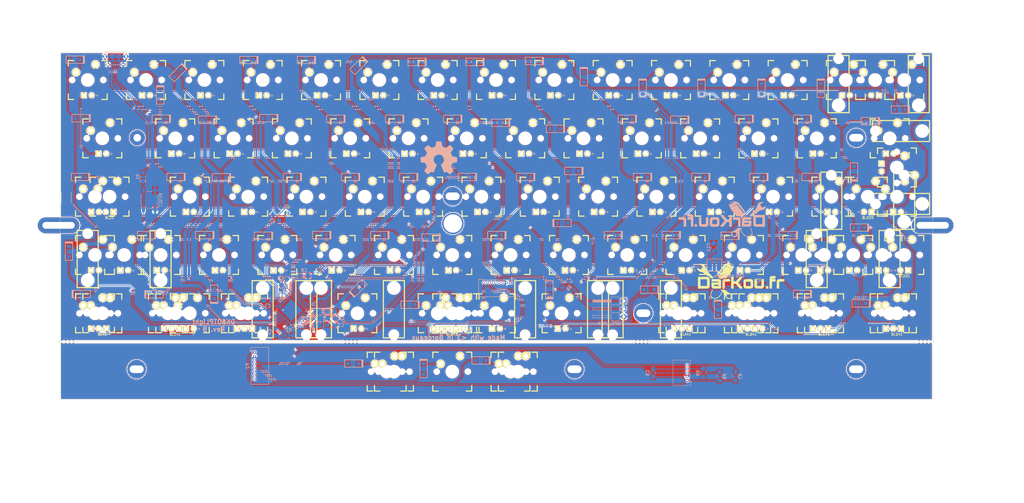
<source format=kicad_pcb>
(kicad_pcb (version 4) (host pcbnew 4.0.5+dfsg1-4)

  (general
    (links 528)
    (no_connects 2)
    (area 63.874999 39.891249 348.985001 153.511251)
    (thickness 1.6)
    (drawings 65)
    (tracks 2105)
    (zones 0)
    (modules 315)
    (nets 117)
  )

  (page A3)
  (title_block
    (title DK60TP)
    (date 2017-10-07)
    (rev B)
    (company DarKou)
  )

  (layers
    (0 F.Cu signal)
    (31 B.Cu signal)
    (32 B.Adhes user)
    (33 F.Adhes user)
    (34 B.Paste user)
    (35 F.Paste user)
    (36 B.SilkS user)
    (37 F.SilkS user)
    (38 B.Mask user)
    (39 F.Mask user)
    (40 Dwgs.User user hide)
    (41 Cmts.User user)
    (42 Eco1.User user)
    (43 Eco2.User user hide)
    (44 Edge.Cuts user)
    (45 Margin user)
    (46 B.CrtYd user)
    (47 F.CrtYd user)
    (48 B.Fab user)
    (49 F.Fab user)
  )

  (setup
    (last_trace_width 0.25)
    (user_trace_width 0.25)
    (user_trace_width 0.5)
    (user_trace_width 0.75)
    (trace_clearance 0.2)
    (zone_clearance 0.254)
    (zone_45_only no)
    (trace_min 0.2)
    (segment_width 0.2)
    (edge_width 0.1)
    (via_size 0.6)
    (via_drill 0.4)
    (via_min_size 0.4)
    (via_min_drill 0.3)
    (uvia_size 0.3)
    (uvia_drill 0.1)
    (uvias_allowed no)
    (uvia_min_size 0.2)
    (uvia_min_drill 0.1)
    (pcb_text_width 0.3)
    (pcb_text_size 1.5 1.5)
    (mod_edge_width 0.15)
    (mod_text_size 1 1)
    (mod_text_width 0.15)
    (pad_size 7 7)
    (pad_drill 6)
    (pad_to_mask_clearance 0)
    (aux_axis_origin 0 0)
    (grid_origin 63.925 39.94125)
    (visible_elements 7FFCDFFF)
    (pcbplotparams
      (layerselection 0x010fc_80000001)
      (usegerberextensions true)
      (excludeedgelayer true)
      (linewidth 0.100000)
      (plotframeref false)
      (viasonmask false)
      (mode 1)
      (useauxorigin false)
      (hpglpennumber 1)
      (hpglpenspeed 20)
      (hpglpendiameter 15)
      (hpglpenoverlay 2)
      (psnegative false)
      (psa4output false)
      (plotreference true)
      (plotvalue true)
      (plotinvisibletext false)
      (padsonsilk false)
      (subtractmaskfromsilk false)
      (outputformat 1)
      (mirror false)
      (drillshape 0)
      (scaleselection 1)
      (outputdirectory Gerber/))
  )

  (net 0 "")
  (net 1 LED_CATH)
  (net 2 LED_AN)
  (net 3 XTAL1)
  (net 4 GND)
  (net 5 XTAL2)
  (net 6 VCC)
  (net 7 "Net-(C8-Pad1)")
  (net 8 "Net-(C9-Pad1)")
  (net 9 Col0)
  (net 10 "Net-(DK0-Pad1)")
  (net 11 "Net-(DK1-Pad1)")
  (net 12 "Net-(DK2-Pad1)")
  (net 13 "Net-(DK3-Pad1)")
  (net 14 "Net-(DK4-Pad1)")
  (net 15 Col6)
  (net 16 "Net-(DK6-Pad1)")
  (net 17 Col1)
  (net 18 "Net-(DK10-Pad1)")
  (net 19 "Net-(DK11-Pad1)")
  (net 20 "Net-(DK12-Pad1)")
  (net 21 "Net-(DK13-Pad1)")
  (net 22 "Net-(DK14-Pad1)")
  (net 23 Col2)
  (net 24 "Net-(DK20-Pad1)")
  (net 25 "Net-(DK21-Pad1)")
  (net 26 "Net-(DK22-Pad1)")
  (net 27 "Net-(DK23-Pad1)")
  (net 28 "Net-(DK24-Pad1)")
  (net 29 Col3)
  (net 30 "Net-(DK30-Pad1)")
  (net 31 "Net-(DK31-Pad1)")
  (net 32 "Net-(DK32-Pad1)")
  (net 33 "Net-(DK33-Pad1)")
  (net 34 /TRACKPOINT/Col3)
  (net 35 "Net-(DK34-Pad1)")
  (net 36 Col4)
  (net 37 "Net-(DK40-Pad1)")
  (net 38 "Net-(DK41-Pad1)")
  (net 39 "Net-(DK42-Pad1)")
  (net 40 "Net-(DK43-Pad1)")
  (net 41 /TRACKPOINT/Col4)
  (net 42 "Net-(DK44-Pad1)")
  (net 43 Col5)
  (net 44 "Net-(DK50-Pad1)")
  (net 45 "Net-(DK51-Pad1)")
  (net 46 "Net-(DK52-Pad1)")
  (net 47 "Net-(DK53-Pad1)")
  (net 48 "Net-(DK54-Pad1)")
  (net 49 "Net-(DK61-Pad1)")
  (net 50 "Net-(DK62-Pad1)")
  (net 51 "Net-(DK63-Pad1)")
  (net 52 "Net-(DK64-Pad1)")
  (net 53 Col7)
  (net 54 "Net-(DK70-Pad1)")
  (net 55 "Net-(DK71-Pad1)")
  (net 56 "Net-(DK72-Pad1)")
  (net 57 "Net-(DK73-Pad1)")
  (net 58 Col8)
  (net 59 "Net-(DK80-Pad1)")
  (net 60 "Net-(DK81-Pad1)")
  (net 61 "Net-(DK82-Pad1)")
  (net 62 "Net-(DK83-Pad1)")
  (net 63 Col9)
  (net 64 "Net-(DK90-Pad1)")
  (net 65 "Net-(DK91-Pad1)")
  (net 66 "Net-(DK92-Pad1)")
  (net 67 "Net-(DK93-Pad1)")
  (net 68 "Net-(DK94-Pad1)")
  (net 69 ColA)
  (net 70 "Net-(DKA0-Pad1)")
  (net 71 "Net-(DKA1-Pad1)")
  (net 72 "Net-(DKA2-Pad1)")
  (net 73 "Net-(DKA3-Pad1)")
  (net 74 "Net-(DKA4-Pad1)")
  (net 75 ColB)
  (net 76 "Net-(DKB0-Pad1)")
  (net 77 "Net-(DKB1-Pad1)")
  (net 78 "Net-(DKB2-Pad1)")
  (net 79 "Net-(DKB3-Pad1)")
  (net 80 "Net-(DKB4-Pad1)")
  (net 81 ColC)
  (net 82 "Net-(DKC1-Pad1)")
  (net 83 "Net-(DKC2-Pad1)")
  (net 84 "Net-(DKC3-Pad1)")
  (net 85 "Net-(DKC4-Pad1)")
  (net 86 ColD)
  (net 87 "Net-(DKD0-Pad1)")
  (net 88 "Net-(DKD1-Pad1)")
  (net 89 "Net-(DKD2-Pad1)")
  (net 90 "Net-(DKD3-Pad1)")
  (net 91 "Net-(DKD4-Pad1)")
  (net 92 "Net-(J1-Pad2)")
  (net 93 "Net-(J1-Pad3)")
  (net 94 Row0)
  (net 95 Row4)
  (net 96 Row1)
  (net 97 Row2)
  (net 98 Row3)
  (net 99 /TRACKPOINT/Row4)
  (net 100 "Net-(KC0-Pad1)")
  (net 101 "Net-(L1-Pad1)")
  (net 102 "Net-(J3-Pad2)")
  (net 103 D5)
  (net 104 D2)
  (net 105 /TRACKPOINT/D5)
  (net 106 /TRACKPOINT/D2)
  (net 107 RESET)
  (net 108 "Net-(R2-Pad2)")
  (net 109 "Net-(R3-Pad1)")
  (net 110 CAPS_LED)
  (net 111 "Net-(J3-Pad1)")
  (net 112 BACKLIT)
  (net 113 "Net-(R4-Pad1)")
  (net 114 "Net-(DK74-Pad1)")
  (net 115 /TRACKPOINT/Col8)
  (net 116 "Net-(DK84-Pad1)")

  (net_class Default "This is the default net class."
    (clearance 0.2)
    (trace_width 0.25)
    (via_dia 0.6)
    (via_drill 0.4)
    (uvia_dia 0.3)
    (uvia_drill 0.1)
    (add_net /TRACKPOINT/Col3)
    (add_net /TRACKPOINT/Col4)
    (add_net /TRACKPOINT/Col8)
    (add_net /TRACKPOINT/D2)
    (add_net /TRACKPOINT/D5)
    (add_net /TRACKPOINT/Row4)
    (add_net BACKLIT)
    (add_net CAPS_LED)
    (add_net Col0)
    (add_net Col1)
    (add_net Col2)
    (add_net Col3)
    (add_net Col4)
    (add_net Col5)
    (add_net Col6)
    (add_net Col7)
    (add_net Col8)
    (add_net Col9)
    (add_net ColA)
    (add_net ColB)
    (add_net ColC)
    (add_net ColD)
    (add_net D2)
    (add_net D5)
    (add_net GND)
    (add_net LED_AN)
    (add_net LED_CATH)
    (add_net "Net-(C8-Pad1)")
    (add_net "Net-(C9-Pad1)")
    (add_net "Net-(DK0-Pad1)")
    (add_net "Net-(DK1-Pad1)")
    (add_net "Net-(DK10-Pad1)")
    (add_net "Net-(DK11-Pad1)")
    (add_net "Net-(DK12-Pad1)")
    (add_net "Net-(DK13-Pad1)")
    (add_net "Net-(DK14-Pad1)")
    (add_net "Net-(DK2-Pad1)")
    (add_net "Net-(DK20-Pad1)")
    (add_net "Net-(DK21-Pad1)")
    (add_net "Net-(DK22-Pad1)")
    (add_net "Net-(DK23-Pad1)")
    (add_net "Net-(DK24-Pad1)")
    (add_net "Net-(DK3-Pad1)")
    (add_net "Net-(DK30-Pad1)")
    (add_net "Net-(DK31-Pad1)")
    (add_net "Net-(DK32-Pad1)")
    (add_net "Net-(DK33-Pad1)")
    (add_net "Net-(DK34-Pad1)")
    (add_net "Net-(DK4-Pad1)")
    (add_net "Net-(DK40-Pad1)")
    (add_net "Net-(DK41-Pad1)")
    (add_net "Net-(DK42-Pad1)")
    (add_net "Net-(DK43-Pad1)")
    (add_net "Net-(DK44-Pad1)")
    (add_net "Net-(DK50-Pad1)")
    (add_net "Net-(DK51-Pad1)")
    (add_net "Net-(DK52-Pad1)")
    (add_net "Net-(DK53-Pad1)")
    (add_net "Net-(DK54-Pad1)")
    (add_net "Net-(DK6-Pad1)")
    (add_net "Net-(DK61-Pad1)")
    (add_net "Net-(DK62-Pad1)")
    (add_net "Net-(DK63-Pad1)")
    (add_net "Net-(DK64-Pad1)")
    (add_net "Net-(DK70-Pad1)")
    (add_net "Net-(DK71-Pad1)")
    (add_net "Net-(DK72-Pad1)")
    (add_net "Net-(DK73-Pad1)")
    (add_net "Net-(DK74-Pad1)")
    (add_net "Net-(DK80-Pad1)")
    (add_net "Net-(DK81-Pad1)")
    (add_net "Net-(DK82-Pad1)")
    (add_net "Net-(DK83-Pad1)")
    (add_net "Net-(DK84-Pad1)")
    (add_net "Net-(DK90-Pad1)")
    (add_net "Net-(DK91-Pad1)")
    (add_net "Net-(DK92-Pad1)")
    (add_net "Net-(DK93-Pad1)")
    (add_net "Net-(DK94-Pad1)")
    (add_net "Net-(DKA0-Pad1)")
    (add_net "Net-(DKA1-Pad1)")
    (add_net "Net-(DKA2-Pad1)")
    (add_net "Net-(DKA3-Pad1)")
    (add_net "Net-(DKA4-Pad1)")
    (add_net "Net-(DKB0-Pad1)")
    (add_net "Net-(DKB1-Pad1)")
    (add_net "Net-(DKB2-Pad1)")
    (add_net "Net-(DKB3-Pad1)")
    (add_net "Net-(DKB4-Pad1)")
    (add_net "Net-(DKC1-Pad1)")
    (add_net "Net-(DKC2-Pad1)")
    (add_net "Net-(DKC3-Pad1)")
    (add_net "Net-(DKC4-Pad1)")
    (add_net "Net-(DKD0-Pad1)")
    (add_net "Net-(DKD1-Pad1)")
    (add_net "Net-(DKD2-Pad1)")
    (add_net "Net-(DKD3-Pad1)")
    (add_net "Net-(DKD4-Pad1)")
    (add_net "Net-(J1-Pad2)")
    (add_net "Net-(J1-Pad3)")
    (add_net "Net-(J3-Pad1)")
    (add_net "Net-(J3-Pad2)")
    (add_net "Net-(KC0-Pad1)")
    (add_net "Net-(L1-Pad1)")
    (add_net "Net-(R2-Pad2)")
    (add_net "Net-(R3-Pad1)")
    (add_net "Net-(R4-Pad1)")
    (add_net RESET)
    (add_net Row0)
    (add_net Row1)
    (add_net Row2)
    (add_net Row3)
    (add_net Row4)
    (add_net VCC)
    (add_net XTAL1)
    (add_net XTAL2)
  )

  (module Footprint:Mx_100 (layer F.Cu) (tedit 59E0A4F3) (tstamp 59DFC20B)
    (at 192.00125 125.18125)
    (descr MXALPS)
    (tags MXALPS)
    (path /5935238D/59DE985B)
    (fp_text reference K643 (at 0 5) (layer B.SilkS) hide
      (effects (font (size 1 1) (thickness 0.2)) (justify mirror))
    )
    (fp_text value K46 (at 0 8) (layer B.SilkS) hide
      (effects (font (thickness 0.3048)) (justify mirror))
    )
    (fp_line (start -6.35 -6.35) (end 6.35 -6.35) (layer Cmts.User) (width 0.1524))
    (fp_line (start 6.35 -6.35) (end 6.35 6.35) (layer Cmts.User) (width 0.1524))
    (fp_line (start 6.35 6.35) (end -6.35 6.35) (layer Cmts.User) (width 0.1524))
    (fp_line (start -6.35 6.35) (end -6.35 -6.35) (layer Cmts.User) (width 0.1524))
    (fp_line (start -9.398 -9.398) (end 9.398 -9.398) (layer Dwgs.User) (width 0.1524))
    (fp_line (start 9.398 -9.398) (end 9.398 9.398) (layer Dwgs.User) (width 0.1524))
    (fp_line (start 9.398 9.398) (end -9.398 9.398) (layer Dwgs.User) (width 0.1524))
    (fp_line (start -9.398 9.398) (end -9.398 -9.398) (layer Dwgs.User) (width 0.1524))
    (fp_line (start -6.35 -6.35) (end -4.572 -6.35) (layer F.SilkS) (width 0.381))
    (fp_line (start 4.572 -6.35) (end 6.35 -6.35) (layer F.SilkS) (width 0.381))
    (fp_line (start 6.35 -6.35) (end 6.35 -4.572) (layer F.SilkS) (width 0.381))
    (fp_line (start 6.35 4.572) (end 6.35 6.35) (layer F.SilkS) (width 0.381))
    (fp_line (start 6.35 6.35) (end 4.572 6.35) (layer F.SilkS) (width 0.381))
    (fp_line (start -4.572 6.35) (end -6.35 6.35) (layer F.SilkS) (width 0.381))
    (fp_line (start -6.35 6.35) (end -6.35 4.572) (layer F.SilkS) (width 0.381))
    (fp_line (start -6.35 -4.572) (end -6.35 -6.35) (layer F.SilkS) (width 0.381))
    (fp_line (start -6.985 -6.985) (end 6.985 -6.985) (layer Eco2.User) (width 0.1524))
    (fp_line (start 6.985 -6.985) (end 6.985 6.985) (layer Eco2.User) (width 0.1524))
    (fp_line (start 6.985 6.985) (end -6.985 6.985) (layer Eco2.User) (width 0.1524))
    (fp_line (start -6.985 6.985) (end -6.985 -6.985) (layer Eco2.User) (width 0.1524))
    (fp_line (start -7.75 6.4) (end -7.75 -6.4) (layer Dwgs.User) (width 0.3))
    (fp_line (start -7.75 6.4) (end 7.75 6.4) (layer Dwgs.User) (width 0.3))
    (fp_line (start 7.75 6.4) (end 7.75 -6.4) (layer Dwgs.User) (width 0.3))
    (fp_line (start 7.75 -6.4) (end -7.75 -6.4) (layer Dwgs.User) (width 0.3))
    (fp_line (start -7.62 -7.62) (end 7.62 -7.62) (layer Dwgs.User) (width 0.3))
    (fp_line (start 7.62 -7.62) (end 7.62 7.62) (layer Dwgs.User) (width 0.3))
    (fp_line (start 7.62 7.62) (end -7.62 7.62) (layer Dwgs.User) (width 0.3))
    (fp_line (start -7.62 7.62) (end -7.62 -7.62) (layer Dwgs.User) (width 0.3))
    (pad HOLE np_thru_hole circle (at 0 0) (size 3.9878 3.9878) (drill 3.9878) (layers *.Cu))
    (pad HOLE np_thru_hole circle (at -5.08 0) (size 1.7018 1.7018) (drill 1.7018) (layers *.Cu))
    (pad HOLE np_thru_hole circle (at 5.08 0) (size 1.7018 1.7018) (drill 1.7018) (layers *.Cu))
    (pad 1 thru_hole circle (at -3.81 -2.54 330.95) (size 2.5 2.5) (drill 1.5) (layers *.Cu *.Mask F.SilkS)
      (net 95 Row4))
    (pad 2 thru_hole circle (at 2.54 -5.08 356.1) (size 2.5 2.5) (drill 1.5) (layers *.Cu *.Mask F.SilkS)
      (net 52 "Net-(DK64-Pad1)"))
    (model /home/dbroqua/Projects/dbroqua/kicad_parts/Footprint/3D/Mx_Alps_100.wrl
      (at (xyz 0 0 -0.02))
      (scale (xyz 0.4 0.4 0.4))
      (rotate (xyz 0 180 0))
    )
  )

  (module Footprint:Mx_100 (layer F.Cu) (tedit 59DFE8E5) (tstamp 59DFC255)
    (at 211.0425 144.23125)
    (descr MXALPS)
    (tags MXALPS)
    (path /5934BBCF/593C141B)
    (fp_text reference K840 (at 0 5) (layer B.SilkS) hide
      (effects (font (size 1 1) (thickness 0.2)) (justify mirror))
    )
    (fp_text value RMB (at 0 8) (layer B.SilkS) hide
      (effects (font (thickness 0.3048)) (justify mirror))
    )
    (fp_line (start -6.35 -6.35) (end 6.35 -6.35) (layer Cmts.User) (width 0.1524))
    (fp_line (start 6.35 -6.35) (end 6.35 6.35) (layer Cmts.User) (width 0.1524))
    (fp_line (start 6.35 6.35) (end -6.35 6.35) (layer Cmts.User) (width 0.1524))
    (fp_line (start -6.35 6.35) (end -6.35 -6.35) (layer Cmts.User) (width 0.1524))
    (fp_line (start -9.398 -9.398) (end 9.398 -9.398) (layer Dwgs.User) (width 0.1524))
    (fp_line (start 9.398 -9.398) (end 9.398 9.398) (layer Dwgs.User) (width 0.1524))
    (fp_line (start 9.398 9.398) (end -9.398 9.398) (layer Dwgs.User) (width 0.1524))
    (fp_line (start -9.398 9.398) (end -9.398 -9.398) (layer Dwgs.User) (width 0.1524))
    (fp_line (start -6.35 -6.35) (end -4.572 -6.35) (layer F.SilkS) (width 0.381))
    (fp_line (start 4.572 -6.35) (end 6.35 -6.35) (layer F.SilkS) (width 0.381))
    (fp_line (start 6.35 -6.35) (end 6.35 -4.572) (layer F.SilkS) (width 0.381))
    (fp_line (start 6.35 4.572) (end 6.35 6.35) (layer F.SilkS) (width 0.381))
    (fp_line (start 6.35 6.35) (end 4.572 6.35) (layer F.SilkS) (width 0.381))
    (fp_line (start -4.572 6.35) (end -6.35 6.35) (layer F.SilkS) (width 0.381))
    (fp_line (start -6.35 6.35) (end -6.35 4.572) (layer F.SilkS) (width 0.381))
    (fp_line (start -6.35 -4.572) (end -6.35 -6.35) (layer F.SilkS) (width 0.381))
    (fp_line (start -6.985 -6.985) (end 6.985 -6.985) (layer Eco2.User) (width 0.1524))
    (fp_line (start 6.985 -6.985) (end 6.985 6.985) (layer Eco2.User) (width 0.1524))
    (fp_line (start 6.985 6.985) (end -6.985 6.985) (layer Eco2.User) (width 0.1524))
    (fp_line (start -6.985 6.985) (end -6.985 -6.985) (layer Eco2.User) (width 0.1524))
    (fp_line (start -7.75 6.4) (end -7.75 -6.4) (layer Dwgs.User) (width 0.3))
    (fp_line (start -7.75 6.4) (end 7.75 6.4) (layer Dwgs.User) (width 0.3))
    (fp_line (start 7.75 6.4) (end 7.75 -6.4) (layer Dwgs.User) (width 0.3))
    (fp_line (start 7.75 -6.4) (end -7.75 -6.4) (layer Dwgs.User) (width 0.3))
    (fp_line (start -7.62 -7.62) (end 7.62 -7.62) (layer Dwgs.User) (width 0.3))
    (fp_line (start 7.62 -7.62) (end 7.62 7.62) (layer Dwgs.User) (width 0.3))
    (fp_line (start 7.62 7.62) (end -7.62 7.62) (layer Dwgs.User) (width 0.3))
    (fp_line (start -7.62 7.62) (end -7.62 -7.62) (layer Dwgs.User) (width 0.3))
    (pad HOLE np_thru_hole circle (at 0 0) (size 3.9878 3.9878) (drill 3.9878) (layers *.Cu))
    (pad HOLE np_thru_hole circle (at -5.08 0) (size 1.7018 1.7018) (drill 1.7018) (layers *.Cu))
    (pad HOLE np_thru_hole circle (at 5.08 0) (size 1.7018 1.7018) (drill 1.7018) (layers *.Cu))
    (pad 1 thru_hole circle (at -3.81 -2.54 330.95) (size 2.5 2.5) (drill 1.5) (layers *.Cu *.Mask F.SilkS)
      (net 116 "Net-(DK84-Pad1)"))
    (pad 2 thru_hole circle (at 2.54 -5.08 356.1) (size 2.5 2.5) (drill 1.5) (layers *.Cu *.Mask F.SilkS)
      (net 99 /TRACKPOINT/Row4))
  )

  (module Footprint:Mx_100 (layer F.Cu) (tedit 5933BE79) (tstamp 59D8D400)
    (at 339.65625 106.13125)
    (descr MXALPS)
    (tags MXALPS)
    (path /5935238D/5935727F)
    (fp_text reference KD30 (at 0 5) (layer B.SilkS) hide
      (effects (font (size 1 1) (thickness 0.2)) (justify mirror))
    )
    (fp_text value K3D (at 0 8) (layer B.SilkS) hide
      (effects (font (thickness 0.3048)) (justify mirror))
    )
    (fp_line (start -6.35 -6.35) (end 6.35 -6.35) (layer Cmts.User) (width 0.1524))
    (fp_line (start 6.35 -6.35) (end 6.35 6.35) (layer Cmts.User) (width 0.1524))
    (fp_line (start 6.35 6.35) (end -6.35 6.35) (layer Cmts.User) (width 0.1524))
    (fp_line (start -6.35 6.35) (end -6.35 -6.35) (layer Cmts.User) (width 0.1524))
    (fp_line (start -9.398 -9.398) (end 9.398 -9.398) (layer Dwgs.User) (width 0.1524))
    (fp_line (start 9.398 -9.398) (end 9.398 9.398) (layer Dwgs.User) (width 0.1524))
    (fp_line (start 9.398 9.398) (end -9.398 9.398) (layer Dwgs.User) (width 0.1524))
    (fp_line (start -9.398 9.398) (end -9.398 -9.398) (layer Dwgs.User) (width 0.1524))
    (fp_line (start -6.35 -6.35) (end -4.572 -6.35) (layer F.SilkS) (width 0.381))
    (fp_line (start 4.572 -6.35) (end 6.35 -6.35) (layer F.SilkS) (width 0.381))
    (fp_line (start 6.35 -6.35) (end 6.35 -4.572) (layer F.SilkS) (width 0.381))
    (fp_line (start 6.35 4.572) (end 6.35 6.35) (layer F.SilkS) (width 0.381))
    (fp_line (start 6.35 6.35) (end 4.572 6.35) (layer F.SilkS) (width 0.381))
    (fp_line (start -4.572 6.35) (end -6.35 6.35) (layer F.SilkS) (width 0.381))
    (fp_line (start -6.35 6.35) (end -6.35 4.572) (layer F.SilkS) (width 0.381))
    (fp_line (start -6.35 -4.572) (end -6.35 -6.35) (layer F.SilkS) (width 0.381))
    (fp_line (start -6.985 -6.985) (end 6.985 -6.985) (layer Eco2.User) (width 0.1524))
    (fp_line (start 6.985 -6.985) (end 6.985 6.985) (layer Eco2.User) (width 0.1524))
    (fp_line (start 6.985 6.985) (end -6.985 6.985) (layer Eco2.User) (width 0.1524))
    (fp_line (start -6.985 6.985) (end -6.985 -6.985) (layer Eco2.User) (width 0.1524))
    (fp_line (start -7.75 6.4) (end -7.75 -6.4) (layer Dwgs.User) (width 0.3))
    (fp_line (start -7.75 6.4) (end 7.75 6.4) (layer Dwgs.User) (width 0.3))
    (fp_line (start 7.75 6.4) (end 7.75 -6.4) (layer Dwgs.User) (width 0.3))
    (fp_line (start 7.75 -6.4) (end -7.75 -6.4) (layer Dwgs.User) (width 0.3))
    (fp_line (start -7.62 -7.62) (end 7.62 -7.62) (layer Dwgs.User) (width 0.3))
    (fp_line (start 7.62 -7.62) (end 7.62 7.62) (layer Dwgs.User) (width 0.3))
    (fp_line (start 7.62 7.62) (end -7.62 7.62) (layer Dwgs.User) (width 0.3))
    (fp_line (start -7.62 7.62) (end -7.62 -7.62) (layer Dwgs.User) (width 0.3))
    (pad HOLE np_thru_hole circle (at 0 0) (size 3.9878 3.9878) (drill 3.9878) (layers *.Cu))
    (pad HOLE np_thru_hole circle (at -5.08 0) (size 1.7018 1.7018) (drill 1.7018) (layers *.Cu))
    (pad HOLE np_thru_hole circle (at 5.08 0) (size 1.7018 1.7018) (drill 1.7018) (layers *.Cu))
    (pad 1 thru_hole circle (at -3.81 -2.54 330.95) (size 2.5 2.5) (drill 1.5) (layers *.Cu *.Mask F.SilkS)
      (net 98 Row3))
    (pad 2 thru_hole circle (at 2.54 -5.08 356.1) (size 2.5 2.5) (drill 1.5) (layers *.Cu *.Mask F.SilkS)
      (net 90 "Net-(DKD3-Pad1)"))
    (model /home/dbroqua/Projects/dbroqua/kicad_parts/Footprint/3D/Mx_Alps_100.wrl
      (at (xyz 0 0 -0.02))
      (scale (xyz 0.4 0.4 0.4))
      (rotate (xyz 0 180 0))
    )
  )

  (module Footprint:Mx_100 (layer F.Cu) (tedit 5933BE79) (tstamp 59D8D3CA)
    (at 320.58 48.98125)
    (descr MXALPS)
    (tags MXALPS)
    (path /5935238D/59307625)
    (fp_text reference KD0 (at 0 5) (layer B.SilkS) hide
      (effects (font (size 1 1) (thickness 0.2)) (justify mirror))
    )
    (fp_text value K0D (at 0 8) (layer B.SilkS) hide
      (effects (font (thickness 0.3048)) (justify mirror))
    )
    (fp_line (start -6.35 -6.35) (end 6.35 -6.35) (layer Cmts.User) (width 0.1524))
    (fp_line (start 6.35 -6.35) (end 6.35 6.35) (layer Cmts.User) (width 0.1524))
    (fp_line (start 6.35 6.35) (end -6.35 6.35) (layer Cmts.User) (width 0.1524))
    (fp_line (start -6.35 6.35) (end -6.35 -6.35) (layer Cmts.User) (width 0.1524))
    (fp_line (start -9.398 -9.398) (end 9.398 -9.398) (layer Dwgs.User) (width 0.1524))
    (fp_line (start 9.398 -9.398) (end 9.398 9.398) (layer Dwgs.User) (width 0.1524))
    (fp_line (start 9.398 9.398) (end -9.398 9.398) (layer Dwgs.User) (width 0.1524))
    (fp_line (start -9.398 9.398) (end -9.398 -9.398) (layer Dwgs.User) (width 0.1524))
    (fp_line (start -6.35 -6.35) (end -4.572 -6.35) (layer F.SilkS) (width 0.381))
    (fp_line (start 4.572 -6.35) (end 6.35 -6.35) (layer F.SilkS) (width 0.381))
    (fp_line (start 6.35 -6.35) (end 6.35 -4.572) (layer F.SilkS) (width 0.381))
    (fp_line (start 6.35 4.572) (end 6.35 6.35) (layer F.SilkS) (width 0.381))
    (fp_line (start 6.35 6.35) (end 4.572 6.35) (layer F.SilkS) (width 0.381))
    (fp_line (start -4.572 6.35) (end -6.35 6.35) (layer F.SilkS) (width 0.381))
    (fp_line (start -6.35 6.35) (end -6.35 4.572) (layer F.SilkS) (width 0.381))
    (fp_line (start -6.35 -4.572) (end -6.35 -6.35) (layer F.SilkS) (width 0.381))
    (fp_line (start -6.985 -6.985) (end 6.985 -6.985) (layer Eco2.User) (width 0.1524))
    (fp_line (start 6.985 -6.985) (end 6.985 6.985) (layer Eco2.User) (width 0.1524))
    (fp_line (start 6.985 6.985) (end -6.985 6.985) (layer Eco2.User) (width 0.1524))
    (fp_line (start -6.985 6.985) (end -6.985 -6.985) (layer Eco2.User) (width 0.1524))
    (fp_line (start -7.75 6.4) (end -7.75 -6.4) (layer Dwgs.User) (width 0.3))
    (fp_line (start -7.75 6.4) (end 7.75 6.4) (layer Dwgs.User) (width 0.3))
    (fp_line (start 7.75 6.4) (end 7.75 -6.4) (layer Dwgs.User) (width 0.3))
    (fp_line (start 7.75 -6.4) (end -7.75 -6.4) (layer Dwgs.User) (width 0.3))
    (fp_line (start -7.62 -7.62) (end 7.62 -7.62) (layer Dwgs.User) (width 0.3))
    (fp_line (start 7.62 -7.62) (end 7.62 7.62) (layer Dwgs.User) (width 0.3))
    (fp_line (start 7.62 7.62) (end -7.62 7.62) (layer Dwgs.User) (width 0.3))
    (fp_line (start -7.62 7.62) (end -7.62 -7.62) (layer Dwgs.User) (width 0.3))
    (pad HOLE np_thru_hole circle (at 0 0) (size 3.9878 3.9878) (drill 3.9878) (layers *.Cu))
    (pad HOLE np_thru_hole circle (at -5.08 0) (size 1.7018 1.7018) (drill 1.7018) (layers *.Cu))
    (pad HOLE np_thru_hole circle (at 5.08 0) (size 1.7018 1.7018) (drill 1.7018) (layers *.Cu))
    (pad 1 thru_hole circle (at -3.81 -2.54 330.95) (size 2.5 2.5) (drill 1.5) (layers *.Cu *.Mask F.SilkS)
      (net 87 "Net-(DKD0-Pad1)"))
    (pad 2 thru_hole circle (at 2.54 -5.08 356.1) (size 2.5 2.5) (drill 1.5) (layers *.Cu *.Mask F.SilkS)
      (net 94 Row0))
    (model /home/dbroqua/Projects/dbroqua/kicad_parts/Footprint/3D/Mx_Alps_100.wrl
      (at (xyz 0 0 -0.02))
      (scale (xyz 0.4 0.4 0.4))
      (rotate (xyz 0 180 0))
    )
  )

  (module Footprint:Mx_100 (layer F.Cu) (tedit 5933BE79) (tstamp 59D8D3C1)
    (at 311.08125 125.18125)
    (descr MXALPS)
    (tags MXALPS)
    (path /5935238D/5939FBC5)
    (fp_text reference KC40 (at 0 5) (layer B.SilkS) hide
      (effects (font (size 1 1) (thickness 0.2)) (justify mirror))
    )
    (fp_text value K4C (at 0 8) (layer B.SilkS) hide
      (effects (font (thickness 0.3048)) (justify mirror))
    )
    (fp_line (start -6.35 -6.35) (end 6.35 -6.35) (layer Cmts.User) (width 0.1524))
    (fp_line (start 6.35 -6.35) (end 6.35 6.35) (layer Cmts.User) (width 0.1524))
    (fp_line (start 6.35 6.35) (end -6.35 6.35) (layer Cmts.User) (width 0.1524))
    (fp_line (start -6.35 6.35) (end -6.35 -6.35) (layer Cmts.User) (width 0.1524))
    (fp_line (start -9.398 -9.398) (end 9.398 -9.398) (layer Dwgs.User) (width 0.1524))
    (fp_line (start 9.398 -9.398) (end 9.398 9.398) (layer Dwgs.User) (width 0.1524))
    (fp_line (start 9.398 9.398) (end -9.398 9.398) (layer Dwgs.User) (width 0.1524))
    (fp_line (start -9.398 9.398) (end -9.398 -9.398) (layer Dwgs.User) (width 0.1524))
    (fp_line (start -6.35 -6.35) (end -4.572 -6.35) (layer F.SilkS) (width 0.381))
    (fp_line (start 4.572 -6.35) (end 6.35 -6.35) (layer F.SilkS) (width 0.381))
    (fp_line (start 6.35 -6.35) (end 6.35 -4.572) (layer F.SilkS) (width 0.381))
    (fp_line (start 6.35 4.572) (end 6.35 6.35) (layer F.SilkS) (width 0.381))
    (fp_line (start 6.35 6.35) (end 4.572 6.35) (layer F.SilkS) (width 0.381))
    (fp_line (start -4.572 6.35) (end -6.35 6.35) (layer F.SilkS) (width 0.381))
    (fp_line (start -6.35 6.35) (end -6.35 4.572) (layer F.SilkS) (width 0.381))
    (fp_line (start -6.35 -4.572) (end -6.35 -6.35) (layer F.SilkS) (width 0.381))
    (fp_line (start -6.985 -6.985) (end 6.985 -6.985) (layer Eco2.User) (width 0.1524))
    (fp_line (start 6.985 -6.985) (end 6.985 6.985) (layer Eco2.User) (width 0.1524))
    (fp_line (start 6.985 6.985) (end -6.985 6.985) (layer Eco2.User) (width 0.1524))
    (fp_line (start -6.985 6.985) (end -6.985 -6.985) (layer Eco2.User) (width 0.1524))
    (fp_line (start -7.75 6.4) (end -7.75 -6.4) (layer Dwgs.User) (width 0.3))
    (fp_line (start -7.75 6.4) (end 7.75 6.4) (layer Dwgs.User) (width 0.3))
    (fp_line (start 7.75 6.4) (end 7.75 -6.4) (layer Dwgs.User) (width 0.3))
    (fp_line (start 7.75 -6.4) (end -7.75 -6.4) (layer Dwgs.User) (width 0.3))
    (fp_line (start -7.62 -7.62) (end 7.62 -7.62) (layer Dwgs.User) (width 0.3))
    (fp_line (start 7.62 -7.62) (end 7.62 7.62) (layer Dwgs.User) (width 0.3))
    (fp_line (start 7.62 7.62) (end -7.62 7.62) (layer Dwgs.User) (width 0.3))
    (fp_line (start -7.62 7.62) (end -7.62 -7.62) (layer Dwgs.User) (width 0.3))
    (pad HOLE np_thru_hole circle (at 0 0) (size 3.9878 3.9878) (drill 3.9878) (layers *.Cu))
    (pad HOLE np_thru_hole circle (at -5.08 0) (size 1.7018 1.7018) (drill 1.7018) (layers *.Cu))
    (pad HOLE np_thru_hole circle (at 5.08 0) (size 1.7018 1.7018) (drill 1.7018) (layers *.Cu))
    (pad 1 thru_hole circle (at -3.81 -2.54 330.95) (size 2.5 2.5) (drill 1.5) (layers *.Cu *.Mask F.SilkS)
      (net 85 "Net-(DKC4-Pad1)"))
    (pad 2 thru_hole circle (at 2.54 -5.08 356.1) (size 2.5 2.5) (drill 1.5) (layers *.Cu *.Mask F.SilkS)
      (net 95 Row4))
    (model /home/dbroqua/Projects/dbroqua/kicad_parts/Footprint/3D/Mx_Alps_100.wrl
      (at (xyz 0 0 -0.02))
      (scale (xyz 0.4 0.4 0.4))
      (rotate (xyz 0 180 0))
    )
  )

  (module Footprint:Mx_100 (layer F.Cu) (tedit 5933BE79) (tstamp 59D8D3AF)
    (at 306.31875 106.13125)
    (descr MXALPS)
    (tags MXALPS)
    (path /5935238D/5934D411)
    (fp_text reference KC31 (at 0 5) (layer B.SilkS) hide
      (effects (font (size 1 1) (thickness 0.2)) (justify mirror))
    )
    (fp_text value K3C (at 0 8) (layer B.SilkS) hide
      (effects (font (thickness 0.3048)) (justify mirror))
    )
    (fp_line (start -6.35 -6.35) (end 6.35 -6.35) (layer Cmts.User) (width 0.1524))
    (fp_line (start 6.35 -6.35) (end 6.35 6.35) (layer Cmts.User) (width 0.1524))
    (fp_line (start 6.35 6.35) (end -6.35 6.35) (layer Cmts.User) (width 0.1524))
    (fp_line (start -6.35 6.35) (end -6.35 -6.35) (layer Cmts.User) (width 0.1524))
    (fp_line (start -9.398 -9.398) (end 9.398 -9.398) (layer Dwgs.User) (width 0.1524))
    (fp_line (start 9.398 -9.398) (end 9.398 9.398) (layer Dwgs.User) (width 0.1524))
    (fp_line (start 9.398 9.398) (end -9.398 9.398) (layer Dwgs.User) (width 0.1524))
    (fp_line (start -9.398 9.398) (end -9.398 -9.398) (layer Dwgs.User) (width 0.1524))
    (fp_line (start -6.35 -6.35) (end -4.572 -6.35) (layer F.SilkS) (width 0.381))
    (fp_line (start 4.572 -6.35) (end 6.35 -6.35) (layer F.SilkS) (width 0.381))
    (fp_line (start 6.35 -6.35) (end 6.35 -4.572) (layer F.SilkS) (width 0.381))
    (fp_line (start 6.35 4.572) (end 6.35 6.35) (layer F.SilkS) (width 0.381))
    (fp_line (start 6.35 6.35) (end 4.572 6.35) (layer F.SilkS) (width 0.381))
    (fp_line (start -4.572 6.35) (end -6.35 6.35) (layer F.SilkS) (width 0.381))
    (fp_line (start -6.35 6.35) (end -6.35 4.572) (layer F.SilkS) (width 0.381))
    (fp_line (start -6.35 -4.572) (end -6.35 -6.35) (layer F.SilkS) (width 0.381))
    (fp_line (start -6.985 -6.985) (end 6.985 -6.985) (layer Eco2.User) (width 0.1524))
    (fp_line (start 6.985 -6.985) (end 6.985 6.985) (layer Eco2.User) (width 0.1524))
    (fp_line (start 6.985 6.985) (end -6.985 6.985) (layer Eco2.User) (width 0.1524))
    (fp_line (start -6.985 6.985) (end -6.985 -6.985) (layer Eco2.User) (width 0.1524))
    (fp_line (start -7.75 6.4) (end -7.75 -6.4) (layer Dwgs.User) (width 0.3))
    (fp_line (start -7.75 6.4) (end 7.75 6.4) (layer Dwgs.User) (width 0.3))
    (fp_line (start 7.75 6.4) (end 7.75 -6.4) (layer Dwgs.User) (width 0.3))
    (fp_line (start 7.75 -6.4) (end -7.75 -6.4) (layer Dwgs.User) (width 0.3))
    (fp_line (start -7.62 -7.62) (end 7.62 -7.62) (layer Dwgs.User) (width 0.3))
    (fp_line (start 7.62 -7.62) (end 7.62 7.62) (layer Dwgs.User) (width 0.3))
    (fp_line (start 7.62 7.62) (end -7.62 7.62) (layer Dwgs.User) (width 0.3))
    (fp_line (start -7.62 7.62) (end -7.62 -7.62) (layer Dwgs.User) (width 0.3))
    (pad HOLE np_thru_hole circle (at 0 0) (size 3.9878 3.9878) (drill 3.9878) (layers *.Cu))
    (pad HOLE np_thru_hole circle (at -5.08 0) (size 1.7018 1.7018) (drill 1.7018) (layers *.Cu))
    (pad HOLE np_thru_hole circle (at 5.08 0) (size 1.7018 1.7018) (drill 1.7018) (layers *.Cu))
    (pad 1 thru_hole circle (at -3.81 -2.54 330.95) (size 2.5 2.5) (drill 1.5) (layers *.Cu *.Mask F.SilkS)
      (net 84 "Net-(DKC3-Pad1)"))
    (pad 2 thru_hole circle (at 2.54 -5.08 356.1) (size 2.5 2.5) (drill 1.5) (layers *.Cu *.Mask F.SilkS)
      (net 98 Row3))
  )

  (module Footprint:Mx_100 (layer F.Cu) (tedit 5933BE79) (tstamp 59D8D39D)
    (at 315.84375 87.08125)
    (descr MXALPS)
    (tags MXALPS)
    (path /5935238D/59346ACC)
    (fp_text reference KC20 (at 0 5) (layer B.SilkS) hide
      (effects (font (size 1 1) (thickness 0.2)) (justify mirror))
    )
    (fp_text value K2C (at 0 8) (layer B.SilkS) hide
      (effects (font (thickness 0.3048)) (justify mirror))
    )
    (fp_line (start -6.35 -6.35) (end 6.35 -6.35) (layer Cmts.User) (width 0.1524))
    (fp_line (start 6.35 -6.35) (end 6.35 6.35) (layer Cmts.User) (width 0.1524))
    (fp_line (start 6.35 6.35) (end -6.35 6.35) (layer Cmts.User) (width 0.1524))
    (fp_line (start -6.35 6.35) (end -6.35 -6.35) (layer Cmts.User) (width 0.1524))
    (fp_line (start -9.398 -9.398) (end 9.398 -9.398) (layer Dwgs.User) (width 0.1524))
    (fp_line (start 9.398 -9.398) (end 9.398 9.398) (layer Dwgs.User) (width 0.1524))
    (fp_line (start 9.398 9.398) (end -9.398 9.398) (layer Dwgs.User) (width 0.1524))
    (fp_line (start -9.398 9.398) (end -9.398 -9.398) (layer Dwgs.User) (width 0.1524))
    (fp_line (start -6.35 -6.35) (end -4.572 -6.35) (layer F.SilkS) (width 0.381))
    (fp_line (start 4.572 -6.35) (end 6.35 -6.35) (layer F.SilkS) (width 0.381))
    (fp_line (start 6.35 -6.35) (end 6.35 -4.572) (layer F.SilkS) (width 0.381))
    (fp_line (start 6.35 4.572) (end 6.35 6.35) (layer F.SilkS) (width 0.381))
    (fp_line (start 6.35 6.35) (end 4.572 6.35) (layer F.SilkS) (width 0.381))
    (fp_line (start -4.572 6.35) (end -6.35 6.35) (layer F.SilkS) (width 0.381))
    (fp_line (start -6.35 6.35) (end -6.35 4.572) (layer F.SilkS) (width 0.381))
    (fp_line (start -6.35 -4.572) (end -6.35 -6.35) (layer F.SilkS) (width 0.381))
    (fp_line (start -6.985 -6.985) (end 6.985 -6.985) (layer Eco2.User) (width 0.1524))
    (fp_line (start 6.985 -6.985) (end 6.985 6.985) (layer Eco2.User) (width 0.1524))
    (fp_line (start 6.985 6.985) (end -6.985 6.985) (layer Eco2.User) (width 0.1524))
    (fp_line (start -6.985 6.985) (end -6.985 -6.985) (layer Eco2.User) (width 0.1524))
    (fp_line (start -7.75 6.4) (end -7.75 -6.4) (layer Dwgs.User) (width 0.3))
    (fp_line (start -7.75 6.4) (end 7.75 6.4) (layer Dwgs.User) (width 0.3))
    (fp_line (start 7.75 6.4) (end 7.75 -6.4) (layer Dwgs.User) (width 0.3))
    (fp_line (start 7.75 -6.4) (end -7.75 -6.4) (layer Dwgs.User) (width 0.3))
    (fp_line (start -7.62 -7.62) (end 7.62 -7.62) (layer Dwgs.User) (width 0.3))
    (fp_line (start 7.62 -7.62) (end 7.62 7.62) (layer Dwgs.User) (width 0.3))
    (fp_line (start 7.62 7.62) (end -7.62 7.62) (layer Dwgs.User) (width 0.3))
    (fp_line (start -7.62 7.62) (end -7.62 -7.62) (layer Dwgs.User) (width 0.3))
    (pad HOLE np_thru_hole circle (at 0 0) (size 3.9878 3.9878) (drill 3.9878) (layers *.Cu))
    (pad HOLE np_thru_hole circle (at -5.08 0) (size 1.7018 1.7018) (drill 1.7018) (layers *.Cu))
    (pad HOLE np_thru_hole circle (at 5.08 0) (size 1.7018 1.7018) (drill 1.7018) (layers *.Cu))
    (pad 1 thru_hole circle (at -3.81 -2.54 330.95) (size 2.5 2.5) (drill 1.5) (layers *.Cu *.Mask F.SilkS)
      (net 83 "Net-(DKC2-Pad1)"))
    (pad 2 thru_hole circle (at 2.54 -5.08 356.1) (size 2.5 2.5) (drill 1.5) (layers *.Cu *.Mask F.SilkS)
      (net 97 Row2))
  )

  (module Footprint:Mx_100 (layer F.Cu) (tedit 5933BE79) (tstamp 59D8D394)
    (at 311.08125 68.03125)
    (descr MXALPS)
    (tags MXALPS)
    (path /5935238D/5931B782)
    (fp_text reference KC10 (at 0 5) (layer B.SilkS) hide
      (effects (font (size 1 1) (thickness 0.2)) (justify mirror))
    )
    (fp_text value K1C (at 0 8) (layer B.SilkS) hide
      (effects (font (thickness 0.3048)) (justify mirror))
    )
    (fp_line (start -6.35 -6.35) (end 6.35 -6.35) (layer Cmts.User) (width 0.1524))
    (fp_line (start 6.35 -6.35) (end 6.35 6.35) (layer Cmts.User) (width 0.1524))
    (fp_line (start 6.35 6.35) (end -6.35 6.35) (layer Cmts.User) (width 0.1524))
    (fp_line (start -6.35 6.35) (end -6.35 -6.35) (layer Cmts.User) (width 0.1524))
    (fp_line (start -9.398 -9.398) (end 9.398 -9.398) (layer Dwgs.User) (width 0.1524))
    (fp_line (start 9.398 -9.398) (end 9.398 9.398) (layer Dwgs.User) (width 0.1524))
    (fp_line (start 9.398 9.398) (end -9.398 9.398) (layer Dwgs.User) (width 0.1524))
    (fp_line (start -9.398 9.398) (end -9.398 -9.398) (layer Dwgs.User) (width 0.1524))
    (fp_line (start -6.35 -6.35) (end -4.572 -6.35) (layer F.SilkS) (width 0.381))
    (fp_line (start 4.572 -6.35) (end 6.35 -6.35) (layer F.SilkS) (width 0.381))
    (fp_line (start 6.35 -6.35) (end 6.35 -4.572) (layer F.SilkS) (width 0.381))
    (fp_line (start 6.35 4.572) (end 6.35 6.35) (layer F.SilkS) (width 0.381))
    (fp_line (start 6.35 6.35) (end 4.572 6.35) (layer F.SilkS) (width 0.381))
    (fp_line (start -4.572 6.35) (end -6.35 6.35) (layer F.SilkS) (width 0.381))
    (fp_line (start -6.35 6.35) (end -6.35 4.572) (layer F.SilkS) (width 0.381))
    (fp_line (start -6.35 -4.572) (end -6.35 -6.35) (layer F.SilkS) (width 0.381))
    (fp_line (start -6.985 -6.985) (end 6.985 -6.985) (layer Eco2.User) (width 0.1524))
    (fp_line (start 6.985 -6.985) (end 6.985 6.985) (layer Eco2.User) (width 0.1524))
    (fp_line (start 6.985 6.985) (end -6.985 6.985) (layer Eco2.User) (width 0.1524))
    (fp_line (start -6.985 6.985) (end -6.985 -6.985) (layer Eco2.User) (width 0.1524))
    (fp_line (start -7.75 6.4) (end -7.75 -6.4) (layer Dwgs.User) (width 0.3))
    (fp_line (start -7.75 6.4) (end 7.75 6.4) (layer Dwgs.User) (width 0.3))
    (fp_line (start 7.75 6.4) (end 7.75 -6.4) (layer Dwgs.User) (width 0.3))
    (fp_line (start 7.75 -6.4) (end -7.75 -6.4) (layer Dwgs.User) (width 0.3))
    (fp_line (start -7.62 -7.62) (end 7.62 -7.62) (layer Dwgs.User) (width 0.3))
    (fp_line (start 7.62 -7.62) (end 7.62 7.62) (layer Dwgs.User) (width 0.3))
    (fp_line (start 7.62 7.62) (end -7.62 7.62) (layer Dwgs.User) (width 0.3))
    (fp_line (start -7.62 7.62) (end -7.62 -7.62) (layer Dwgs.User) (width 0.3))
    (pad HOLE np_thru_hole circle (at 0 0) (size 3.9878 3.9878) (drill 3.9878) (layers *.Cu))
    (pad HOLE np_thru_hole circle (at -5.08 0) (size 1.7018 1.7018) (drill 1.7018) (layers *.Cu))
    (pad HOLE np_thru_hole circle (at 5.08 0) (size 1.7018 1.7018) (drill 1.7018) (layers *.Cu))
    (pad 1 thru_hole circle (at -3.81 -2.54 330.95) (size 2.5 2.5) (drill 1.5) (layers *.Cu *.Mask F.SilkS)
      (net 82 "Net-(DKC1-Pad1)"))
    (pad 2 thru_hole circle (at 2.54 -5.08 356.1) (size 2.5 2.5) (drill 1.5) (layers *.Cu *.Mask F.SilkS)
      (net 96 Row1))
    (model /home/dbroqua/Projects/dbroqua/kicad_parts/Footprint/3D/Mx_Alps_100.wrl
      (at (xyz 0 0 -0.02))
      (scale (xyz 0.4 0.4 0.4))
      (rotate (xyz 0 180 0))
    )
  )

  (module Footprint:Mx_100 (layer F.Cu) (tedit 5933BE79) (tstamp 59D8D38B)
    (at 301.55625 48.98125)
    (descr MXALPS)
    (tags MXALPS)
    (path /5935238D/593075D5)
    (fp_text reference KC0 (at 0 5) (layer B.SilkS) hide
      (effects (font (size 1 1) (thickness 0.2)) (justify mirror))
    )
    (fp_text value K0C (at 0 8) (layer B.SilkS) hide
      (effects (font (thickness 0.3048)) (justify mirror))
    )
    (fp_line (start -6.35 -6.35) (end 6.35 -6.35) (layer Cmts.User) (width 0.1524))
    (fp_line (start 6.35 -6.35) (end 6.35 6.35) (layer Cmts.User) (width 0.1524))
    (fp_line (start 6.35 6.35) (end -6.35 6.35) (layer Cmts.User) (width 0.1524))
    (fp_line (start -6.35 6.35) (end -6.35 -6.35) (layer Cmts.User) (width 0.1524))
    (fp_line (start -9.398 -9.398) (end 9.398 -9.398) (layer Dwgs.User) (width 0.1524))
    (fp_line (start 9.398 -9.398) (end 9.398 9.398) (layer Dwgs.User) (width 0.1524))
    (fp_line (start 9.398 9.398) (end -9.398 9.398) (layer Dwgs.User) (width 0.1524))
    (fp_line (start -9.398 9.398) (end -9.398 -9.398) (layer Dwgs.User) (width 0.1524))
    (fp_line (start -6.35 -6.35) (end -4.572 -6.35) (layer F.SilkS) (width 0.381))
    (fp_line (start 4.572 -6.35) (end 6.35 -6.35) (layer F.SilkS) (width 0.381))
    (fp_line (start 6.35 -6.35) (end 6.35 -4.572) (layer F.SilkS) (width 0.381))
    (fp_line (start 6.35 4.572) (end 6.35 6.35) (layer F.SilkS) (width 0.381))
    (fp_line (start 6.35 6.35) (end 4.572 6.35) (layer F.SilkS) (width 0.381))
    (fp_line (start -4.572 6.35) (end -6.35 6.35) (layer F.SilkS) (width 0.381))
    (fp_line (start -6.35 6.35) (end -6.35 4.572) (layer F.SilkS) (width 0.381))
    (fp_line (start -6.35 -4.572) (end -6.35 -6.35) (layer F.SilkS) (width 0.381))
    (fp_line (start -6.985 -6.985) (end 6.985 -6.985) (layer Eco2.User) (width 0.1524))
    (fp_line (start 6.985 -6.985) (end 6.985 6.985) (layer Eco2.User) (width 0.1524))
    (fp_line (start 6.985 6.985) (end -6.985 6.985) (layer Eco2.User) (width 0.1524))
    (fp_line (start -6.985 6.985) (end -6.985 -6.985) (layer Eco2.User) (width 0.1524))
    (fp_line (start -7.75 6.4) (end -7.75 -6.4) (layer Dwgs.User) (width 0.3))
    (fp_line (start -7.75 6.4) (end 7.75 6.4) (layer Dwgs.User) (width 0.3))
    (fp_line (start 7.75 6.4) (end 7.75 -6.4) (layer Dwgs.User) (width 0.3))
    (fp_line (start 7.75 -6.4) (end -7.75 -6.4) (layer Dwgs.User) (width 0.3))
    (fp_line (start -7.62 -7.62) (end 7.62 -7.62) (layer Dwgs.User) (width 0.3))
    (fp_line (start 7.62 -7.62) (end 7.62 7.62) (layer Dwgs.User) (width 0.3))
    (fp_line (start 7.62 7.62) (end -7.62 7.62) (layer Dwgs.User) (width 0.3))
    (fp_line (start -7.62 7.62) (end -7.62 -7.62) (layer Dwgs.User) (width 0.3))
    (pad HOLE np_thru_hole circle (at 0 0) (size 3.9878 3.9878) (drill 3.9878) (layers *.Cu))
    (pad HOLE np_thru_hole circle (at -5.08 0) (size 1.7018 1.7018) (drill 1.7018) (layers *.Cu))
    (pad HOLE np_thru_hole circle (at 5.08 0) (size 1.7018 1.7018) (drill 1.7018) (layers *.Cu))
    (pad 1 thru_hole circle (at -3.81 -2.54 330.95) (size 2.5 2.5) (drill 1.5) (layers *.Cu *.Mask F.SilkS)
      (net 100 "Net-(KC0-Pad1)"))
    (pad 2 thru_hole circle (at 2.54 -5.08 356.1) (size 2.5 2.5) (drill 1.5) (layers *.Cu *.Mask F.SilkS)
      (net 94 Row0))
    (model /home/dbroqua/Projects/dbroqua/kicad_parts/Footprint/3D/Mx_Alps_100.wrl
      (at (xyz 0 0 -0.02))
      (scale (xyz 0.4 0.4 0.4))
      (rotate (xyz 0 180 0))
    )
  )

  (module Footprint:Mx_100 (layer F.Cu) (tedit 59DB5DE8) (tstamp 59D8D370)
    (at 292.03125 125.18125)
    (descr MXALPS)
    (tags MXALPS)
    (path /5935238D/5939E5DA)
    (fp_text reference KB40 (at 0 5) (layer B.SilkS) hide
      (effects (font (size 1 1) (thickness 0.2)) (justify mirror))
    )
    (fp_text value K4B (at 0 8) (layer B.SilkS) hide
      (effects (font (thickness 0.3048)) (justify mirror))
    )
    (fp_line (start -6.35 -6.35) (end 6.35 -6.35) (layer Cmts.User) (width 0.1524))
    (fp_line (start 6.35 -6.35) (end 6.35 6.35) (layer Cmts.User) (width 0.1524))
    (fp_line (start 6.35 6.35) (end -6.35 6.35) (layer Cmts.User) (width 0.1524))
    (fp_line (start -6.35 6.35) (end -6.35 -6.35) (layer Cmts.User) (width 0.1524))
    (fp_line (start -9.398 -9.398) (end 9.398 -9.398) (layer Dwgs.User) (width 0.1524))
    (fp_line (start 9.398 -9.398) (end 9.398 9.398) (layer Dwgs.User) (width 0.1524))
    (fp_line (start 9.398 9.398) (end -9.398 9.398) (layer Dwgs.User) (width 0.1524))
    (fp_line (start -9.398 9.398) (end -9.398 -9.398) (layer Dwgs.User) (width 0.1524))
    (fp_line (start -6.35 -6.35) (end -4.572 -6.35) (layer F.SilkS) (width 0.381))
    (fp_line (start 4.572 -6.35) (end 6.35 -6.35) (layer F.SilkS) (width 0.381))
    (fp_line (start 6.35 -6.35) (end 6.35 -4.572) (layer F.SilkS) (width 0.381))
    (fp_line (start 6.35 4.572) (end 6.35 6.35) (layer F.SilkS) (width 0.381))
    (fp_line (start 6.35 6.35) (end 4.572 6.35) (layer F.SilkS) (width 0.381))
    (fp_line (start -4.572 6.35) (end -6.35 6.35) (layer F.SilkS) (width 0.381))
    (fp_line (start -6.35 6.35) (end -6.35 4.572) (layer F.SilkS) (width 0.381))
    (fp_line (start -6.35 -4.572) (end -6.35 -6.35) (layer F.SilkS) (width 0.381))
    (fp_line (start -6.985 -6.985) (end 6.985 -6.985) (layer Eco2.User) (width 0.1524))
    (fp_line (start 6.985 -6.985) (end 6.985 6.985) (layer Eco2.User) (width 0.1524))
    (fp_line (start 6.985 6.985) (end -6.985 6.985) (layer Eco2.User) (width 0.1524))
    (fp_line (start -6.985 6.985) (end -6.985 -6.985) (layer Eco2.User) (width 0.1524))
    (fp_line (start -7.75 6.4) (end -7.75 -6.4) (layer Dwgs.User) (width 0.3))
    (fp_line (start -7.75 6.4) (end 7.75 6.4) (layer Dwgs.User) (width 0.3))
    (fp_line (start 7.75 6.4) (end 7.75 -6.4) (layer Dwgs.User) (width 0.3))
    (fp_line (start 7.75 -6.4) (end -7.75 -6.4) (layer Dwgs.User) (width 0.3))
    (fp_line (start -7.62 -7.62) (end 7.62 -7.62) (layer Dwgs.User) (width 0.3))
    (fp_line (start 7.62 -7.62) (end 7.62 7.62) (layer Dwgs.User) (width 0.3))
    (fp_line (start 7.62 7.62) (end -7.62 7.62) (layer Dwgs.User) (width 0.3))
    (fp_line (start -7.62 7.62) (end -7.62 -7.62) (layer Dwgs.User) (width 0.3))
    (pad HOLE np_thru_hole circle (at 0 0) (size 3.9878 3.9878) (drill 3.9878) (layers *.Cu))
    (pad HOLE np_thru_hole circle (at -5.08 0) (size 1.7018 1.7018) (drill 1.7018) (layers *.Cu))
    (pad HOLE np_thru_hole circle (at 5.08 0) (size 1.7018 1.7018) (drill 1.7018) (layers *.Cu))
    (pad 1 thru_hole circle (at -3.81 -2.54 330.95) (size 2.5 2.5) (drill 1.5) (layers *.Cu *.Mask F.SilkS)
      (net 80 "Net-(DKB4-Pad1)"))
    (pad 2 thru_hole circle (at 2.54 -5.08 356.1) (size 2.5 2.5) (drill 1.5) (layers *.Cu *.Mask F.SilkS)
      (net 95 Row4))
    (model /home/dbroqua/Projects/dbroqua/kicad_parts/Footprint/3D/Mx_Alps_100.wrl
      (at (xyz 0 0 -0.02))
      (scale (xyz 0.4 0.4 0.4))
      (rotate (xyz 0 180 0))
    )
  )

  (module Footprint:Mx_100 (layer F.Cu) (tedit 5933BE79) (tstamp 59D8D367)
    (at 287.26875 106.13125)
    (descr MXALPS)
    (tags MXALPS)
    (path /5935238D/59357273)
    (fp_text reference KB30 (at 0 5) (layer B.SilkS) hide
      (effects (font (size 1 1) (thickness 0.2)) (justify mirror))
    )
    (fp_text value K3B (at 0 8) (layer B.SilkS) hide
      (effects (font (thickness 0.3048)) (justify mirror))
    )
    (fp_line (start -6.35 -6.35) (end 6.35 -6.35) (layer Cmts.User) (width 0.1524))
    (fp_line (start 6.35 -6.35) (end 6.35 6.35) (layer Cmts.User) (width 0.1524))
    (fp_line (start 6.35 6.35) (end -6.35 6.35) (layer Cmts.User) (width 0.1524))
    (fp_line (start -6.35 6.35) (end -6.35 -6.35) (layer Cmts.User) (width 0.1524))
    (fp_line (start -9.398 -9.398) (end 9.398 -9.398) (layer Dwgs.User) (width 0.1524))
    (fp_line (start 9.398 -9.398) (end 9.398 9.398) (layer Dwgs.User) (width 0.1524))
    (fp_line (start 9.398 9.398) (end -9.398 9.398) (layer Dwgs.User) (width 0.1524))
    (fp_line (start -9.398 9.398) (end -9.398 -9.398) (layer Dwgs.User) (width 0.1524))
    (fp_line (start -6.35 -6.35) (end -4.572 -6.35) (layer F.SilkS) (width 0.381))
    (fp_line (start 4.572 -6.35) (end 6.35 -6.35) (layer F.SilkS) (width 0.381))
    (fp_line (start 6.35 -6.35) (end 6.35 -4.572) (layer F.SilkS) (width 0.381))
    (fp_line (start 6.35 4.572) (end 6.35 6.35) (layer F.SilkS) (width 0.381))
    (fp_line (start 6.35 6.35) (end 4.572 6.35) (layer F.SilkS) (width 0.381))
    (fp_line (start -4.572 6.35) (end -6.35 6.35) (layer F.SilkS) (width 0.381))
    (fp_line (start -6.35 6.35) (end -6.35 4.572) (layer F.SilkS) (width 0.381))
    (fp_line (start -6.35 -4.572) (end -6.35 -6.35) (layer F.SilkS) (width 0.381))
    (fp_line (start -6.985 -6.985) (end 6.985 -6.985) (layer Eco2.User) (width 0.1524))
    (fp_line (start 6.985 -6.985) (end 6.985 6.985) (layer Eco2.User) (width 0.1524))
    (fp_line (start 6.985 6.985) (end -6.985 6.985) (layer Eco2.User) (width 0.1524))
    (fp_line (start -6.985 6.985) (end -6.985 -6.985) (layer Eco2.User) (width 0.1524))
    (fp_line (start -7.75 6.4) (end -7.75 -6.4) (layer Dwgs.User) (width 0.3))
    (fp_line (start -7.75 6.4) (end 7.75 6.4) (layer Dwgs.User) (width 0.3))
    (fp_line (start 7.75 6.4) (end 7.75 -6.4) (layer Dwgs.User) (width 0.3))
    (fp_line (start 7.75 -6.4) (end -7.75 -6.4) (layer Dwgs.User) (width 0.3))
    (fp_line (start -7.62 -7.62) (end 7.62 -7.62) (layer Dwgs.User) (width 0.3))
    (fp_line (start 7.62 -7.62) (end 7.62 7.62) (layer Dwgs.User) (width 0.3))
    (fp_line (start 7.62 7.62) (end -7.62 7.62) (layer Dwgs.User) (width 0.3))
    (fp_line (start -7.62 7.62) (end -7.62 -7.62) (layer Dwgs.User) (width 0.3))
    (pad HOLE np_thru_hole circle (at 0 0) (size 3.9878 3.9878) (drill 3.9878) (layers *.Cu))
    (pad HOLE np_thru_hole circle (at -5.08 0) (size 1.7018 1.7018) (drill 1.7018) (layers *.Cu))
    (pad HOLE np_thru_hole circle (at 5.08 0) (size 1.7018 1.7018) (drill 1.7018) (layers *.Cu))
    (pad 1 thru_hole circle (at -3.81 -2.54 330.95) (size 2.5 2.5) (drill 1.5) (layers *.Cu *.Mask F.SilkS)
      (net 79 "Net-(DKB3-Pad1)"))
    (pad 2 thru_hole circle (at 2.54 -5.08 356.1) (size 2.5 2.5) (drill 1.5) (layers *.Cu *.Mask F.SilkS)
      (net 98 Row3))
    (model /home/dbroqua/Projects/dbroqua/kicad_parts/Footprint/3D/Mx_Alps_100.wrl
      (at (xyz 0 0 -0.02))
      (scale (xyz 0.4 0.4 0.4))
      (rotate (xyz 0 180 0))
    )
  )

  (module Footprint:Mx_100 (layer F.Cu) (tedit 5933BE79) (tstamp 59D8D35E)
    (at 296.79375 87.08125)
    (descr MXALPS)
    (tags MXALPS)
    (path /5935238D/59346AC6)
    (fp_text reference KB20 (at 0 5) (layer B.SilkS) hide
      (effects (font (size 1 1) (thickness 0.2)) (justify mirror))
    )
    (fp_text value K2B (at 0 8) (layer B.SilkS) hide
      (effects (font (thickness 0.3048)) (justify mirror))
    )
    (fp_line (start -6.35 -6.35) (end 6.35 -6.35) (layer Cmts.User) (width 0.1524))
    (fp_line (start 6.35 -6.35) (end 6.35 6.35) (layer Cmts.User) (width 0.1524))
    (fp_line (start 6.35 6.35) (end -6.35 6.35) (layer Cmts.User) (width 0.1524))
    (fp_line (start -6.35 6.35) (end -6.35 -6.35) (layer Cmts.User) (width 0.1524))
    (fp_line (start -9.398 -9.398) (end 9.398 -9.398) (layer Dwgs.User) (width 0.1524))
    (fp_line (start 9.398 -9.398) (end 9.398 9.398) (layer Dwgs.User) (width 0.1524))
    (fp_line (start 9.398 9.398) (end -9.398 9.398) (layer Dwgs.User) (width 0.1524))
    (fp_line (start -9.398 9.398) (end -9.398 -9.398) (layer Dwgs.User) (width 0.1524))
    (fp_line (start -6.35 -6.35) (end -4.572 -6.35) (layer F.SilkS) (width 0.381))
    (fp_line (start 4.572 -6.35) (end 6.35 -6.35) (layer F.SilkS) (width 0.381))
    (fp_line (start 6.35 -6.35) (end 6.35 -4.572) (layer F.SilkS) (width 0.381))
    (fp_line (start 6.35 4.572) (end 6.35 6.35) (layer F.SilkS) (width 0.381))
    (fp_line (start 6.35 6.35) (end 4.572 6.35) (layer F.SilkS) (width 0.381))
    (fp_line (start -4.572 6.35) (end -6.35 6.35) (layer F.SilkS) (width 0.381))
    (fp_line (start -6.35 6.35) (end -6.35 4.572) (layer F.SilkS) (width 0.381))
    (fp_line (start -6.35 -4.572) (end -6.35 -6.35) (layer F.SilkS) (width 0.381))
    (fp_line (start -6.985 -6.985) (end 6.985 -6.985) (layer Eco2.User) (width 0.1524))
    (fp_line (start 6.985 -6.985) (end 6.985 6.985) (layer Eco2.User) (width 0.1524))
    (fp_line (start 6.985 6.985) (end -6.985 6.985) (layer Eco2.User) (width 0.1524))
    (fp_line (start -6.985 6.985) (end -6.985 -6.985) (layer Eco2.User) (width 0.1524))
    (fp_line (start -7.75 6.4) (end -7.75 -6.4) (layer Dwgs.User) (width 0.3))
    (fp_line (start -7.75 6.4) (end 7.75 6.4) (layer Dwgs.User) (width 0.3))
    (fp_line (start 7.75 6.4) (end 7.75 -6.4) (layer Dwgs.User) (width 0.3))
    (fp_line (start 7.75 -6.4) (end -7.75 -6.4) (layer Dwgs.User) (width 0.3))
    (fp_line (start -7.62 -7.62) (end 7.62 -7.62) (layer Dwgs.User) (width 0.3))
    (fp_line (start 7.62 -7.62) (end 7.62 7.62) (layer Dwgs.User) (width 0.3))
    (fp_line (start 7.62 7.62) (end -7.62 7.62) (layer Dwgs.User) (width 0.3))
    (fp_line (start -7.62 7.62) (end -7.62 -7.62) (layer Dwgs.User) (width 0.3))
    (pad HOLE np_thru_hole circle (at 0 0) (size 3.9878 3.9878) (drill 3.9878) (layers *.Cu))
    (pad HOLE np_thru_hole circle (at -5.08 0) (size 1.7018 1.7018) (drill 1.7018) (layers *.Cu))
    (pad HOLE np_thru_hole circle (at 5.08 0) (size 1.7018 1.7018) (drill 1.7018) (layers *.Cu))
    (pad 1 thru_hole circle (at -3.81 -2.54 330.95) (size 2.5 2.5) (drill 1.5) (layers *.Cu *.Mask F.SilkS)
      (net 78 "Net-(DKB2-Pad1)"))
    (pad 2 thru_hole circle (at 2.54 -5.08 356.1) (size 2.5 2.5) (drill 1.5) (layers *.Cu *.Mask F.SilkS)
      (net 97 Row2))
    (model /home/dbroqua/Projects/dbroqua/kicad_parts/Footprint/3D/Mx_Alps_100.wrl
      (at (xyz 0 0 -0.02))
      (scale (xyz 0.4 0.4 0.4))
      (rotate (xyz 0 180 0))
    )
  )

  (module Footprint:Mx_100 (layer F.Cu) (tedit 5933BE79) (tstamp 59D8D355)
    (at 292.03125 68.03125)
    (descr MXALPS)
    (tags MXALPS)
    (path /5935238D/5931B77C)
    (fp_text reference KB10 (at 0 5) (layer B.SilkS) hide
      (effects (font (size 1 1) (thickness 0.2)) (justify mirror))
    )
    (fp_text value K1B (at 0 8) (layer B.SilkS) hide
      (effects (font (thickness 0.3048)) (justify mirror))
    )
    (fp_line (start -6.35 -6.35) (end 6.35 -6.35) (layer Cmts.User) (width 0.1524))
    (fp_line (start 6.35 -6.35) (end 6.35 6.35) (layer Cmts.User) (width 0.1524))
    (fp_line (start 6.35 6.35) (end -6.35 6.35) (layer Cmts.User) (width 0.1524))
    (fp_line (start -6.35 6.35) (end -6.35 -6.35) (layer Cmts.User) (width 0.1524))
    (fp_line (start -9.398 -9.398) (end 9.398 -9.398) (layer Dwgs.User) (width 0.1524))
    (fp_line (start 9.398 -9.398) (end 9.398 9.398) (layer Dwgs.User) (width 0.1524))
    (fp_line (start 9.398 9.398) (end -9.398 9.398) (layer Dwgs.User) (width 0.1524))
    (fp_line (start -9.398 9.398) (end -9.398 -9.398) (layer Dwgs.User) (width 0.1524))
    (fp_line (start -6.35 -6.35) (end -4.572 -6.35) (layer F.SilkS) (width 0.381))
    (fp_line (start 4.572 -6.35) (end 6.35 -6.35) (layer F.SilkS) (width 0.381))
    (fp_line (start 6.35 -6.35) (end 6.35 -4.572) (layer F.SilkS) (width 0.381))
    (fp_line (start 6.35 4.572) (end 6.35 6.35) (layer F.SilkS) (width 0.381))
    (fp_line (start 6.35 6.35) (end 4.572 6.35) (layer F.SilkS) (width 0.381))
    (fp_line (start -4.572 6.35) (end -6.35 6.35) (layer F.SilkS) (width 0.381))
    (fp_line (start -6.35 6.35) (end -6.35 4.572) (layer F.SilkS) (width 0.381))
    (fp_line (start -6.35 -4.572) (end -6.35 -6.35) (layer F.SilkS) (width 0.381))
    (fp_line (start -6.985 -6.985) (end 6.985 -6.985) (layer Eco2.User) (width 0.1524))
    (fp_line (start 6.985 -6.985) (end 6.985 6.985) (layer Eco2.User) (width 0.1524))
    (fp_line (start 6.985 6.985) (end -6.985 6.985) (layer Eco2.User) (width 0.1524))
    (fp_line (start -6.985 6.985) (end -6.985 -6.985) (layer Eco2.User) (width 0.1524))
    (fp_line (start -7.75 6.4) (end -7.75 -6.4) (layer Dwgs.User) (width 0.3))
    (fp_line (start -7.75 6.4) (end 7.75 6.4) (layer Dwgs.User) (width 0.3))
    (fp_line (start 7.75 6.4) (end 7.75 -6.4) (layer Dwgs.User) (width 0.3))
    (fp_line (start 7.75 -6.4) (end -7.75 -6.4) (layer Dwgs.User) (width 0.3))
    (fp_line (start -7.62 -7.62) (end 7.62 -7.62) (layer Dwgs.User) (width 0.3))
    (fp_line (start 7.62 -7.62) (end 7.62 7.62) (layer Dwgs.User) (width 0.3))
    (fp_line (start 7.62 7.62) (end -7.62 7.62) (layer Dwgs.User) (width 0.3))
    (fp_line (start -7.62 7.62) (end -7.62 -7.62) (layer Dwgs.User) (width 0.3))
    (pad HOLE np_thru_hole circle (at 0 0) (size 3.9878 3.9878) (drill 3.9878) (layers *.Cu))
    (pad HOLE np_thru_hole circle (at -5.08 0) (size 1.7018 1.7018) (drill 1.7018) (layers *.Cu))
    (pad HOLE np_thru_hole circle (at 5.08 0) (size 1.7018 1.7018) (drill 1.7018) (layers *.Cu))
    (pad 1 thru_hole circle (at -3.81 -2.54 330.95) (size 2.5 2.5) (drill 1.5) (layers *.Cu *.Mask F.SilkS)
      (net 77 "Net-(DKB1-Pad1)"))
    (pad 2 thru_hole circle (at 2.54 -5.08 356.1) (size 2.5 2.5) (drill 1.5) (layers *.Cu *.Mask F.SilkS)
      (net 96 Row1))
    (model /home/dbroqua/Projects/dbroqua/kicad_parts/Footprint/3D/Mx_Alps_100.wrl
      (at (xyz 0 0 -0.02))
      (scale (xyz 0.4 0.4 0.4))
      (rotate (xyz 0 180 0))
    )
  )

  (module Footprint:Mx_100 (layer F.Cu) (tedit 5933BE79) (tstamp 59D8D34C)
    (at 282.50625 48.98125)
    (descr MXALPS)
    (tags MXALPS)
    (path /5935238D/5930751E)
    (fp_text reference KB0 (at 0 5) (layer B.SilkS) hide
      (effects (font (size 1 1) (thickness 0.2)) (justify mirror))
    )
    (fp_text value K0B (at 0 8) (layer B.SilkS) hide
      (effects (font (thickness 0.3048)) (justify mirror))
    )
    (fp_line (start -6.35 -6.35) (end 6.35 -6.35) (layer Cmts.User) (width 0.1524))
    (fp_line (start 6.35 -6.35) (end 6.35 6.35) (layer Cmts.User) (width 0.1524))
    (fp_line (start 6.35 6.35) (end -6.35 6.35) (layer Cmts.User) (width 0.1524))
    (fp_line (start -6.35 6.35) (end -6.35 -6.35) (layer Cmts.User) (width 0.1524))
    (fp_line (start -9.398 -9.398) (end 9.398 -9.398) (layer Dwgs.User) (width 0.1524))
    (fp_line (start 9.398 -9.398) (end 9.398 9.398) (layer Dwgs.User) (width 0.1524))
    (fp_line (start 9.398 9.398) (end -9.398 9.398) (layer Dwgs.User) (width 0.1524))
    (fp_line (start -9.398 9.398) (end -9.398 -9.398) (layer Dwgs.User) (width 0.1524))
    (fp_line (start -6.35 -6.35) (end -4.572 -6.35) (layer F.SilkS) (width 0.381))
    (fp_line (start 4.572 -6.35) (end 6.35 -6.35) (layer F.SilkS) (width 0.381))
    (fp_line (start 6.35 -6.35) (end 6.35 -4.572) (layer F.SilkS) (width 0.381))
    (fp_line (start 6.35 4.572) (end 6.35 6.35) (layer F.SilkS) (width 0.381))
    (fp_line (start 6.35 6.35) (end 4.572 6.35) (layer F.SilkS) (width 0.381))
    (fp_line (start -4.572 6.35) (end -6.35 6.35) (layer F.SilkS) (width 0.381))
    (fp_line (start -6.35 6.35) (end -6.35 4.572) (layer F.SilkS) (width 0.381))
    (fp_line (start -6.35 -4.572) (end -6.35 -6.35) (layer F.SilkS) (width 0.381))
    (fp_line (start -6.985 -6.985) (end 6.985 -6.985) (layer Eco2.User) (width 0.1524))
    (fp_line (start 6.985 -6.985) (end 6.985 6.985) (layer Eco2.User) (width 0.1524))
    (fp_line (start 6.985 6.985) (end -6.985 6.985) (layer Eco2.User) (width 0.1524))
    (fp_line (start -6.985 6.985) (end -6.985 -6.985) (layer Eco2.User) (width 0.1524))
    (fp_line (start -7.75 6.4) (end -7.75 -6.4) (layer Dwgs.User) (width 0.3))
    (fp_line (start -7.75 6.4) (end 7.75 6.4) (layer Dwgs.User) (width 0.3))
    (fp_line (start 7.75 6.4) (end 7.75 -6.4) (layer Dwgs.User) (width 0.3))
    (fp_line (start 7.75 -6.4) (end -7.75 -6.4) (layer Dwgs.User) (width 0.3))
    (fp_line (start -7.62 -7.62) (end 7.62 -7.62) (layer Dwgs.User) (width 0.3))
    (fp_line (start 7.62 -7.62) (end 7.62 7.62) (layer Dwgs.User) (width 0.3))
    (fp_line (start 7.62 7.62) (end -7.62 7.62) (layer Dwgs.User) (width 0.3))
    (fp_line (start -7.62 7.62) (end -7.62 -7.62) (layer Dwgs.User) (width 0.3))
    (pad HOLE np_thru_hole circle (at 0 0) (size 3.9878 3.9878) (drill 3.9878) (layers *.Cu))
    (pad HOLE np_thru_hole circle (at -5.08 0) (size 1.7018 1.7018) (drill 1.7018) (layers *.Cu))
    (pad HOLE np_thru_hole circle (at 5.08 0) (size 1.7018 1.7018) (drill 1.7018) (layers *.Cu))
    (pad 1 thru_hole circle (at -3.81 -2.54 330.95) (size 2.5 2.5) (drill 1.5) (layers *.Cu *.Mask F.SilkS)
      (net 76 "Net-(DKB0-Pad1)"))
    (pad 2 thru_hole circle (at 2.54 -5.08 356.1) (size 2.5 2.5) (drill 1.5) (layers *.Cu *.Mask F.SilkS)
      (net 94 Row0))
    (model /home/dbroqua/Projects/dbroqua/kicad_parts/Footprint/3D/Mx_Alps_100.wrl
      (at (xyz 0 0 -0.02))
      (scale (xyz 0.4 0.4 0.4))
      (rotate (xyz 0 180 0))
    )
  )

  (module Footprint:Mx_100 (layer F.Cu) (tedit 5933BE79) (tstamp 59D8D331)
    (at 268.21875 106.13125)
    (descr MXALPS)
    (tags MXALPS)
    (path /5935238D/5935726D)
    (fp_text reference KA30 (at 0 5) (layer B.SilkS) hide
      (effects (font (size 1 1) (thickness 0.2)) (justify mirror))
    )
    (fp_text value K3A (at 0 8) (layer B.SilkS) hide
      (effects (font (thickness 0.3048)) (justify mirror))
    )
    (fp_line (start -6.35 -6.35) (end 6.35 -6.35) (layer Cmts.User) (width 0.1524))
    (fp_line (start 6.35 -6.35) (end 6.35 6.35) (layer Cmts.User) (width 0.1524))
    (fp_line (start 6.35 6.35) (end -6.35 6.35) (layer Cmts.User) (width 0.1524))
    (fp_line (start -6.35 6.35) (end -6.35 -6.35) (layer Cmts.User) (width 0.1524))
    (fp_line (start -9.398 -9.398) (end 9.398 -9.398) (layer Dwgs.User) (width 0.1524))
    (fp_line (start 9.398 -9.398) (end 9.398 9.398) (layer Dwgs.User) (width 0.1524))
    (fp_line (start 9.398 9.398) (end -9.398 9.398) (layer Dwgs.User) (width 0.1524))
    (fp_line (start -9.398 9.398) (end -9.398 -9.398) (layer Dwgs.User) (width 0.1524))
    (fp_line (start -6.35 -6.35) (end -4.572 -6.35) (layer F.SilkS) (width 0.381))
    (fp_line (start 4.572 -6.35) (end 6.35 -6.35) (layer F.SilkS) (width 0.381))
    (fp_line (start 6.35 -6.35) (end 6.35 -4.572) (layer F.SilkS) (width 0.381))
    (fp_line (start 6.35 4.572) (end 6.35 6.35) (layer F.SilkS) (width 0.381))
    (fp_line (start 6.35 6.35) (end 4.572 6.35) (layer F.SilkS) (width 0.381))
    (fp_line (start -4.572 6.35) (end -6.35 6.35) (layer F.SilkS) (width 0.381))
    (fp_line (start -6.35 6.35) (end -6.35 4.572) (layer F.SilkS) (width 0.381))
    (fp_line (start -6.35 -4.572) (end -6.35 -6.35) (layer F.SilkS) (width 0.381))
    (fp_line (start -6.985 -6.985) (end 6.985 -6.985) (layer Eco2.User) (width 0.1524))
    (fp_line (start 6.985 -6.985) (end 6.985 6.985) (layer Eco2.User) (width 0.1524))
    (fp_line (start 6.985 6.985) (end -6.985 6.985) (layer Eco2.User) (width 0.1524))
    (fp_line (start -6.985 6.985) (end -6.985 -6.985) (layer Eco2.User) (width 0.1524))
    (fp_line (start -7.75 6.4) (end -7.75 -6.4) (layer Dwgs.User) (width 0.3))
    (fp_line (start -7.75 6.4) (end 7.75 6.4) (layer Dwgs.User) (width 0.3))
    (fp_line (start 7.75 6.4) (end 7.75 -6.4) (layer Dwgs.User) (width 0.3))
    (fp_line (start 7.75 -6.4) (end -7.75 -6.4) (layer Dwgs.User) (width 0.3))
    (fp_line (start -7.62 -7.62) (end 7.62 -7.62) (layer Dwgs.User) (width 0.3))
    (fp_line (start 7.62 -7.62) (end 7.62 7.62) (layer Dwgs.User) (width 0.3))
    (fp_line (start 7.62 7.62) (end -7.62 7.62) (layer Dwgs.User) (width 0.3))
    (fp_line (start -7.62 7.62) (end -7.62 -7.62) (layer Dwgs.User) (width 0.3))
    (pad HOLE np_thru_hole circle (at 0 0) (size 3.9878 3.9878) (drill 3.9878) (layers *.Cu))
    (pad HOLE np_thru_hole circle (at -5.08 0) (size 1.7018 1.7018) (drill 1.7018) (layers *.Cu))
    (pad HOLE np_thru_hole circle (at 5.08 0) (size 1.7018 1.7018) (drill 1.7018) (layers *.Cu))
    (pad 1 thru_hole circle (at -3.81 -2.54 330.95) (size 2.5 2.5) (drill 1.5) (layers *.Cu *.Mask F.SilkS)
      (net 73 "Net-(DKA3-Pad1)"))
    (pad 2 thru_hole circle (at 2.54 -5.08 356.1) (size 2.5 2.5) (drill 1.5) (layers *.Cu *.Mask F.SilkS)
      (net 98 Row3))
    (model /home/dbroqua/Projects/dbroqua/kicad_parts/Footprint/3D/Mx_Alps_100.wrl
      (at (xyz 0 0 -0.02))
      (scale (xyz 0.4 0.4 0.4))
      (rotate (xyz 0 180 0))
    )
  )

  (module Footprint:Mx_100 (layer F.Cu) (tedit 5933BE79) (tstamp 59D8D328)
    (at 277.74375 87.08125)
    (descr MXALPS)
    (tags MXALPS)
    (path /5935238D/59346AC0)
    (fp_text reference KA20 (at 0 5) (layer B.SilkS) hide
      (effects (font (size 1 1) (thickness 0.2)) (justify mirror))
    )
    (fp_text value K2A (at 0 8) (layer B.SilkS) hide
      (effects (font (thickness 0.3048)) (justify mirror))
    )
    (fp_line (start -6.35 -6.35) (end 6.35 -6.35) (layer Cmts.User) (width 0.1524))
    (fp_line (start 6.35 -6.35) (end 6.35 6.35) (layer Cmts.User) (width 0.1524))
    (fp_line (start 6.35 6.35) (end -6.35 6.35) (layer Cmts.User) (width 0.1524))
    (fp_line (start -6.35 6.35) (end -6.35 -6.35) (layer Cmts.User) (width 0.1524))
    (fp_line (start -9.398 -9.398) (end 9.398 -9.398) (layer Dwgs.User) (width 0.1524))
    (fp_line (start 9.398 -9.398) (end 9.398 9.398) (layer Dwgs.User) (width 0.1524))
    (fp_line (start 9.398 9.398) (end -9.398 9.398) (layer Dwgs.User) (width 0.1524))
    (fp_line (start -9.398 9.398) (end -9.398 -9.398) (layer Dwgs.User) (width 0.1524))
    (fp_line (start -6.35 -6.35) (end -4.572 -6.35) (layer F.SilkS) (width 0.381))
    (fp_line (start 4.572 -6.35) (end 6.35 -6.35) (layer F.SilkS) (width 0.381))
    (fp_line (start 6.35 -6.35) (end 6.35 -4.572) (layer F.SilkS) (width 0.381))
    (fp_line (start 6.35 4.572) (end 6.35 6.35) (layer F.SilkS) (width 0.381))
    (fp_line (start 6.35 6.35) (end 4.572 6.35) (layer F.SilkS) (width 0.381))
    (fp_line (start -4.572 6.35) (end -6.35 6.35) (layer F.SilkS) (width 0.381))
    (fp_line (start -6.35 6.35) (end -6.35 4.572) (layer F.SilkS) (width 0.381))
    (fp_line (start -6.35 -4.572) (end -6.35 -6.35) (layer F.SilkS) (width 0.381))
    (fp_line (start -6.985 -6.985) (end 6.985 -6.985) (layer Eco2.User) (width 0.1524))
    (fp_line (start 6.985 -6.985) (end 6.985 6.985) (layer Eco2.User) (width 0.1524))
    (fp_line (start 6.985 6.985) (end -6.985 6.985) (layer Eco2.User) (width 0.1524))
    (fp_line (start -6.985 6.985) (end -6.985 -6.985) (layer Eco2.User) (width 0.1524))
    (fp_line (start -7.75 6.4) (end -7.75 -6.4) (layer Dwgs.User) (width 0.3))
    (fp_line (start -7.75 6.4) (end 7.75 6.4) (layer Dwgs.User) (width 0.3))
    (fp_line (start 7.75 6.4) (end 7.75 -6.4) (layer Dwgs.User) (width 0.3))
    (fp_line (start 7.75 -6.4) (end -7.75 -6.4) (layer Dwgs.User) (width 0.3))
    (fp_line (start -7.62 -7.62) (end 7.62 -7.62) (layer Dwgs.User) (width 0.3))
    (fp_line (start 7.62 -7.62) (end 7.62 7.62) (layer Dwgs.User) (width 0.3))
    (fp_line (start 7.62 7.62) (end -7.62 7.62) (layer Dwgs.User) (width 0.3))
    (fp_line (start -7.62 7.62) (end -7.62 -7.62) (layer Dwgs.User) (width 0.3))
    (pad HOLE np_thru_hole circle (at 0 0) (size 3.9878 3.9878) (drill 3.9878) (layers *.Cu))
    (pad HOLE np_thru_hole circle (at -5.08 0) (size 1.7018 1.7018) (drill 1.7018) (layers *.Cu))
    (pad HOLE np_thru_hole circle (at 5.08 0) (size 1.7018 1.7018) (drill 1.7018) (layers *.Cu))
    (pad 1 thru_hole circle (at -3.81 -2.54 330.95) (size 2.5 2.5) (drill 1.5) (layers *.Cu *.Mask F.SilkS)
      (net 72 "Net-(DKA2-Pad1)"))
    (pad 2 thru_hole circle (at 2.54 -5.08 356.1) (size 2.5 2.5) (drill 1.5) (layers *.Cu *.Mask F.SilkS)
      (net 97 Row2))
    (model /home/dbroqua/Projects/dbroqua/kicad_parts/Footprint/3D/Mx_Alps_100.wrl
      (at (xyz 0 0 -0.02))
      (scale (xyz 0.4 0.4 0.4))
      (rotate (xyz 0 180 0))
    )
  )

  (module Footprint:Mx_100 (layer F.Cu) (tedit 5933BE79) (tstamp 59D8D31F)
    (at 272.98125 68.03125)
    (descr MXALPS)
    (tags MXALPS)
    (path /5935238D/5931B776)
    (fp_text reference KA10 (at 0 5) (layer B.SilkS) hide
      (effects (font (size 1 1) (thickness 0.2)) (justify mirror))
    )
    (fp_text value K1A (at 0 8) (layer B.SilkS) hide
      (effects (font (thickness 0.3048)) (justify mirror))
    )
    (fp_line (start -6.35 -6.35) (end 6.35 -6.35) (layer Cmts.User) (width 0.1524))
    (fp_line (start 6.35 -6.35) (end 6.35 6.35) (layer Cmts.User) (width 0.1524))
    (fp_line (start 6.35 6.35) (end -6.35 6.35) (layer Cmts.User) (width 0.1524))
    (fp_line (start -6.35 6.35) (end -6.35 -6.35) (layer Cmts.User) (width 0.1524))
    (fp_line (start -9.398 -9.398) (end 9.398 -9.398) (layer Dwgs.User) (width 0.1524))
    (fp_line (start 9.398 -9.398) (end 9.398 9.398) (layer Dwgs.User) (width 0.1524))
    (fp_line (start 9.398 9.398) (end -9.398 9.398) (layer Dwgs.User) (width 0.1524))
    (fp_line (start -9.398 9.398) (end -9.398 -9.398) (layer Dwgs.User) (width 0.1524))
    (fp_line (start -6.35 -6.35) (end -4.572 -6.35) (layer F.SilkS) (width 0.381))
    (fp_line (start 4.572 -6.35) (end 6.35 -6.35) (layer F.SilkS) (width 0.381))
    (fp_line (start 6.35 -6.35) (end 6.35 -4.572) (layer F.SilkS) (width 0.381))
    (fp_line (start 6.35 4.572) (end 6.35 6.35) (layer F.SilkS) (width 0.381))
    (fp_line (start 6.35 6.35) (end 4.572 6.35) (layer F.SilkS) (width 0.381))
    (fp_line (start -4.572 6.35) (end -6.35 6.35) (layer F.SilkS) (width 0.381))
    (fp_line (start -6.35 6.35) (end -6.35 4.572) (layer F.SilkS) (width 0.381))
    (fp_line (start -6.35 -4.572) (end -6.35 -6.35) (layer F.SilkS) (width 0.381))
    (fp_line (start -6.985 -6.985) (end 6.985 -6.985) (layer Eco2.User) (width 0.1524))
    (fp_line (start 6.985 -6.985) (end 6.985 6.985) (layer Eco2.User) (width 0.1524))
    (fp_line (start 6.985 6.985) (end -6.985 6.985) (layer Eco2.User) (width 0.1524))
    (fp_line (start -6.985 6.985) (end -6.985 -6.985) (layer Eco2.User) (width 0.1524))
    (fp_line (start -7.75 6.4) (end -7.75 -6.4) (layer Dwgs.User) (width 0.3))
    (fp_line (start -7.75 6.4) (end 7.75 6.4) (layer Dwgs.User) (width 0.3))
    (fp_line (start 7.75 6.4) (end 7.75 -6.4) (layer Dwgs.User) (width 0.3))
    (fp_line (start 7.75 -6.4) (end -7.75 -6.4) (layer Dwgs.User) (width 0.3))
    (fp_line (start -7.62 -7.62) (end 7.62 -7.62) (layer Dwgs.User) (width 0.3))
    (fp_line (start 7.62 -7.62) (end 7.62 7.62) (layer Dwgs.User) (width 0.3))
    (fp_line (start 7.62 7.62) (end -7.62 7.62) (layer Dwgs.User) (width 0.3))
    (fp_line (start -7.62 7.62) (end -7.62 -7.62) (layer Dwgs.User) (width 0.3))
    (pad HOLE np_thru_hole circle (at 0 0) (size 3.9878 3.9878) (drill 3.9878) (layers *.Cu))
    (pad HOLE np_thru_hole circle (at -5.08 0) (size 1.7018 1.7018) (drill 1.7018) (layers *.Cu))
    (pad HOLE np_thru_hole circle (at 5.08 0) (size 1.7018 1.7018) (drill 1.7018) (layers *.Cu))
    (pad 1 thru_hole circle (at -3.81 -2.54 330.95) (size 2.5 2.5) (drill 1.5) (layers *.Cu *.Mask F.SilkS)
      (net 71 "Net-(DKA1-Pad1)"))
    (pad 2 thru_hole circle (at 2.54 -5.08 356.1) (size 2.5 2.5) (drill 1.5) (layers *.Cu *.Mask F.SilkS)
      (net 96 Row1))
    (model /home/dbroqua/Projects/dbroqua/kicad_parts/Footprint/3D/Mx_Alps_100.wrl
      (at (xyz 0 0 -0.02))
      (scale (xyz 0.4 0.4 0.4))
      (rotate (xyz 0 180 0))
    )
  )

  (module Footprint:Mx_100 (layer F.Cu) (tedit 5933BE79) (tstamp 59D8D316)
    (at 263.45625 48.98125)
    (descr MXALPS)
    (tags MXALPS)
    (path /5935238D/59305CFF)
    (fp_text reference KA0 (at 0 5) (layer B.SilkS) hide
      (effects (font (size 1 1) (thickness 0.2)) (justify mirror))
    )
    (fp_text value K0A (at 0 8) (layer B.SilkS) hide
      (effects (font (thickness 0.3048)) (justify mirror))
    )
    (fp_line (start -6.35 -6.35) (end 6.35 -6.35) (layer Cmts.User) (width 0.1524))
    (fp_line (start 6.35 -6.35) (end 6.35 6.35) (layer Cmts.User) (width 0.1524))
    (fp_line (start 6.35 6.35) (end -6.35 6.35) (layer Cmts.User) (width 0.1524))
    (fp_line (start -6.35 6.35) (end -6.35 -6.35) (layer Cmts.User) (width 0.1524))
    (fp_line (start -9.398 -9.398) (end 9.398 -9.398) (layer Dwgs.User) (width 0.1524))
    (fp_line (start 9.398 -9.398) (end 9.398 9.398) (layer Dwgs.User) (width 0.1524))
    (fp_line (start 9.398 9.398) (end -9.398 9.398) (layer Dwgs.User) (width 0.1524))
    (fp_line (start -9.398 9.398) (end -9.398 -9.398) (layer Dwgs.User) (width 0.1524))
    (fp_line (start -6.35 -6.35) (end -4.572 -6.35) (layer F.SilkS) (width 0.381))
    (fp_line (start 4.572 -6.35) (end 6.35 -6.35) (layer F.SilkS) (width 0.381))
    (fp_line (start 6.35 -6.35) (end 6.35 -4.572) (layer F.SilkS) (width 0.381))
    (fp_line (start 6.35 4.572) (end 6.35 6.35) (layer F.SilkS) (width 0.381))
    (fp_line (start 6.35 6.35) (end 4.572 6.35) (layer F.SilkS) (width 0.381))
    (fp_line (start -4.572 6.35) (end -6.35 6.35) (layer F.SilkS) (width 0.381))
    (fp_line (start -6.35 6.35) (end -6.35 4.572) (layer F.SilkS) (width 0.381))
    (fp_line (start -6.35 -4.572) (end -6.35 -6.35) (layer F.SilkS) (width 0.381))
    (fp_line (start -6.985 -6.985) (end 6.985 -6.985) (layer Eco2.User) (width 0.1524))
    (fp_line (start 6.985 -6.985) (end 6.985 6.985) (layer Eco2.User) (width 0.1524))
    (fp_line (start 6.985 6.985) (end -6.985 6.985) (layer Eco2.User) (width 0.1524))
    (fp_line (start -6.985 6.985) (end -6.985 -6.985) (layer Eco2.User) (width 0.1524))
    (fp_line (start -7.75 6.4) (end -7.75 -6.4) (layer Dwgs.User) (width 0.3))
    (fp_line (start -7.75 6.4) (end 7.75 6.4) (layer Dwgs.User) (width 0.3))
    (fp_line (start 7.75 6.4) (end 7.75 -6.4) (layer Dwgs.User) (width 0.3))
    (fp_line (start 7.75 -6.4) (end -7.75 -6.4) (layer Dwgs.User) (width 0.3))
    (fp_line (start -7.62 -7.62) (end 7.62 -7.62) (layer Dwgs.User) (width 0.3))
    (fp_line (start 7.62 -7.62) (end 7.62 7.62) (layer Dwgs.User) (width 0.3))
    (fp_line (start 7.62 7.62) (end -7.62 7.62) (layer Dwgs.User) (width 0.3))
    (fp_line (start -7.62 7.62) (end -7.62 -7.62) (layer Dwgs.User) (width 0.3))
    (pad HOLE np_thru_hole circle (at 0 0) (size 3.9878 3.9878) (drill 3.9878) (layers *.Cu))
    (pad HOLE np_thru_hole circle (at -5.08 0) (size 1.7018 1.7018) (drill 1.7018) (layers *.Cu))
    (pad HOLE np_thru_hole circle (at 5.08 0) (size 1.7018 1.7018) (drill 1.7018) (layers *.Cu))
    (pad 1 thru_hole circle (at -3.81 -2.54 330.95) (size 2.5 2.5) (drill 1.5) (layers *.Cu *.Mask F.SilkS)
      (net 70 "Net-(DKA0-Pad1)"))
    (pad 2 thru_hole circle (at 2.54 -5.08 356.1) (size 2.5 2.5) (drill 1.5) (layers *.Cu *.Mask F.SilkS)
      (net 94 Row0))
    (model /home/dbroqua/Projects/dbroqua/kicad_parts/Footprint/3D/Mx_Alps_100.wrl
      (at (xyz 0 0 -0.02))
      (scale (xyz 0.4 0.4 0.4))
      (rotate (xyz 0 180 0))
    )
  )

  (module Footprint:Mx_100 (layer F.Cu) (tedit 5933BE79) (tstamp 59D8D30D)
    (at 339.65625 48.98125)
    (descr MXALPS)
    (tags MXALPS)
    (path /5935238D/5938DCEC)
    (fp_text reference K940 (at 0 5) (layer B.SilkS) hide
      (effects (font (size 1 1) (thickness 0.2)) (justify mirror))
    )
    (fp_text value K49 (at 0 8) (layer B.SilkS) hide
      (effects (font (thickness 0.3048)) (justify mirror))
    )
    (fp_line (start -6.35 -6.35) (end 6.35 -6.35) (layer Cmts.User) (width 0.1524))
    (fp_line (start 6.35 -6.35) (end 6.35 6.35) (layer Cmts.User) (width 0.1524))
    (fp_line (start 6.35 6.35) (end -6.35 6.35) (layer Cmts.User) (width 0.1524))
    (fp_line (start -6.35 6.35) (end -6.35 -6.35) (layer Cmts.User) (width 0.1524))
    (fp_line (start -9.398 -9.398) (end 9.398 -9.398) (layer Dwgs.User) (width 0.1524))
    (fp_line (start 9.398 -9.398) (end 9.398 9.398) (layer Dwgs.User) (width 0.1524))
    (fp_line (start 9.398 9.398) (end -9.398 9.398) (layer Dwgs.User) (width 0.1524))
    (fp_line (start -9.398 9.398) (end -9.398 -9.398) (layer Dwgs.User) (width 0.1524))
    (fp_line (start -6.35 -6.35) (end -4.572 -6.35) (layer F.SilkS) (width 0.381))
    (fp_line (start 4.572 -6.35) (end 6.35 -6.35) (layer F.SilkS) (width 0.381))
    (fp_line (start 6.35 -6.35) (end 6.35 -4.572) (layer F.SilkS) (width 0.381))
    (fp_line (start 6.35 4.572) (end 6.35 6.35) (layer F.SilkS) (width 0.381))
    (fp_line (start 6.35 6.35) (end 4.572 6.35) (layer F.SilkS) (width 0.381))
    (fp_line (start -4.572 6.35) (end -6.35 6.35) (layer F.SilkS) (width 0.381))
    (fp_line (start -6.35 6.35) (end -6.35 4.572) (layer F.SilkS) (width 0.381))
    (fp_line (start -6.35 -4.572) (end -6.35 -6.35) (layer F.SilkS) (width 0.381))
    (fp_line (start -6.985 -6.985) (end 6.985 -6.985) (layer Eco2.User) (width 0.1524))
    (fp_line (start 6.985 -6.985) (end 6.985 6.985) (layer Eco2.User) (width 0.1524))
    (fp_line (start 6.985 6.985) (end -6.985 6.985) (layer Eco2.User) (width 0.1524))
    (fp_line (start -6.985 6.985) (end -6.985 -6.985) (layer Eco2.User) (width 0.1524))
    (fp_line (start -7.75 6.4) (end -7.75 -6.4) (layer Dwgs.User) (width 0.3))
    (fp_line (start -7.75 6.4) (end 7.75 6.4) (layer Dwgs.User) (width 0.3))
    (fp_line (start 7.75 6.4) (end 7.75 -6.4) (layer Dwgs.User) (width 0.3))
    (fp_line (start 7.75 -6.4) (end -7.75 -6.4) (layer Dwgs.User) (width 0.3))
    (fp_line (start -7.62 -7.62) (end 7.62 -7.62) (layer Dwgs.User) (width 0.3))
    (fp_line (start 7.62 -7.62) (end 7.62 7.62) (layer Dwgs.User) (width 0.3))
    (fp_line (start 7.62 7.62) (end -7.62 7.62) (layer Dwgs.User) (width 0.3))
    (fp_line (start -7.62 7.62) (end -7.62 -7.62) (layer Dwgs.User) (width 0.3))
    (pad HOLE np_thru_hole circle (at 0 0) (size 3.9878 3.9878) (drill 3.9878) (layers *.Cu))
    (pad HOLE np_thru_hole circle (at -5.08 0) (size 1.7018 1.7018) (drill 1.7018) (layers *.Cu))
    (pad HOLE np_thru_hole circle (at 5.08 0) (size 1.7018 1.7018) (drill 1.7018) (layers *.Cu))
    (pad 1 thru_hole circle (at -3.81 -2.54 330.95) (size 2.5 2.5) (drill 1.5) (layers *.Cu *.Mask F.SilkS)
      (net 68 "Net-(DK94-Pad1)"))
    (pad 2 thru_hole circle (at 2.54 -5.08 356.1) (size 2.5 2.5) (drill 1.5) (layers *.Cu *.Mask F.SilkS)
      (net 95 Row4))
    (model /home/dbroqua/Projects/dbroqua/kicad_parts/Footprint/3D/Mx_Alps_100.wrl
      (at (xyz 0 0 -0.02))
      (scale (xyz 0.4 0.4 0.4))
      (rotate (xyz 0 180 0))
    )
  )

  (module Footprint:Mx_100 (layer F.Cu) (tedit 5933BE79) (tstamp 59D8D304)
    (at 249.16875 106.13125)
    (descr MXALPS)
    (tags MXALPS)
    (path /5935238D/59357267)
    (fp_text reference K930 (at 0 5) (layer B.SilkS) hide
      (effects (font (size 1 1) (thickness 0.2)) (justify mirror))
    )
    (fp_text value K39 (at 0 8) (layer B.SilkS) hide
      (effects (font (thickness 0.3048)) (justify mirror))
    )
    (fp_line (start -6.35 -6.35) (end 6.35 -6.35) (layer Cmts.User) (width 0.1524))
    (fp_line (start 6.35 -6.35) (end 6.35 6.35) (layer Cmts.User) (width 0.1524))
    (fp_line (start 6.35 6.35) (end -6.35 6.35) (layer Cmts.User) (width 0.1524))
    (fp_line (start -6.35 6.35) (end -6.35 -6.35) (layer Cmts.User) (width 0.1524))
    (fp_line (start -9.398 -9.398) (end 9.398 -9.398) (layer Dwgs.User) (width 0.1524))
    (fp_line (start 9.398 -9.398) (end 9.398 9.398) (layer Dwgs.User) (width 0.1524))
    (fp_line (start 9.398 9.398) (end -9.398 9.398) (layer Dwgs.User) (width 0.1524))
    (fp_line (start -9.398 9.398) (end -9.398 -9.398) (layer Dwgs.User) (width 0.1524))
    (fp_line (start -6.35 -6.35) (end -4.572 -6.35) (layer F.SilkS) (width 0.381))
    (fp_line (start 4.572 -6.35) (end 6.35 -6.35) (layer F.SilkS) (width 0.381))
    (fp_line (start 6.35 -6.35) (end 6.35 -4.572) (layer F.SilkS) (width 0.381))
    (fp_line (start 6.35 4.572) (end 6.35 6.35) (layer F.SilkS) (width 0.381))
    (fp_line (start 6.35 6.35) (end 4.572 6.35) (layer F.SilkS) (width 0.381))
    (fp_line (start -4.572 6.35) (end -6.35 6.35) (layer F.SilkS) (width 0.381))
    (fp_line (start -6.35 6.35) (end -6.35 4.572) (layer F.SilkS) (width 0.381))
    (fp_line (start -6.35 -4.572) (end -6.35 -6.35) (layer F.SilkS) (width 0.381))
    (fp_line (start -6.985 -6.985) (end 6.985 -6.985) (layer Eco2.User) (width 0.1524))
    (fp_line (start 6.985 -6.985) (end 6.985 6.985) (layer Eco2.User) (width 0.1524))
    (fp_line (start 6.985 6.985) (end -6.985 6.985) (layer Eco2.User) (width 0.1524))
    (fp_line (start -6.985 6.985) (end -6.985 -6.985) (layer Eco2.User) (width 0.1524))
    (fp_line (start -7.75 6.4) (end -7.75 -6.4) (layer Dwgs.User) (width 0.3))
    (fp_line (start -7.75 6.4) (end 7.75 6.4) (layer Dwgs.User) (width 0.3))
    (fp_line (start 7.75 6.4) (end 7.75 -6.4) (layer Dwgs.User) (width 0.3))
    (fp_line (start 7.75 -6.4) (end -7.75 -6.4) (layer Dwgs.User) (width 0.3))
    (fp_line (start -7.62 -7.62) (end 7.62 -7.62) (layer Dwgs.User) (width 0.3))
    (fp_line (start 7.62 -7.62) (end 7.62 7.62) (layer Dwgs.User) (width 0.3))
    (fp_line (start 7.62 7.62) (end -7.62 7.62) (layer Dwgs.User) (width 0.3))
    (fp_line (start -7.62 7.62) (end -7.62 -7.62) (layer Dwgs.User) (width 0.3))
    (pad HOLE np_thru_hole circle (at 0 0) (size 3.9878 3.9878) (drill 3.9878) (layers *.Cu))
    (pad HOLE np_thru_hole circle (at -5.08 0) (size 1.7018 1.7018) (drill 1.7018) (layers *.Cu))
    (pad HOLE np_thru_hole circle (at 5.08 0) (size 1.7018 1.7018) (drill 1.7018) (layers *.Cu))
    (pad 1 thru_hole circle (at -3.81 -2.54 330.95) (size 2.5 2.5) (drill 1.5) (layers *.Cu *.Mask F.SilkS)
      (net 67 "Net-(DK93-Pad1)"))
    (pad 2 thru_hole circle (at 2.54 -5.08 356.1) (size 2.5 2.5) (drill 1.5) (layers *.Cu *.Mask F.SilkS)
      (net 98 Row3))
    (model /home/dbroqua/Projects/dbroqua/kicad_parts/Footprint/3D/Mx_Alps_100.wrl
      (at (xyz 0 0 -0.02))
      (scale (xyz 0.4 0.4 0.4))
      (rotate (xyz 0 180 0))
    )
  )

  (module Footprint:Mx_100 (layer F.Cu) (tedit 5933BE79) (tstamp 59D8D2FB)
    (at 258.69375 87.08125)
    (descr MXALPS)
    (tags MXALPS)
    (path /5935238D/59346ABA)
    (fp_text reference K920 (at 0 5) (layer B.SilkS) hide
      (effects (font (size 1 1) (thickness 0.2)) (justify mirror))
    )
    (fp_text value K29 (at 0 8) (layer B.SilkS) hide
      (effects (font (thickness 0.3048)) (justify mirror))
    )
    (fp_line (start -6.35 -6.35) (end 6.35 -6.35) (layer Cmts.User) (width 0.1524))
    (fp_line (start 6.35 -6.35) (end 6.35 6.35) (layer Cmts.User) (width 0.1524))
    (fp_line (start 6.35 6.35) (end -6.35 6.35) (layer Cmts.User) (width 0.1524))
    (fp_line (start -6.35 6.35) (end -6.35 -6.35) (layer Cmts.User) (width 0.1524))
    (fp_line (start -9.398 -9.398) (end 9.398 -9.398) (layer Dwgs.User) (width 0.1524))
    (fp_line (start 9.398 -9.398) (end 9.398 9.398) (layer Dwgs.User) (width 0.1524))
    (fp_line (start 9.398 9.398) (end -9.398 9.398) (layer Dwgs.User) (width 0.1524))
    (fp_line (start -9.398 9.398) (end -9.398 -9.398) (layer Dwgs.User) (width 0.1524))
    (fp_line (start -6.35 -6.35) (end -4.572 -6.35) (layer F.SilkS) (width 0.381))
    (fp_line (start 4.572 -6.35) (end 6.35 -6.35) (layer F.SilkS) (width 0.381))
    (fp_line (start 6.35 -6.35) (end 6.35 -4.572) (layer F.SilkS) (width 0.381))
    (fp_line (start 6.35 4.572) (end 6.35 6.35) (layer F.SilkS) (width 0.381))
    (fp_line (start 6.35 6.35) (end 4.572 6.35) (layer F.SilkS) (width 0.381))
    (fp_line (start -4.572 6.35) (end -6.35 6.35) (layer F.SilkS) (width 0.381))
    (fp_line (start -6.35 6.35) (end -6.35 4.572) (layer F.SilkS) (width 0.381))
    (fp_line (start -6.35 -4.572) (end -6.35 -6.35) (layer F.SilkS) (width 0.381))
    (fp_line (start -6.985 -6.985) (end 6.985 -6.985) (layer Eco2.User) (width 0.1524))
    (fp_line (start 6.985 -6.985) (end 6.985 6.985) (layer Eco2.User) (width 0.1524))
    (fp_line (start 6.985 6.985) (end -6.985 6.985) (layer Eco2.User) (width 0.1524))
    (fp_line (start -6.985 6.985) (end -6.985 -6.985) (layer Eco2.User) (width 0.1524))
    (fp_line (start -7.75 6.4) (end -7.75 -6.4) (layer Dwgs.User) (width 0.3))
    (fp_line (start -7.75 6.4) (end 7.75 6.4) (layer Dwgs.User) (width 0.3))
    (fp_line (start 7.75 6.4) (end 7.75 -6.4) (layer Dwgs.User) (width 0.3))
    (fp_line (start 7.75 -6.4) (end -7.75 -6.4) (layer Dwgs.User) (width 0.3))
    (fp_line (start -7.62 -7.62) (end 7.62 -7.62) (layer Dwgs.User) (width 0.3))
    (fp_line (start 7.62 -7.62) (end 7.62 7.62) (layer Dwgs.User) (width 0.3))
    (fp_line (start 7.62 7.62) (end -7.62 7.62) (layer Dwgs.User) (width 0.3))
    (fp_line (start -7.62 7.62) (end -7.62 -7.62) (layer Dwgs.User) (width 0.3))
    (pad HOLE np_thru_hole circle (at 0 0) (size 3.9878 3.9878) (drill 3.9878) (layers *.Cu))
    (pad HOLE np_thru_hole circle (at -5.08 0) (size 1.7018 1.7018) (drill 1.7018) (layers *.Cu))
    (pad HOLE np_thru_hole circle (at 5.08 0) (size 1.7018 1.7018) (drill 1.7018) (layers *.Cu))
    (pad 1 thru_hole circle (at -3.81 -2.54 330.95) (size 2.5 2.5) (drill 1.5) (layers *.Cu *.Mask F.SilkS)
      (net 66 "Net-(DK92-Pad1)"))
    (pad 2 thru_hole circle (at 2.54 -5.08 356.1) (size 2.5 2.5) (drill 1.5) (layers *.Cu *.Mask F.SilkS)
      (net 97 Row2))
    (model /home/dbroqua/Projects/dbroqua/kicad_parts/Footprint/3D/Mx_Alps_100.wrl
      (at (xyz 0 0 -0.02))
      (scale (xyz 0.4 0.4 0.4))
      (rotate (xyz 0 180 0))
    )
  )

  (module Footprint:Mx_100 (layer F.Cu) (tedit 5933BE79) (tstamp 59D8D2F2)
    (at 253.93125 68.03125)
    (descr MXALPS)
    (tags MXALPS)
    (path /5935238D/5931B770)
    (fp_text reference K910 (at 0 5) (layer B.SilkS) hide
      (effects (font (size 1 1) (thickness 0.2)) (justify mirror))
    )
    (fp_text value K19 (at 0 8) (layer B.SilkS) hide
      (effects (font (thickness 0.3048)) (justify mirror))
    )
    (fp_line (start -6.35 -6.35) (end 6.35 -6.35) (layer Cmts.User) (width 0.1524))
    (fp_line (start 6.35 -6.35) (end 6.35 6.35) (layer Cmts.User) (width 0.1524))
    (fp_line (start 6.35 6.35) (end -6.35 6.35) (layer Cmts.User) (width 0.1524))
    (fp_line (start -6.35 6.35) (end -6.35 -6.35) (layer Cmts.User) (width 0.1524))
    (fp_line (start -9.398 -9.398) (end 9.398 -9.398) (layer Dwgs.User) (width 0.1524))
    (fp_line (start 9.398 -9.398) (end 9.398 9.398) (layer Dwgs.User) (width 0.1524))
    (fp_line (start 9.398 9.398) (end -9.398 9.398) (layer Dwgs.User) (width 0.1524))
    (fp_line (start -9.398 9.398) (end -9.398 -9.398) (layer Dwgs.User) (width 0.1524))
    (fp_line (start -6.35 -6.35) (end -4.572 -6.35) (layer F.SilkS) (width 0.381))
    (fp_line (start 4.572 -6.35) (end 6.35 -6.35) (layer F.SilkS) (width 0.381))
    (fp_line (start 6.35 -6.35) (end 6.35 -4.572) (layer F.SilkS) (width 0.381))
    (fp_line (start 6.35 4.572) (end 6.35 6.35) (layer F.SilkS) (width 0.381))
    (fp_line (start 6.35 6.35) (end 4.572 6.35) (layer F.SilkS) (width 0.381))
    (fp_line (start -4.572 6.35) (end -6.35 6.35) (layer F.SilkS) (width 0.381))
    (fp_line (start -6.35 6.35) (end -6.35 4.572) (layer F.SilkS) (width 0.381))
    (fp_line (start -6.35 -4.572) (end -6.35 -6.35) (layer F.SilkS) (width 0.381))
    (fp_line (start -6.985 -6.985) (end 6.985 -6.985) (layer Eco2.User) (width 0.1524))
    (fp_line (start 6.985 -6.985) (end 6.985 6.985) (layer Eco2.User) (width 0.1524))
    (fp_line (start 6.985 6.985) (end -6.985 6.985) (layer Eco2.User) (width 0.1524))
    (fp_line (start -6.985 6.985) (end -6.985 -6.985) (layer Eco2.User) (width 0.1524))
    (fp_line (start -7.75 6.4) (end -7.75 -6.4) (layer Dwgs.User) (width 0.3))
    (fp_line (start -7.75 6.4) (end 7.75 6.4) (layer Dwgs.User) (width 0.3))
    (fp_line (start 7.75 6.4) (end 7.75 -6.4) (layer Dwgs.User) (width 0.3))
    (fp_line (start 7.75 -6.4) (end -7.75 -6.4) (layer Dwgs.User) (width 0.3))
    (fp_line (start -7.62 -7.62) (end 7.62 -7.62) (layer Dwgs.User) (width 0.3))
    (fp_line (start 7.62 -7.62) (end 7.62 7.62) (layer Dwgs.User) (width 0.3))
    (fp_line (start 7.62 7.62) (end -7.62 7.62) (layer Dwgs.User) (width 0.3))
    (fp_line (start -7.62 7.62) (end -7.62 -7.62) (layer Dwgs.User) (width 0.3))
    (pad HOLE np_thru_hole circle (at 0 0) (size 3.9878 3.9878) (drill 3.9878) (layers *.Cu))
    (pad HOLE np_thru_hole circle (at -5.08 0) (size 1.7018 1.7018) (drill 1.7018) (layers *.Cu))
    (pad HOLE np_thru_hole circle (at 5.08 0) (size 1.7018 1.7018) (drill 1.7018) (layers *.Cu))
    (pad 1 thru_hole circle (at -3.81 -2.54 330.95) (size 2.5 2.5) (drill 1.5) (layers *.Cu *.Mask F.SilkS)
      (net 65 "Net-(DK91-Pad1)"))
    (pad 2 thru_hole circle (at 2.54 -5.08 356.1) (size 2.5 2.5) (drill 1.5) (layers *.Cu *.Mask F.SilkS)
      (net 96 Row1))
    (model /home/dbroqua/Projects/dbroqua/kicad_parts/Footprint/3D/Mx_Alps_100.wrl
      (at (xyz 0 0 -0.02))
      (scale (xyz 0.4 0.4 0.4))
      (rotate (xyz 0 180 0))
    )
  )

  (module Footprint:Mx_100 (layer F.Cu) (tedit 5933BE79) (tstamp 59D8D2E9)
    (at 244.40625 48.98125)
    (descr MXALPS)
    (tags MXALPS)
    (path /5935238D/59302841)
    (fp_text reference K900 (at 0 5) (layer B.SilkS) hide
      (effects (font (size 1 1) (thickness 0.2)) (justify mirror))
    )
    (fp_text value K09 (at 0 8) (layer B.SilkS) hide
      (effects (font (thickness 0.3048)) (justify mirror))
    )
    (fp_line (start -6.35 -6.35) (end 6.35 -6.35) (layer Cmts.User) (width 0.1524))
    (fp_line (start 6.35 -6.35) (end 6.35 6.35) (layer Cmts.User) (width 0.1524))
    (fp_line (start 6.35 6.35) (end -6.35 6.35) (layer Cmts.User) (width 0.1524))
    (fp_line (start -6.35 6.35) (end -6.35 -6.35) (layer Cmts.User) (width 0.1524))
    (fp_line (start -9.398 -9.398) (end 9.398 -9.398) (layer Dwgs.User) (width 0.1524))
    (fp_line (start 9.398 -9.398) (end 9.398 9.398) (layer Dwgs.User) (width 0.1524))
    (fp_line (start 9.398 9.398) (end -9.398 9.398) (layer Dwgs.User) (width 0.1524))
    (fp_line (start -9.398 9.398) (end -9.398 -9.398) (layer Dwgs.User) (width 0.1524))
    (fp_line (start -6.35 -6.35) (end -4.572 -6.35) (layer F.SilkS) (width 0.381))
    (fp_line (start 4.572 -6.35) (end 6.35 -6.35) (layer F.SilkS) (width 0.381))
    (fp_line (start 6.35 -6.35) (end 6.35 -4.572) (layer F.SilkS) (width 0.381))
    (fp_line (start 6.35 4.572) (end 6.35 6.35) (layer F.SilkS) (width 0.381))
    (fp_line (start 6.35 6.35) (end 4.572 6.35) (layer F.SilkS) (width 0.381))
    (fp_line (start -4.572 6.35) (end -6.35 6.35) (layer F.SilkS) (width 0.381))
    (fp_line (start -6.35 6.35) (end -6.35 4.572) (layer F.SilkS) (width 0.381))
    (fp_line (start -6.35 -4.572) (end -6.35 -6.35) (layer F.SilkS) (width 0.381))
    (fp_line (start -6.985 -6.985) (end 6.985 -6.985) (layer Eco2.User) (width 0.1524))
    (fp_line (start 6.985 -6.985) (end 6.985 6.985) (layer Eco2.User) (width 0.1524))
    (fp_line (start 6.985 6.985) (end -6.985 6.985) (layer Eco2.User) (width 0.1524))
    (fp_line (start -6.985 6.985) (end -6.985 -6.985) (layer Eco2.User) (width 0.1524))
    (fp_line (start -7.75 6.4) (end -7.75 -6.4) (layer Dwgs.User) (width 0.3))
    (fp_line (start -7.75 6.4) (end 7.75 6.4) (layer Dwgs.User) (width 0.3))
    (fp_line (start 7.75 6.4) (end 7.75 -6.4) (layer Dwgs.User) (width 0.3))
    (fp_line (start 7.75 -6.4) (end -7.75 -6.4) (layer Dwgs.User) (width 0.3))
    (fp_line (start -7.62 -7.62) (end 7.62 -7.62) (layer Dwgs.User) (width 0.3))
    (fp_line (start 7.62 -7.62) (end 7.62 7.62) (layer Dwgs.User) (width 0.3))
    (fp_line (start 7.62 7.62) (end -7.62 7.62) (layer Dwgs.User) (width 0.3))
    (fp_line (start -7.62 7.62) (end -7.62 -7.62) (layer Dwgs.User) (width 0.3))
    (pad HOLE np_thru_hole circle (at 0 0) (size 3.9878 3.9878) (drill 3.9878) (layers *.Cu))
    (pad HOLE np_thru_hole circle (at -5.08 0) (size 1.7018 1.7018) (drill 1.7018) (layers *.Cu))
    (pad HOLE np_thru_hole circle (at 5.08 0) (size 1.7018 1.7018) (drill 1.7018) (layers *.Cu))
    (pad 1 thru_hole circle (at -3.81 -2.54 330.95) (size 2.5 2.5) (drill 1.5) (layers *.Cu *.Mask F.SilkS)
      (net 64 "Net-(DK90-Pad1)"))
    (pad 2 thru_hole circle (at 2.54 -5.08 356.1) (size 2.5 2.5) (drill 1.5) (layers *.Cu *.Mask F.SilkS)
      (net 94 Row0))
    (model /home/dbroqua/Projects/dbroqua/kicad_parts/Footprint/3D/Mx_Alps_100.wrl
      (at (xyz 0 0 -0.02))
      (scale (xyz 0.4 0.4 0.4))
      (rotate (xyz 0 180 0))
    )
  )

  (module Footprint:Mx_100 (layer F.Cu) (tedit 5933BE79) (tstamp 59D8D2E0)
    (at 230.11875 106.13125)
    (descr MXALPS)
    (tags MXALPS)
    (path /5935238D/59357261)
    (fp_text reference K830 (at 0 5) (layer B.SilkS) hide
      (effects (font (size 1 1) (thickness 0.2)) (justify mirror))
    )
    (fp_text value K38 (at 0 8) (layer B.SilkS) hide
      (effects (font (thickness 0.3048)) (justify mirror))
    )
    (fp_line (start -6.35 -6.35) (end 6.35 -6.35) (layer Cmts.User) (width 0.1524))
    (fp_line (start 6.35 -6.35) (end 6.35 6.35) (layer Cmts.User) (width 0.1524))
    (fp_line (start 6.35 6.35) (end -6.35 6.35) (layer Cmts.User) (width 0.1524))
    (fp_line (start -6.35 6.35) (end -6.35 -6.35) (layer Cmts.User) (width 0.1524))
    (fp_line (start -9.398 -9.398) (end 9.398 -9.398) (layer Dwgs.User) (width 0.1524))
    (fp_line (start 9.398 -9.398) (end 9.398 9.398) (layer Dwgs.User) (width 0.1524))
    (fp_line (start 9.398 9.398) (end -9.398 9.398) (layer Dwgs.User) (width 0.1524))
    (fp_line (start -9.398 9.398) (end -9.398 -9.398) (layer Dwgs.User) (width 0.1524))
    (fp_line (start -6.35 -6.35) (end -4.572 -6.35) (layer F.SilkS) (width 0.381))
    (fp_line (start 4.572 -6.35) (end 6.35 -6.35) (layer F.SilkS) (width 0.381))
    (fp_line (start 6.35 -6.35) (end 6.35 -4.572) (layer F.SilkS) (width 0.381))
    (fp_line (start 6.35 4.572) (end 6.35 6.35) (layer F.SilkS) (width 0.381))
    (fp_line (start 6.35 6.35) (end 4.572 6.35) (layer F.SilkS) (width 0.381))
    (fp_line (start -4.572 6.35) (end -6.35 6.35) (layer F.SilkS) (width 0.381))
    (fp_line (start -6.35 6.35) (end -6.35 4.572) (layer F.SilkS) (width 0.381))
    (fp_line (start -6.35 -4.572) (end -6.35 -6.35) (layer F.SilkS) (width 0.381))
    (fp_line (start -6.985 -6.985) (end 6.985 -6.985) (layer Eco2.User) (width 0.1524))
    (fp_line (start 6.985 -6.985) (end 6.985 6.985) (layer Eco2.User) (width 0.1524))
    (fp_line (start 6.985 6.985) (end -6.985 6.985) (layer Eco2.User) (width 0.1524))
    (fp_line (start -6.985 6.985) (end -6.985 -6.985) (layer Eco2.User) (width 0.1524))
    (fp_line (start -7.75 6.4) (end -7.75 -6.4) (layer Dwgs.User) (width 0.3))
    (fp_line (start -7.75 6.4) (end 7.75 6.4) (layer Dwgs.User) (width 0.3))
    (fp_line (start 7.75 6.4) (end 7.75 -6.4) (layer Dwgs.User) (width 0.3))
    (fp_line (start 7.75 -6.4) (end -7.75 -6.4) (layer Dwgs.User) (width 0.3))
    (fp_line (start -7.62 -7.62) (end 7.62 -7.62) (layer Dwgs.User) (width 0.3))
    (fp_line (start 7.62 -7.62) (end 7.62 7.62) (layer Dwgs.User) (width 0.3))
    (fp_line (start 7.62 7.62) (end -7.62 7.62) (layer Dwgs.User) (width 0.3))
    (fp_line (start -7.62 7.62) (end -7.62 -7.62) (layer Dwgs.User) (width 0.3))
    (pad HOLE np_thru_hole circle (at 0 0) (size 3.9878 3.9878) (drill 3.9878) (layers *.Cu))
    (pad HOLE np_thru_hole circle (at -5.08 0) (size 1.7018 1.7018) (drill 1.7018) (layers *.Cu))
    (pad HOLE np_thru_hole circle (at 5.08 0) (size 1.7018 1.7018) (drill 1.7018) (layers *.Cu))
    (pad 1 thru_hole circle (at -3.81 -2.54 330.95) (size 2.5 2.5) (drill 1.5) (layers *.Cu *.Mask F.SilkS)
      (net 62 "Net-(DK83-Pad1)"))
    (pad 2 thru_hole circle (at 2.54 -5.08 356.1) (size 2.5 2.5) (drill 1.5) (layers *.Cu *.Mask F.SilkS)
      (net 98 Row3))
    (model /home/dbroqua/Projects/dbroqua/kicad_parts/Footprint/3D/Mx_Alps_100.wrl
      (at (xyz 0 0 -0.02))
      (scale (xyz 0.4 0.4 0.4))
      (rotate (xyz 0 180 0))
    )
  )

  (module Footprint:Mx_100 (layer F.Cu) (tedit 5933BE79) (tstamp 59D8D2D7)
    (at 239.64375 87.08125)
    (descr MXALPS)
    (tags MXALPS)
    (path /5935238D/59346AB4)
    (fp_text reference K820 (at 0 5) (layer B.SilkS) hide
      (effects (font (size 1 1) (thickness 0.2)) (justify mirror))
    )
    (fp_text value K28 (at 0 8) (layer B.SilkS) hide
      (effects (font (thickness 0.3048)) (justify mirror))
    )
    (fp_line (start -6.35 -6.35) (end 6.35 -6.35) (layer Cmts.User) (width 0.1524))
    (fp_line (start 6.35 -6.35) (end 6.35 6.35) (layer Cmts.User) (width 0.1524))
    (fp_line (start 6.35 6.35) (end -6.35 6.35) (layer Cmts.User) (width 0.1524))
    (fp_line (start -6.35 6.35) (end -6.35 -6.35) (layer Cmts.User) (width 0.1524))
    (fp_line (start -9.398 -9.398) (end 9.398 -9.398) (layer Dwgs.User) (width 0.1524))
    (fp_line (start 9.398 -9.398) (end 9.398 9.398) (layer Dwgs.User) (width 0.1524))
    (fp_line (start 9.398 9.398) (end -9.398 9.398) (layer Dwgs.User) (width 0.1524))
    (fp_line (start -9.398 9.398) (end -9.398 -9.398) (layer Dwgs.User) (width 0.1524))
    (fp_line (start -6.35 -6.35) (end -4.572 -6.35) (layer F.SilkS) (width 0.381))
    (fp_line (start 4.572 -6.35) (end 6.35 -6.35) (layer F.SilkS) (width 0.381))
    (fp_line (start 6.35 -6.35) (end 6.35 -4.572) (layer F.SilkS) (width 0.381))
    (fp_line (start 6.35 4.572) (end 6.35 6.35) (layer F.SilkS) (width 0.381))
    (fp_line (start 6.35 6.35) (end 4.572 6.35) (layer F.SilkS) (width 0.381))
    (fp_line (start -4.572 6.35) (end -6.35 6.35) (layer F.SilkS) (width 0.381))
    (fp_line (start -6.35 6.35) (end -6.35 4.572) (layer F.SilkS) (width 0.381))
    (fp_line (start -6.35 -4.572) (end -6.35 -6.35) (layer F.SilkS) (width 0.381))
    (fp_line (start -6.985 -6.985) (end 6.985 -6.985) (layer Eco2.User) (width 0.1524))
    (fp_line (start 6.985 -6.985) (end 6.985 6.985) (layer Eco2.User) (width 0.1524))
    (fp_line (start 6.985 6.985) (end -6.985 6.985) (layer Eco2.User) (width 0.1524))
    (fp_line (start -6.985 6.985) (end -6.985 -6.985) (layer Eco2.User) (width 0.1524))
    (fp_line (start -7.75 6.4) (end -7.75 -6.4) (layer Dwgs.User) (width 0.3))
    (fp_line (start -7.75 6.4) (end 7.75 6.4) (layer Dwgs.User) (width 0.3))
    (fp_line (start 7.75 6.4) (end 7.75 -6.4) (layer Dwgs.User) (width 0.3))
    (fp_line (start 7.75 -6.4) (end -7.75 -6.4) (layer Dwgs.User) (width 0.3))
    (fp_line (start -7.62 -7.62) (end 7.62 -7.62) (layer Dwgs.User) (width 0.3))
    (fp_line (start 7.62 -7.62) (end 7.62 7.62) (layer Dwgs.User) (width 0.3))
    (fp_line (start 7.62 7.62) (end -7.62 7.62) (layer Dwgs.User) (width 0.3))
    (fp_line (start -7.62 7.62) (end -7.62 -7.62) (layer Dwgs.User) (width 0.3))
    (pad HOLE np_thru_hole circle (at 0 0) (size 3.9878 3.9878) (drill 3.9878) (layers *.Cu))
    (pad HOLE np_thru_hole circle (at -5.08 0) (size 1.7018 1.7018) (drill 1.7018) (layers *.Cu))
    (pad HOLE np_thru_hole circle (at 5.08 0) (size 1.7018 1.7018) (drill 1.7018) (layers *.Cu))
    (pad 1 thru_hole circle (at -3.81 -2.54 330.95) (size 2.5 2.5) (drill 1.5) (layers *.Cu *.Mask F.SilkS)
      (net 61 "Net-(DK82-Pad1)"))
    (pad 2 thru_hole circle (at 2.54 -5.08 356.1) (size 2.5 2.5) (drill 1.5) (layers *.Cu *.Mask F.SilkS)
      (net 97 Row2))
    (model /home/dbroqua/Projects/dbroqua/kicad_parts/Footprint/3D/Mx_Alps_100.wrl
      (at (xyz 0 0 -0.02))
      (scale (xyz 0.4 0.4 0.4))
      (rotate (xyz 0 180 0))
    )
  )

  (module Footprint:Mx_100 (layer F.Cu) (tedit 5933BE79) (tstamp 59D8D2CE)
    (at 234.88125 68.03125)
    (descr MXALPS)
    (tags MXALPS)
    (path /5935238D/5931B76A)
    (fp_text reference K810 (at 0 5) (layer B.SilkS) hide
      (effects (font (size 1 1) (thickness 0.2)) (justify mirror))
    )
    (fp_text value K18 (at 0 8) (layer B.SilkS) hide
      (effects (font (thickness 0.3048)) (justify mirror))
    )
    (fp_line (start -6.35 -6.35) (end 6.35 -6.35) (layer Cmts.User) (width 0.1524))
    (fp_line (start 6.35 -6.35) (end 6.35 6.35) (layer Cmts.User) (width 0.1524))
    (fp_line (start 6.35 6.35) (end -6.35 6.35) (layer Cmts.User) (width 0.1524))
    (fp_line (start -6.35 6.35) (end -6.35 -6.35) (layer Cmts.User) (width 0.1524))
    (fp_line (start -9.398 -9.398) (end 9.398 -9.398) (layer Dwgs.User) (width 0.1524))
    (fp_line (start 9.398 -9.398) (end 9.398 9.398) (layer Dwgs.User) (width 0.1524))
    (fp_line (start 9.398 9.398) (end -9.398 9.398) (layer Dwgs.User) (width 0.1524))
    (fp_line (start -9.398 9.398) (end -9.398 -9.398) (layer Dwgs.User) (width 0.1524))
    (fp_line (start -6.35 -6.35) (end -4.572 -6.35) (layer F.SilkS) (width 0.381))
    (fp_line (start 4.572 -6.35) (end 6.35 -6.35) (layer F.SilkS) (width 0.381))
    (fp_line (start 6.35 -6.35) (end 6.35 -4.572) (layer F.SilkS) (width 0.381))
    (fp_line (start 6.35 4.572) (end 6.35 6.35) (layer F.SilkS) (width 0.381))
    (fp_line (start 6.35 6.35) (end 4.572 6.35) (layer F.SilkS) (width 0.381))
    (fp_line (start -4.572 6.35) (end -6.35 6.35) (layer F.SilkS) (width 0.381))
    (fp_line (start -6.35 6.35) (end -6.35 4.572) (layer F.SilkS) (width 0.381))
    (fp_line (start -6.35 -4.572) (end -6.35 -6.35) (layer F.SilkS) (width 0.381))
    (fp_line (start -6.985 -6.985) (end 6.985 -6.985) (layer Eco2.User) (width 0.1524))
    (fp_line (start 6.985 -6.985) (end 6.985 6.985) (layer Eco2.User) (width 0.1524))
    (fp_line (start 6.985 6.985) (end -6.985 6.985) (layer Eco2.User) (width 0.1524))
    (fp_line (start -6.985 6.985) (end -6.985 -6.985) (layer Eco2.User) (width 0.1524))
    (fp_line (start -7.75 6.4) (end -7.75 -6.4) (layer Dwgs.User) (width 0.3))
    (fp_line (start -7.75 6.4) (end 7.75 6.4) (layer Dwgs.User) (width 0.3))
    (fp_line (start 7.75 6.4) (end 7.75 -6.4) (layer Dwgs.User) (width 0.3))
    (fp_line (start 7.75 -6.4) (end -7.75 -6.4) (layer Dwgs.User) (width 0.3))
    (fp_line (start -7.62 -7.62) (end 7.62 -7.62) (layer Dwgs.User) (width 0.3))
    (fp_line (start 7.62 -7.62) (end 7.62 7.62) (layer Dwgs.User) (width 0.3))
    (fp_line (start 7.62 7.62) (end -7.62 7.62) (layer Dwgs.User) (width 0.3))
    (fp_line (start -7.62 7.62) (end -7.62 -7.62) (layer Dwgs.User) (width 0.3))
    (pad HOLE np_thru_hole circle (at 0 0) (size 3.9878 3.9878) (drill 3.9878) (layers *.Cu))
    (pad HOLE np_thru_hole circle (at -5.08 0) (size 1.7018 1.7018) (drill 1.7018) (layers *.Cu))
    (pad HOLE np_thru_hole circle (at 5.08 0) (size 1.7018 1.7018) (drill 1.7018) (layers *.Cu))
    (pad 1 thru_hole circle (at -3.81 -2.54 330.95) (size 2.5 2.5) (drill 1.5) (layers *.Cu *.Mask F.SilkS)
      (net 60 "Net-(DK81-Pad1)"))
    (pad 2 thru_hole circle (at 2.54 -5.08 356.1) (size 2.5 2.5) (drill 1.5) (layers *.Cu *.Mask F.SilkS)
      (net 96 Row1))
    (model /home/dbroqua/Projects/dbroqua/kicad_parts/Footprint/3D/Mx_Alps_100.wrl
      (at (xyz 0 0 -0.02))
      (scale (xyz 0.4 0.4 0.4))
      (rotate (xyz 0 180 0))
    )
  )

  (module Footprint:Mx_100 (layer F.Cu) (tedit 5933BE79) (tstamp 59D8D2C5)
    (at 225.35625 48.98125)
    (descr MXALPS)
    (tags MXALPS)
    (path /5935238D/593027F1)
    (fp_text reference K800 (at 0 5) (layer B.SilkS) hide
      (effects (font (size 1 1) (thickness 0.2)) (justify mirror))
    )
    (fp_text value K08 (at 0 8) (layer B.SilkS) hide
      (effects (font (thickness 0.3048)) (justify mirror))
    )
    (fp_line (start -6.35 -6.35) (end 6.35 -6.35) (layer Cmts.User) (width 0.1524))
    (fp_line (start 6.35 -6.35) (end 6.35 6.35) (layer Cmts.User) (width 0.1524))
    (fp_line (start 6.35 6.35) (end -6.35 6.35) (layer Cmts.User) (width 0.1524))
    (fp_line (start -6.35 6.35) (end -6.35 -6.35) (layer Cmts.User) (width 0.1524))
    (fp_line (start -9.398 -9.398) (end 9.398 -9.398) (layer Dwgs.User) (width 0.1524))
    (fp_line (start 9.398 -9.398) (end 9.398 9.398) (layer Dwgs.User) (width 0.1524))
    (fp_line (start 9.398 9.398) (end -9.398 9.398) (layer Dwgs.User) (width 0.1524))
    (fp_line (start -9.398 9.398) (end -9.398 -9.398) (layer Dwgs.User) (width 0.1524))
    (fp_line (start -6.35 -6.35) (end -4.572 -6.35) (layer F.SilkS) (width 0.381))
    (fp_line (start 4.572 -6.35) (end 6.35 -6.35) (layer F.SilkS) (width 0.381))
    (fp_line (start 6.35 -6.35) (end 6.35 -4.572) (layer F.SilkS) (width 0.381))
    (fp_line (start 6.35 4.572) (end 6.35 6.35) (layer F.SilkS) (width 0.381))
    (fp_line (start 6.35 6.35) (end 4.572 6.35) (layer F.SilkS) (width 0.381))
    (fp_line (start -4.572 6.35) (end -6.35 6.35) (layer F.SilkS) (width 0.381))
    (fp_line (start -6.35 6.35) (end -6.35 4.572) (layer F.SilkS) (width 0.381))
    (fp_line (start -6.35 -4.572) (end -6.35 -6.35) (layer F.SilkS) (width 0.381))
    (fp_line (start -6.985 -6.985) (end 6.985 -6.985) (layer Eco2.User) (width 0.1524))
    (fp_line (start 6.985 -6.985) (end 6.985 6.985) (layer Eco2.User) (width 0.1524))
    (fp_line (start 6.985 6.985) (end -6.985 6.985) (layer Eco2.User) (width 0.1524))
    (fp_line (start -6.985 6.985) (end -6.985 -6.985) (layer Eco2.User) (width 0.1524))
    (fp_line (start -7.75 6.4) (end -7.75 -6.4) (layer Dwgs.User) (width 0.3))
    (fp_line (start -7.75 6.4) (end 7.75 6.4) (layer Dwgs.User) (width 0.3))
    (fp_line (start 7.75 6.4) (end 7.75 -6.4) (layer Dwgs.User) (width 0.3))
    (fp_line (start 7.75 -6.4) (end -7.75 -6.4) (layer Dwgs.User) (width 0.3))
    (fp_line (start -7.62 -7.62) (end 7.62 -7.62) (layer Dwgs.User) (width 0.3))
    (fp_line (start 7.62 -7.62) (end 7.62 7.62) (layer Dwgs.User) (width 0.3))
    (fp_line (start 7.62 7.62) (end -7.62 7.62) (layer Dwgs.User) (width 0.3))
    (fp_line (start -7.62 7.62) (end -7.62 -7.62) (layer Dwgs.User) (width 0.3))
    (pad HOLE np_thru_hole circle (at 0 0) (size 3.9878 3.9878) (drill 3.9878) (layers *.Cu))
    (pad HOLE np_thru_hole circle (at -5.08 0) (size 1.7018 1.7018) (drill 1.7018) (layers *.Cu))
    (pad HOLE np_thru_hole circle (at 5.08 0) (size 1.7018 1.7018) (drill 1.7018) (layers *.Cu))
    (pad 1 thru_hole circle (at -3.81 -2.54 330.95) (size 2.5 2.5) (drill 1.5) (layers *.Cu *.Mask F.SilkS)
      (net 59 "Net-(DK80-Pad1)"))
    (pad 2 thru_hole circle (at 2.54 -5.08 356.1) (size 2.5 2.5) (drill 1.5) (layers *.Cu *.Mask F.SilkS)
      (net 94 Row0))
    (model /home/dbroqua/Projects/dbroqua/kicad_parts/Footprint/3D/Mx_Alps_100.wrl
      (at (xyz 0 0 -0.02))
      (scale (xyz 0.4 0.4 0.4))
      (rotate (xyz 0 180 0))
    )
  )

  (module Footprint:Mx_100 (layer F.Cu) (tedit 5933BE79) (tstamp 59D8D2BC)
    (at 211.06875 106.13125)
    (descr MXALPS)
    (tags MXALPS)
    (path /5935238D/5935725B)
    (fp_text reference K730 (at 0 5) (layer B.SilkS) hide
      (effects (font (size 1 1) (thickness 0.2)) (justify mirror))
    )
    (fp_text value K37 (at 0 8) (layer B.SilkS) hide
      (effects (font (thickness 0.3048)) (justify mirror))
    )
    (fp_line (start -6.35 -6.35) (end 6.35 -6.35) (layer Cmts.User) (width 0.1524))
    (fp_line (start 6.35 -6.35) (end 6.35 6.35) (layer Cmts.User) (width 0.1524))
    (fp_line (start 6.35 6.35) (end -6.35 6.35) (layer Cmts.User) (width 0.1524))
    (fp_line (start -6.35 6.35) (end -6.35 -6.35) (layer Cmts.User) (width 0.1524))
    (fp_line (start -9.398 -9.398) (end 9.398 -9.398) (layer Dwgs.User) (width 0.1524))
    (fp_line (start 9.398 -9.398) (end 9.398 9.398) (layer Dwgs.User) (width 0.1524))
    (fp_line (start 9.398 9.398) (end -9.398 9.398) (layer Dwgs.User) (width 0.1524))
    (fp_line (start -9.398 9.398) (end -9.398 -9.398) (layer Dwgs.User) (width 0.1524))
    (fp_line (start -6.35 -6.35) (end -4.572 -6.35) (layer F.SilkS) (width 0.381))
    (fp_line (start 4.572 -6.35) (end 6.35 -6.35) (layer F.SilkS) (width 0.381))
    (fp_line (start 6.35 -6.35) (end 6.35 -4.572) (layer F.SilkS) (width 0.381))
    (fp_line (start 6.35 4.572) (end 6.35 6.35) (layer F.SilkS) (width 0.381))
    (fp_line (start 6.35 6.35) (end 4.572 6.35) (layer F.SilkS) (width 0.381))
    (fp_line (start -4.572 6.35) (end -6.35 6.35) (layer F.SilkS) (width 0.381))
    (fp_line (start -6.35 6.35) (end -6.35 4.572) (layer F.SilkS) (width 0.381))
    (fp_line (start -6.35 -4.572) (end -6.35 -6.35) (layer F.SilkS) (width 0.381))
    (fp_line (start -6.985 -6.985) (end 6.985 -6.985) (layer Eco2.User) (width 0.1524))
    (fp_line (start 6.985 -6.985) (end 6.985 6.985) (layer Eco2.User) (width 0.1524))
    (fp_line (start 6.985 6.985) (end -6.985 6.985) (layer Eco2.User) (width 0.1524))
    (fp_line (start -6.985 6.985) (end -6.985 -6.985) (layer Eco2.User) (width 0.1524))
    (fp_line (start -7.75 6.4) (end -7.75 -6.4) (layer Dwgs.User) (width 0.3))
    (fp_line (start -7.75 6.4) (end 7.75 6.4) (layer Dwgs.User) (width 0.3))
    (fp_line (start 7.75 6.4) (end 7.75 -6.4) (layer Dwgs.User) (width 0.3))
    (fp_line (start 7.75 -6.4) (end -7.75 -6.4) (layer Dwgs.User) (width 0.3))
    (fp_line (start -7.62 -7.62) (end 7.62 -7.62) (layer Dwgs.User) (width 0.3))
    (fp_line (start 7.62 -7.62) (end 7.62 7.62) (layer Dwgs.User) (width 0.3))
    (fp_line (start 7.62 7.62) (end -7.62 7.62) (layer Dwgs.User) (width 0.3))
    (fp_line (start -7.62 7.62) (end -7.62 -7.62) (layer Dwgs.User) (width 0.3))
    (pad HOLE np_thru_hole circle (at 0 0) (size 3.9878 3.9878) (drill 3.9878) (layers *.Cu))
    (pad HOLE np_thru_hole circle (at -5.08 0) (size 1.7018 1.7018) (drill 1.7018) (layers *.Cu))
    (pad HOLE np_thru_hole circle (at 5.08 0) (size 1.7018 1.7018) (drill 1.7018) (layers *.Cu))
    (pad 1 thru_hole circle (at -3.81 -2.54 330.95) (size 2.5 2.5) (drill 1.5) (layers *.Cu *.Mask F.SilkS)
      (net 57 "Net-(DK73-Pad1)"))
    (pad 2 thru_hole circle (at 2.54 -5.08 356.1) (size 2.5 2.5) (drill 1.5) (layers *.Cu *.Mask F.SilkS)
      (net 98 Row3))
    (model /home/dbroqua/Projects/dbroqua/kicad_parts/Footprint/3D/Mx_Alps_100.wrl
      (at (xyz 0 0 -0.02))
      (scale (xyz 0.4 0.4 0.4))
      (rotate (xyz 0 180 0))
    )
  )

  (module Footprint:Mx_100 (layer F.Cu) (tedit 5933BE79) (tstamp 59D8D2B3)
    (at 220.59375 87.08125)
    (descr MXALPS)
    (tags MXALPS)
    (path /5935238D/59346AAE)
    (fp_text reference K720 (at 0 5) (layer B.SilkS) hide
      (effects (font (size 1 1) (thickness 0.2)) (justify mirror))
    )
    (fp_text value K27 (at 0 8) (layer B.SilkS) hide
      (effects (font (thickness 0.3048)) (justify mirror))
    )
    (fp_line (start -6.35 -6.35) (end 6.35 -6.35) (layer Cmts.User) (width 0.1524))
    (fp_line (start 6.35 -6.35) (end 6.35 6.35) (layer Cmts.User) (width 0.1524))
    (fp_line (start 6.35 6.35) (end -6.35 6.35) (layer Cmts.User) (width 0.1524))
    (fp_line (start -6.35 6.35) (end -6.35 -6.35) (layer Cmts.User) (width 0.1524))
    (fp_line (start -9.398 -9.398) (end 9.398 -9.398) (layer Dwgs.User) (width 0.1524))
    (fp_line (start 9.398 -9.398) (end 9.398 9.398) (layer Dwgs.User) (width 0.1524))
    (fp_line (start 9.398 9.398) (end -9.398 9.398) (layer Dwgs.User) (width 0.1524))
    (fp_line (start -9.398 9.398) (end -9.398 -9.398) (layer Dwgs.User) (width 0.1524))
    (fp_line (start -6.35 -6.35) (end -4.572 -6.35) (layer F.SilkS) (width 0.381))
    (fp_line (start 4.572 -6.35) (end 6.35 -6.35) (layer F.SilkS) (width 0.381))
    (fp_line (start 6.35 -6.35) (end 6.35 -4.572) (layer F.SilkS) (width 0.381))
    (fp_line (start 6.35 4.572) (end 6.35 6.35) (layer F.SilkS) (width 0.381))
    (fp_line (start 6.35 6.35) (end 4.572 6.35) (layer F.SilkS) (width 0.381))
    (fp_line (start -4.572 6.35) (end -6.35 6.35) (layer F.SilkS) (width 0.381))
    (fp_line (start -6.35 6.35) (end -6.35 4.572) (layer F.SilkS) (width 0.381))
    (fp_line (start -6.35 -4.572) (end -6.35 -6.35) (layer F.SilkS) (width 0.381))
    (fp_line (start -6.985 -6.985) (end 6.985 -6.985) (layer Eco2.User) (width 0.1524))
    (fp_line (start 6.985 -6.985) (end 6.985 6.985) (layer Eco2.User) (width 0.1524))
    (fp_line (start 6.985 6.985) (end -6.985 6.985) (layer Eco2.User) (width 0.1524))
    (fp_line (start -6.985 6.985) (end -6.985 -6.985) (layer Eco2.User) (width 0.1524))
    (fp_line (start -7.75 6.4) (end -7.75 -6.4) (layer Dwgs.User) (width 0.3))
    (fp_line (start -7.75 6.4) (end 7.75 6.4) (layer Dwgs.User) (width 0.3))
    (fp_line (start 7.75 6.4) (end 7.75 -6.4) (layer Dwgs.User) (width 0.3))
    (fp_line (start 7.75 -6.4) (end -7.75 -6.4) (layer Dwgs.User) (width 0.3))
    (fp_line (start -7.62 -7.62) (end 7.62 -7.62) (layer Dwgs.User) (width 0.3))
    (fp_line (start 7.62 -7.62) (end 7.62 7.62) (layer Dwgs.User) (width 0.3))
    (fp_line (start 7.62 7.62) (end -7.62 7.62) (layer Dwgs.User) (width 0.3))
    (fp_line (start -7.62 7.62) (end -7.62 -7.62) (layer Dwgs.User) (width 0.3))
    (pad HOLE np_thru_hole circle (at 0 0) (size 3.9878 3.9878) (drill 3.9878) (layers *.Cu))
    (pad HOLE np_thru_hole circle (at -5.08 0) (size 1.7018 1.7018) (drill 1.7018) (layers *.Cu))
    (pad HOLE np_thru_hole circle (at 5.08 0) (size 1.7018 1.7018) (drill 1.7018) (layers *.Cu))
    (pad 1 thru_hole circle (at -3.81 -2.54 330.95) (size 2.5 2.5) (drill 1.5) (layers *.Cu *.Mask F.SilkS)
      (net 56 "Net-(DK72-Pad1)"))
    (pad 2 thru_hole circle (at 2.54 -5.08 356.1) (size 2.5 2.5) (drill 1.5) (layers *.Cu *.Mask F.SilkS)
      (net 97 Row2))
    (model /home/dbroqua/Projects/dbroqua/kicad_parts/Footprint/3D/Mx_Alps_100.wrl
      (at (xyz 0 0 -0.02))
      (scale (xyz 0.4 0.4 0.4))
      (rotate (xyz 0 180 0))
    )
  )

  (module Footprint:Mx_100 (layer F.Cu) (tedit 5933BE79) (tstamp 59D8D2AA)
    (at 215.83125 68.03125)
    (descr MXALPS)
    (tags MXALPS)
    (path /5935238D/5931B764)
    (fp_text reference K710 (at 0 5) (layer B.SilkS) hide
      (effects (font (size 1 1) (thickness 0.2)) (justify mirror))
    )
    (fp_text value K17 (at 0 8) (layer B.SilkS) hide
      (effects (font (thickness 0.3048)) (justify mirror))
    )
    (fp_line (start -6.35 -6.35) (end 6.35 -6.35) (layer Cmts.User) (width 0.1524))
    (fp_line (start 6.35 -6.35) (end 6.35 6.35) (layer Cmts.User) (width 0.1524))
    (fp_line (start 6.35 6.35) (end -6.35 6.35) (layer Cmts.User) (width 0.1524))
    (fp_line (start -6.35 6.35) (end -6.35 -6.35) (layer Cmts.User) (width 0.1524))
    (fp_line (start -9.398 -9.398) (end 9.398 -9.398) (layer Dwgs.User) (width 0.1524))
    (fp_line (start 9.398 -9.398) (end 9.398 9.398) (layer Dwgs.User) (width 0.1524))
    (fp_line (start 9.398 9.398) (end -9.398 9.398) (layer Dwgs.User) (width 0.1524))
    (fp_line (start -9.398 9.398) (end -9.398 -9.398) (layer Dwgs.User) (width 0.1524))
    (fp_line (start -6.35 -6.35) (end -4.572 -6.35) (layer F.SilkS) (width 0.381))
    (fp_line (start 4.572 -6.35) (end 6.35 -6.35) (layer F.SilkS) (width 0.381))
    (fp_line (start 6.35 -6.35) (end 6.35 -4.572) (layer F.SilkS) (width 0.381))
    (fp_line (start 6.35 4.572) (end 6.35 6.35) (layer F.SilkS) (width 0.381))
    (fp_line (start 6.35 6.35) (end 4.572 6.35) (layer F.SilkS) (width 0.381))
    (fp_line (start -4.572 6.35) (end -6.35 6.35) (layer F.SilkS) (width 0.381))
    (fp_line (start -6.35 6.35) (end -6.35 4.572) (layer F.SilkS) (width 0.381))
    (fp_line (start -6.35 -4.572) (end -6.35 -6.35) (layer F.SilkS) (width 0.381))
    (fp_line (start -6.985 -6.985) (end 6.985 -6.985) (layer Eco2.User) (width 0.1524))
    (fp_line (start 6.985 -6.985) (end 6.985 6.985) (layer Eco2.User) (width 0.1524))
    (fp_line (start 6.985 6.985) (end -6.985 6.985) (layer Eco2.User) (width 0.1524))
    (fp_line (start -6.985 6.985) (end -6.985 -6.985) (layer Eco2.User) (width 0.1524))
    (fp_line (start -7.75 6.4) (end -7.75 -6.4) (layer Dwgs.User) (width 0.3))
    (fp_line (start -7.75 6.4) (end 7.75 6.4) (layer Dwgs.User) (width 0.3))
    (fp_line (start 7.75 6.4) (end 7.75 -6.4) (layer Dwgs.User) (width 0.3))
    (fp_line (start 7.75 -6.4) (end -7.75 -6.4) (layer Dwgs.User) (width 0.3))
    (fp_line (start -7.62 -7.62) (end 7.62 -7.62) (layer Dwgs.User) (width 0.3))
    (fp_line (start 7.62 -7.62) (end 7.62 7.62) (layer Dwgs.User) (width 0.3))
    (fp_line (start 7.62 7.62) (end -7.62 7.62) (layer Dwgs.User) (width 0.3))
    (fp_line (start -7.62 7.62) (end -7.62 -7.62) (layer Dwgs.User) (width 0.3))
    (pad HOLE np_thru_hole circle (at 0 0) (size 3.9878 3.9878) (drill 3.9878) (layers *.Cu))
    (pad HOLE np_thru_hole circle (at -5.08 0) (size 1.7018 1.7018) (drill 1.7018) (layers *.Cu))
    (pad HOLE np_thru_hole circle (at 5.08 0) (size 1.7018 1.7018) (drill 1.7018) (layers *.Cu))
    (pad 1 thru_hole circle (at -3.81 -2.54 330.95) (size 2.5 2.5) (drill 1.5) (layers *.Cu *.Mask F.SilkS)
      (net 55 "Net-(DK71-Pad1)"))
    (pad 2 thru_hole circle (at 2.54 -5.08 356.1) (size 2.5 2.5) (drill 1.5) (layers *.Cu *.Mask F.SilkS)
      (net 96 Row1))
    (model /home/dbroqua/Projects/dbroqua/kicad_parts/Footprint/3D/Mx_Alps_100.wrl
      (at (xyz 0 0 -0.02))
      (scale (xyz 0.4 0.4 0.4))
      (rotate (xyz 0 180 0))
    )
  )

  (module Footprint:Mx_100 (layer F.Cu) (tedit 5933BE79) (tstamp 59D8D2A1)
    (at 206.30625 48.98125)
    (descr MXALPS)
    (tags MXALPS)
    (path /5935238D/593027A1)
    (fp_text reference K700 (at 0 5) (layer B.SilkS) hide
      (effects (font (size 1 1) (thickness 0.2)) (justify mirror))
    )
    (fp_text value K07 (at 0 8) (layer B.SilkS) hide
      (effects (font (thickness 0.3048)) (justify mirror))
    )
    (fp_line (start -6.35 -6.35) (end 6.35 -6.35) (layer Cmts.User) (width 0.1524))
    (fp_line (start 6.35 -6.35) (end 6.35 6.35) (layer Cmts.User) (width 0.1524))
    (fp_line (start 6.35 6.35) (end -6.35 6.35) (layer Cmts.User) (width 0.1524))
    (fp_line (start -6.35 6.35) (end -6.35 -6.35) (layer Cmts.User) (width 0.1524))
    (fp_line (start -9.398 -9.398) (end 9.398 -9.398) (layer Dwgs.User) (width 0.1524))
    (fp_line (start 9.398 -9.398) (end 9.398 9.398) (layer Dwgs.User) (width 0.1524))
    (fp_line (start 9.398 9.398) (end -9.398 9.398) (layer Dwgs.User) (width 0.1524))
    (fp_line (start -9.398 9.398) (end -9.398 -9.398) (layer Dwgs.User) (width 0.1524))
    (fp_line (start -6.35 -6.35) (end -4.572 -6.35) (layer F.SilkS) (width 0.381))
    (fp_line (start 4.572 -6.35) (end 6.35 -6.35) (layer F.SilkS) (width 0.381))
    (fp_line (start 6.35 -6.35) (end 6.35 -4.572) (layer F.SilkS) (width 0.381))
    (fp_line (start 6.35 4.572) (end 6.35 6.35) (layer F.SilkS) (width 0.381))
    (fp_line (start 6.35 6.35) (end 4.572 6.35) (layer F.SilkS) (width 0.381))
    (fp_line (start -4.572 6.35) (end -6.35 6.35) (layer F.SilkS) (width 0.381))
    (fp_line (start -6.35 6.35) (end -6.35 4.572) (layer F.SilkS) (width 0.381))
    (fp_line (start -6.35 -4.572) (end -6.35 -6.35) (layer F.SilkS) (width 0.381))
    (fp_line (start -6.985 -6.985) (end 6.985 -6.985) (layer Eco2.User) (width 0.1524))
    (fp_line (start 6.985 -6.985) (end 6.985 6.985) (layer Eco2.User) (width 0.1524))
    (fp_line (start 6.985 6.985) (end -6.985 6.985) (layer Eco2.User) (width 0.1524))
    (fp_line (start -6.985 6.985) (end -6.985 -6.985) (layer Eco2.User) (width 0.1524))
    (fp_line (start -7.75 6.4) (end -7.75 -6.4) (layer Dwgs.User) (width 0.3))
    (fp_line (start -7.75 6.4) (end 7.75 6.4) (layer Dwgs.User) (width 0.3))
    (fp_line (start 7.75 6.4) (end 7.75 -6.4) (layer Dwgs.User) (width 0.3))
    (fp_line (start 7.75 -6.4) (end -7.75 -6.4) (layer Dwgs.User) (width 0.3))
    (fp_line (start -7.62 -7.62) (end 7.62 -7.62) (layer Dwgs.User) (width 0.3))
    (fp_line (start 7.62 -7.62) (end 7.62 7.62) (layer Dwgs.User) (width 0.3))
    (fp_line (start 7.62 7.62) (end -7.62 7.62) (layer Dwgs.User) (width 0.3))
    (fp_line (start -7.62 7.62) (end -7.62 -7.62) (layer Dwgs.User) (width 0.3))
    (pad HOLE np_thru_hole circle (at 0 0) (size 3.9878 3.9878) (drill 3.9878) (layers *.Cu))
    (pad HOLE np_thru_hole circle (at -5.08 0) (size 1.7018 1.7018) (drill 1.7018) (layers *.Cu))
    (pad HOLE np_thru_hole circle (at 5.08 0) (size 1.7018 1.7018) (drill 1.7018) (layers *.Cu))
    (pad 1 thru_hole circle (at -3.81 -2.54 330.95) (size 2.5 2.5) (drill 1.5) (layers *.Cu *.Mask F.SilkS)
      (net 54 "Net-(DK70-Pad1)"))
    (pad 2 thru_hole circle (at 2.54 -5.08 356.1) (size 2.5 2.5) (drill 1.5) (layers *.Cu *.Mask F.SilkS)
      (net 94 Row0))
    (model /home/dbroqua/Projects/dbroqua/kicad_parts/Footprint/3D/Mx_Alps_100.wrl
      (at (xyz 0 0 -0.02))
      (scale (xyz 0.4 0.4 0.4))
      (rotate (xyz 0 180 0))
    )
  )

  (module Footprint:Mx_100 (layer F.Cu) (tedit 5933BE79) (tstamp 59D8D27D)
    (at 192.01875 106.13125)
    (descr MXALPS)
    (tags MXALPS)
    (path /5935238D/59357255)
    (fp_text reference K630 (at 0 5) (layer B.SilkS) hide
      (effects (font (size 1 1) (thickness 0.2)) (justify mirror))
    )
    (fp_text value K36 (at 0 8) (layer B.SilkS) hide
      (effects (font (thickness 0.3048)) (justify mirror))
    )
    (fp_line (start -6.35 -6.35) (end 6.35 -6.35) (layer Cmts.User) (width 0.1524))
    (fp_line (start 6.35 -6.35) (end 6.35 6.35) (layer Cmts.User) (width 0.1524))
    (fp_line (start 6.35 6.35) (end -6.35 6.35) (layer Cmts.User) (width 0.1524))
    (fp_line (start -6.35 6.35) (end -6.35 -6.35) (layer Cmts.User) (width 0.1524))
    (fp_line (start -9.398 -9.398) (end 9.398 -9.398) (layer Dwgs.User) (width 0.1524))
    (fp_line (start 9.398 -9.398) (end 9.398 9.398) (layer Dwgs.User) (width 0.1524))
    (fp_line (start 9.398 9.398) (end -9.398 9.398) (layer Dwgs.User) (width 0.1524))
    (fp_line (start -9.398 9.398) (end -9.398 -9.398) (layer Dwgs.User) (width 0.1524))
    (fp_line (start -6.35 -6.35) (end -4.572 -6.35) (layer F.SilkS) (width 0.381))
    (fp_line (start 4.572 -6.35) (end 6.35 -6.35) (layer F.SilkS) (width 0.381))
    (fp_line (start 6.35 -6.35) (end 6.35 -4.572) (layer F.SilkS) (width 0.381))
    (fp_line (start 6.35 4.572) (end 6.35 6.35) (layer F.SilkS) (width 0.381))
    (fp_line (start 6.35 6.35) (end 4.572 6.35) (layer F.SilkS) (width 0.381))
    (fp_line (start -4.572 6.35) (end -6.35 6.35) (layer F.SilkS) (width 0.381))
    (fp_line (start -6.35 6.35) (end -6.35 4.572) (layer F.SilkS) (width 0.381))
    (fp_line (start -6.35 -4.572) (end -6.35 -6.35) (layer F.SilkS) (width 0.381))
    (fp_line (start -6.985 -6.985) (end 6.985 -6.985) (layer Eco2.User) (width 0.1524))
    (fp_line (start 6.985 -6.985) (end 6.985 6.985) (layer Eco2.User) (width 0.1524))
    (fp_line (start 6.985 6.985) (end -6.985 6.985) (layer Eco2.User) (width 0.1524))
    (fp_line (start -6.985 6.985) (end -6.985 -6.985) (layer Eco2.User) (width 0.1524))
    (fp_line (start -7.75 6.4) (end -7.75 -6.4) (layer Dwgs.User) (width 0.3))
    (fp_line (start -7.75 6.4) (end 7.75 6.4) (layer Dwgs.User) (width 0.3))
    (fp_line (start 7.75 6.4) (end 7.75 -6.4) (layer Dwgs.User) (width 0.3))
    (fp_line (start 7.75 -6.4) (end -7.75 -6.4) (layer Dwgs.User) (width 0.3))
    (fp_line (start -7.62 -7.62) (end 7.62 -7.62) (layer Dwgs.User) (width 0.3))
    (fp_line (start 7.62 -7.62) (end 7.62 7.62) (layer Dwgs.User) (width 0.3))
    (fp_line (start 7.62 7.62) (end -7.62 7.62) (layer Dwgs.User) (width 0.3))
    (fp_line (start -7.62 7.62) (end -7.62 -7.62) (layer Dwgs.User) (width 0.3))
    (pad HOLE np_thru_hole circle (at 0 0) (size 3.9878 3.9878) (drill 3.9878) (layers *.Cu))
    (pad HOLE np_thru_hole circle (at -5.08 0) (size 1.7018 1.7018) (drill 1.7018) (layers *.Cu))
    (pad HOLE np_thru_hole circle (at 5.08 0) (size 1.7018 1.7018) (drill 1.7018) (layers *.Cu))
    (pad 1 thru_hole circle (at -3.81 -2.54 330.95) (size 2.5 2.5) (drill 1.5) (layers *.Cu *.Mask F.SilkS)
      (net 51 "Net-(DK63-Pad1)"))
    (pad 2 thru_hole circle (at 2.54 -5.08 356.1) (size 2.5 2.5) (drill 1.5) (layers *.Cu *.Mask F.SilkS)
      (net 98 Row3))
    (model /home/dbroqua/Projects/dbroqua/kicad_parts/Footprint/3D/Mx_Alps_100.wrl
      (at (xyz 0 0 -0.02))
      (scale (xyz 0.4 0.4 0.4))
      (rotate (xyz 0 180 0))
    )
  )

  (module Footprint:Mx_100 (layer F.Cu) (tedit 5933BE79) (tstamp 59D8D274)
    (at 201.54375 87.08125)
    (descr MXALPS)
    (tags MXALPS)
    (path /5935238D/59346AA8)
    (fp_text reference K620 (at 0 5) (layer B.SilkS) hide
      (effects (font (size 1 1) (thickness 0.2)) (justify mirror))
    )
    (fp_text value K26 (at 0 8) (layer B.SilkS) hide
      (effects (font (thickness 0.3048)) (justify mirror))
    )
    (fp_line (start -6.35 -6.35) (end 6.35 -6.35) (layer Cmts.User) (width 0.1524))
    (fp_line (start 6.35 -6.35) (end 6.35 6.35) (layer Cmts.User) (width 0.1524))
    (fp_line (start 6.35 6.35) (end -6.35 6.35) (layer Cmts.User) (width 0.1524))
    (fp_line (start -6.35 6.35) (end -6.35 -6.35) (layer Cmts.User) (width 0.1524))
    (fp_line (start -9.398 -9.398) (end 9.398 -9.398) (layer Dwgs.User) (width 0.1524))
    (fp_line (start 9.398 -9.398) (end 9.398 9.398) (layer Dwgs.User) (width 0.1524))
    (fp_line (start 9.398 9.398) (end -9.398 9.398) (layer Dwgs.User) (width 0.1524))
    (fp_line (start -9.398 9.398) (end -9.398 -9.398) (layer Dwgs.User) (width 0.1524))
    (fp_line (start -6.35 -6.35) (end -4.572 -6.35) (layer F.SilkS) (width 0.381))
    (fp_line (start 4.572 -6.35) (end 6.35 -6.35) (layer F.SilkS) (width 0.381))
    (fp_line (start 6.35 -6.35) (end 6.35 -4.572) (layer F.SilkS) (width 0.381))
    (fp_line (start 6.35 4.572) (end 6.35 6.35) (layer F.SilkS) (width 0.381))
    (fp_line (start 6.35 6.35) (end 4.572 6.35) (layer F.SilkS) (width 0.381))
    (fp_line (start -4.572 6.35) (end -6.35 6.35) (layer F.SilkS) (width 0.381))
    (fp_line (start -6.35 6.35) (end -6.35 4.572) (layer F.SilkS) (width 0.381))
    (fp_line (start -6.35 -4.572) (end -6.35 -6.35) (layer F.SilkS) (width 0.381))
    (fp_line (start -6.985 -6.985) (end 6.985 -6.985) (layer Eco2.User) (width 0.1524))
    (fp_line (start 6.985 -6.985) (end 6.985 6.985) (layer Eco2.User) (width 0.1524))
    (fp_line (start 6.985 6.985) (end -6.985 6.985) (layer Eco2.User) (width 0.1524))
    (fp_line (start -6.985 6.985) (end -6.985 -6.985) (layer Eco2.User) (width 0.1524))
    (fp_line (start -7.75 6.4) (end -7.75 -6.4) (layer Dwgs.User) (width 0.3))
    (fp_line (start -7.75 6.4) (end 7.75 6.4) (layer Dwgs.User) (width 0.3))
    (fp_line (start 7.75 6.4) (end 7.75 -6.4) (layer Dwgs.User) (width 0.3))
    (fp_line (start 7.75 -6.4) (end -7.75 -6.4) (layer Dwgs.User) (width 0.3))
    (fp_line (start -7.62 -7.62) (end 7.62 -7.62) (layer Dwgs.User) (width 0.3))
    (fp_line (start 7.62 -7.62) (end 7.62 7.62) (layer Dwgs.User) (width 0.3))
    (fp_line (start 7.62 7.62) (end -7.62 7.62) (layer Dwgs.User) (width 0.3))
    (fp_line (start -7.62 7.62) (end -7.62 -7.62) (layer Dwgs.User) (width 0.3))
    (pad HOLE np_thru_hole circle (at 0 0) (size 3.9878 3.9878) (drill 3.9878) (layers *.Cu))
    (pad HOLE np_thru_hole circle (at -5.08 0) (size 1.7018 1.7018) (drill 1.7018) (layers *.Cu))
    (pad HOLE np_thru_hole circle (at 5.08 0) (size 1.7018 1.7018) (drill 1.7018) (layers *.Cu))
    (pad 1 thru_hole circle (at -3.81 -2.54 330.95) (size 2.5 2.5) (drill 1.5) (layers *.Cu *.Mask F.SilkS)
      (net 50 "Net-(DK62-Pad1)"))
    (pad 2 thru_hole circle (at 2.54 -5.08 356.1) (size 2.5 2.5) (drill 1.5) (layers *.Cu *.Mask F.SilkS)
      (net 97 Row2))
    (model /home/dbroqua/Projects/dbroqua/kicad_parts/Footprint/3D/Mx_Alps_100.wrl
      (at (xyz 0 0 -0.02))
      (scale (xyz 0.4 0.4 0.4))
      (rotate (xyz 0 180 0))
    )
  )

  (module Footprint:Mx_100 (layer F.Cu) (tedit 5933BE79) (tstamp 59D8D26B)
    (at 196.78125 68.03125)
    (descr MXALPS)
    (tags MXALPS)
    (path /5935238D/5931B75E)
    (fp_text reference K610 (at 0 5) (layer B.SilkS) hide
      (effects (font (size 1 1) (thickness 0.2)) (justify mirror))
    )
    (fp_text value K16 (at 0 8) (layer B.SilkS) hide
      (effects (font (thickness 0.3048)) (justify mirror))
    )
    (fp_line (start -6.35 -6.35) (end 6.35 -6.35) (layer Cmts.User) (width 0.1524))
    (fp_line (start 6.35 -6.35) (end 6.35 6.35) (layer Cmts.User) (width 0.1524))
    (fp_line (start 6.35 6.35) (end -6.35 6.35) (layer Cmts.User) (width 0.1524))
    (fp_line (start -6.35 6.35) (end -6.35 -6.35) (layer Cmts.User) (width 0.1524))
    (fp_line (start -9.398 -9.398) (end 9.398 -9.398) (layer Dwgs.User) (width 0.1524))
    (fp_line (start 9.398 -9.398) (end 9.398 9.398) (layer Dwgs.User) (width 0.1524))
    (fp_line (start 9.398 9.398) (end -9.398 9.398) (layer Dwgs.User) (width 0.1524))
    (fp_line (start -9.398 9.398) (end -9.398 -9.398) (layer Dwgs.User) (width 0.1524))
    (fp_line (start -6.35 -6.35) (end -4.572 -6.35) (layer F.SilkS) (width 0.381))
    (fp_line (start 4.572 -6.35) (end 6.35 -6.35) (layer F.SilkS) (width 0.381))
    (fp_line (start 6.35 -6.35) (end 6.35 -4.572) (layer F.SilkS) (width 0.381))
    (fp_line (start 6.35 4.572) (end 6.35 6.35) (layer F.SilkS) (width 0.381))
    (fp_line (start 6.35 6.35) (end 4.572 6.35) (layer F.SilkS) (width 0.381))
    (fp_line (start -4.572 6.35) (end -6.35 6.35) (layer F.SilkS) (width 0.381))
    (fp_line (start -6.35 6.35) (end -6.35 4.572) (layer F.SilkS) (width 0.381))
    (fp_line (start -6.35 -4.572) (end -6.35 -6.35) (layer F.SilkS) (width 0.381))
    (fp_line (start -6.985 -6.985) (end 6.985 -6.985) (layer Eco2.User) (width 0.1524))
    (fp_line (start 6.985 -6.985) (end 6.985 6.985) (layer Eco2.User) (width 0.1524))
    (fp_line (start 6.985 6.985) (end -6.985 6.985) (layer Eco2.User) (width 0.1524))
    (fp_line (start -6.985 6.985) (end -6.985 -6.985) (layer Eco2.User) (width 0.1524))
    (fp_line (start -7.75 6.4) (end -7.75 -6.4) (layer Dwgs.User) (width 0.3))
    (fp_line (start -7.75 6.4) (end 7.75 6.4) (layer Dwgs.User) (width 0.3))
    (fp_line (start 7.75 6.4) (end 7.75 -6.4) (layer Dwgs.User) (width 0.3))
    (fp_line (start 7.75 -6.4) (end -7.75 -6.4) (layer Dwgs.User) (width 0.3))
    (fp_line (start -7.62 -7.62) (end 7.62 -7.62) (layer Dwgs.User) (width 0.3))
    (fp_line (start 7.62 -7.62) (end 7.62 7.62) (layer Dwgs.User) (width 0.3))
    (fp_line (start 7.62 7.62) (end -7.62 7.62) (layer Dwgs.User) (width 0.3))
    (fp_line (start -7.62 7.62) (end -7.62 -7.62) (layer Dwgs.User) (width 0.3))
    (pad HOLE np_thru_hole circle (at 0 0) (size 3.9878 3.9878) (drill 3.9878) (layers *.Cu))
    (pad HOLE np_thru_hole circle (at -5.08 0) (size 1.7018 1.7018) (drill 1.7018) (layers *.Cu))
    (pad HOLE np_thru_hole circle (at 5.08 0) (size 1.7018 1.7018) (drill 1.7018) (layers *.Cu))
    (pad 1 thru_hole circle (at -3.81 -2.54 330.95) (size 2.5 2.5) (drill 1.5) (layers *.Cu *.Mask F.SilkS)
      (net 49 "Net-(DK61-Pad1)"))
    (pad 2 thru_hole circle (at 2.54 -5.08 356.1) (size 2.5 2.5) (drill 1.5) (layers *.Cu *.Mask F.SilkS)
      (net 96 Row1))
    (model /home/dbroqua/Projects/dbroqua/kicad_parts/Footprint/3D/Mx_Alps_100.wrl
      (at (xyz 0 0 -0.02))
      (scale (xyz 0.4 0.4 0.4))
      (rotate (xyz 0 180 0))
    )
  )

  (module Footprint:Mx_100 (layer F.Cu) (tedit 5933BE79) (tstamp 59D8D262)
    (at 187.25625 48.98125)
    (descr MXALPS)
    (tags MXALPS)
    (path /5935238D/59302751)
    (fp_text reference K600 (at 0 5) (layer B.SilkS) hide
      (effects (font (size 1 1) (thickness 0.2)) (justify mirror))
    )
    (fp_text value K06 (at 0 8) (layer B.SilkS) hide
      (effects (font (thickness 0.3048)) (justify mirror))
    )
    (fp_line (start -6.35 -6.35) (end 6.35 -6.35) (layer Cmts.User) (width 0.1524))
    (fp_line (start 6.35 -6.35) (end 6.35 6.35) (layer Cmts.User) (width 0.1524))
    (fp_line (start 6.35 6.35) (end -6.35 6.35) (layer Cmts.User) (width 0.1524))
    (fp_line (start -6.35 6.35) (end -6.35 -6.35) (layer Cmts.User) (width 0.1524))
    (fp_line (start -9.398 -9.398) (end 9.398 -9.398) (layer Dwgs.User) (width 0.1524))
    (fp_line (start 9.398 -9.398) (end 9.398 9.398) (layer Dwgs.User) (width 0.1524))
    (fp_line (start 9.398 9.398) (end -9.398 9.398) (layer Dwgs.User) (width 0.1524))
    (fp_line (start -9.398 9.398) (end -9.398 -9.398) (layer Dwgs.User) (width 0.1524))
    (fp_line (start -6.35 -6.35) (end -4.572 -6.35) (layer F.SilkS) (width 0.381))
    (fp_line (start 4.572 -6.35) (end 6.35 -6.35) (layer F.SilkS) (width 0.381))
    (fp_line (start 6.35 -6.35) (end 6.35 -4.572) (layer F.SilkS) (width 0.381))
    (fp_line (start 6.35 4.572) (end 6.35 6.35) (layer F.SilkS) (width 0.381))
    (fp_line (start 6.35 6.35) (end 4.572 6.35) (layer F.SilkS) (width 0.381))
    (fp_line (start -4.572 6.35) (end -6.35 6.35) (layer F.SilkS) (width 0.381))
    (fp_line (start -6.35 6.35) (end -6.35 4.572) (layer F.SilkS) (width 0.381))
    (fp_line (start -6.35 -4.572) (end -6.35 -6.35) (layer F.SilkS) (width 0.381))
    (fp_line (start -6.985 -6.985) (end 6.985 -6.985) (layer Eco2.User) (width 0.1524))
    (fp_line (start 6.985 -6.985) (end 6.985 6.985) (layer Eco2.User) (width 0.1524))
    (fp_line (start 6.985 6.985) (end -6.985 6.985) (layer Eco2.User) (width 0.1524))
    (fp_line (start -6.985 6.985) (end -6.985 -6.985) (layer Eco2.User) (width 0.1524))
    (fp_line (start -7.75 6.4) (end -7.75 -6.4) (layer Dwgs.User) (width 0.3))
    (fp_line (start -7.75 6.4) (end 7.75 6.4) (layer Dwgs.User) (width 0.3))
    (fp_line (start 7.75 6.4) (end 7.75 -6.4) (layer Dwgs.User) (width 0.3))
    (fp_line (start 7.75 -6.4) (end -7.75 -6.4) (layer Dwgs.User) (width 0.3))
    (fp_line (start -7.62 -7.62) (end 7.62 -7.62) (layer Dwgs.User) (width 0.3))
    (fp_line (start 7.62 -7.62) (end 7.62 7.62) (layer Dwgs.User) (width 0.3))
    (fp_line (start 7.62 7.62) (end -7.62 7.62) (layer Dwgs.User) (width 0.3))
    (fp_line (start -7.62 7.62) (end -7.62 -7.62) (layer Dwgs.User) (width 0.3))
    (pad HOLE np_thru_hole circle (at 0 0) (size 3.9878 3.9878) (drill 3.9878) (layers *.Cu))
    (pad HOLE np_thru_hole circle (at -5.08 0) (size 1.7018 1.7018) (drill 1.7018) (layers *.Cu))
    (pad HOLE np_thru_hole circle (at 5.08 0) (size 1.7018 1.7018) (drill 1.7018) (layers *.Cu))
    (pad 1 thru_hole circle (at -3.81 -2.54 330.95) (size 2.5 2.5) (drill 1.5) (layers *.Cu *.Mask F.SilkS)
      (net 16 "Net-(DK6-Pad1)"))
    (pad 2 thru_hole circle (at 2.54 -5.08 356.1) (size 2.5 2.5) (drill 1.5) (layers *.Cu *.Mask F.SilkS)
      (net 94 Row0))
    (model /home/dbroqua/Projects/dbroqua/kicad_parts/Footprint/3D/Mx_Alps_100.wrl
      (at (xyz 0 0 -0.02))
      (scale (xyz 0.4 0.4 0.4))
      (rotate (xyz 0 180 0))
    )
  )

  (module Footprint:Mx_100 (layer F.Cu) (tedit 5933BE79) (tstamp 59D8D247)
    (at 172.96875 106.13125)
    (descr MXALPS)
    (tags MXALPS)
    (path /5935238D/5935724F)
    (fp_text reference K530 (at 0 5) (layer B.SilkS) hide
      (effects (font (size 1 1) (thickness 0.2)) (justify mirror))
    )
    (fp_text value K35 (at 0 8) (layer B.SilkS) hide
      (effects (font (thickness 0.3048)) (justify mirror))
    )
    (fp_line (start -6.35 -6.35) (end 6.35 -6.35) (layer Cmts.User) (width 0.1524))
    (fp_line (start 6.35 -6.35) (end 6.35 6.35) (layer Cmts.User) (width 0.1524))
    (fp_line (start 6.35 6.35) (end -6.35 6.35) (layer Cmts.User) (width 0.1524))
    (fp_line (start -6.35 6.35) (end -6.35 -6.35) (layer Cmts.User) (width 0.1524))
    (fp_line (start -9.398 -9.398) (end 9.398 -9.398) (layer Dwgs.User) (width 0.1524))
    (fp_line (start 9.398 -9.398) (end 9.398 9.398) (layer Dwgs.User) (width 0.1524))
    (fp_line (start 9.398 9.398) (end -9.398 9.398) (layer Dwgs.User) (width 0.1524))
    (fp_line (start -9.398 9.398) (end -9.398 -9.398) (layer Dwgs.User) (width 0.1524))
    (fp_line (start -6.35 -6.35) (end -4.572 -6.35) (layer F.SilkS) (width 0.381))
    (fp_line (start 4.572 -6.35) (end 6.35 -6.35) (layer F.SilkS) (width 0.381))
    (fp_line (start 6.35 -6.35) (end 6.35 -4.572) (layer F.SilkS) (width 0.381))
    (fp_line (start 6.35 4.572) (end 6.35 6.35) (layer F.SilkS) (width 0.381))
    (fp_line (start 6.35 6.35) (end 4.572 6.35) (layer F.SilkS) (width 0.381))
    (fp_line (start -4.572 6.35) (end -6.35 6.35) (layer F.SilkS) (width 0.381))
    (fp_line (start -6.35 6.35) (end -6.35 4.572) (layer F.SilkS) (width 0.381))
    (fp_line (start -6.35 -4.572) (end -6.35 -6.35) (layer F.SilkS) (width 0.381))
    (fp_line (start -6.985 -6.985) (end 6.985 -6.985) (layer Eco2.User) (width 0.1524))
    (fp_line (start 6.985 -6.985) (end 6.985 6.985) (layer Eco2.User) (width 0.1524))
    (fp_line (start 6.985 6.985) (end -6.985 6.985) (layer Eco2.User) (width 0.1524))
    (fp_line (start -6.985 6.985) (end -6.985 -6.985) (layer Eco2.User) (width 0.1524))
    (fp_line (start -7.75 6.4) (end -7.75 -6.4) (layer Dwgs.User) (width 0.3))
    (fp_line (start -7.75 6.4) (end 7.75 6.4) (layer Dwgs.User) (width 0.3))
    (fp_line (start 7.75 6.4) (end 7.75 -6.4) (layer Dwgs.User) (width 0.3))
    (fp_line (start 7.75 -6.4) (end -7.75 -6.4) (layer Dwgs.User) (width 0.3))
    (fp_line (start -7.62 -7.62) (end 7.62 -7.62) (layer Dwgs.User) (width 0.3))
    (fp_line (start 7.62 -7.62) (end 7.62 7.62) (layer Dwgs.User) (width 0.3))
    (fp_line (start 7.62 7.62) (end -7.62 7.62) (layer Dwgs.User) (width 0.3))
    (fp_line (start -7.62 7.62) (end -7.62 -7.62) (layer Dwgs.User) (width 0.3))
    (pad HOLE np_thru_hole circle (at 0 0) (size 3.9878 3.9878) (drill 3.9878) (layers *.Cu))
    (pad HOLE np_thru_hole circle (at -5.08 0) (size 1.7018 1.7018) (drill 1.7018) (layers *.Cu))
    (pad HOLE np_thru_hole circle (at 5.08 0) (size 1.7018 1.7018) (drill 1.7018) (layers *.Cu))
    (pad 1 thru_hole circle (at -3.81 -2.54 330.95) (size 2.5 2.5) (drill 1.5) (layers *.Cu *.Mask F.SilkS)
      (net 47 "Net-(DK53-Pad1)"))
    (pad 2 thru_hole circle (at 2.54 -5.08 356.1) (size 2.5 2.5) (drill 1.5) (layers *.Cu *.Mask F.SilkS)
      (net 98 Row3))
    (model /home/dbroqua/Projects/dbroqua/kicad_parts/Footprint/3D/Mx_Alps_100.wrl
      (at (xyz 0 0 -0.02))
      (scale (xyz 0.4 0.4 0.4))
      (rotate (xyz 0 180 0))
    )
  )

  (module Footprint:Mx_100 (layer F.Cu) (tedit 5933BE79) (tstamp 59D8D23E)
    (at 182.49375 87.08125)
    (descr MXALPS)
    (tags MXALPS)
    (path /5935238D/59346AA2)
    (fp_text reference K520 (at 0 5) (layer B.SilkS) hide
      (effects (font (size 1 1) (thickness 0.2)) (justify mirror))
    )
    (fp_text value K25 (at 0 8) (layer B.SilkS) hide
      (effects (font (thickness 0.3048)) (justify mirror))
    )
    (fp_line (start -6.35 -6.35) (end 6.35 -6.35) (layer Cmts.User) (width 0.1524))
    (fp_line (start 6.35 -6.35) (end 6.35 6.35) (layer Cmts.User) (width 0.1524))
    (fp_line (start 6.35 6.35) (end -6.35 6.35) (layer Cmts.User) (width 0.1524))
    (fp_line (start -6.35 6.35) (end -6.35 -6.35) (layer Cmts.User) (width 0.1524))
    (fp_line (start -9.398 -9.398) (end 9.398 -9.398) (layer Dwgs.User) (width 0.1524))
    (fp_line (start 9.398 -9.398) (end 9.398 9.398) (layer Dwgs.User) (width 0.1524))
    (fp_line (start 9.398 9.398) (end -9.398 9.398) (layer Dwgs.User) (width 0.1524))
    (fp_line (start -9.398 9.398) (end -9.398 -9.398) (layer Dwgs.User) (width 0.1524))
    (fp_line (start -6.35 -6.35) (end -4.572 -6.35) (layer F.SilkS) (width 0.381))
    (fp_line (start 4.572 -6.35) (end 6.35 -6.35) (layer F.SilkS) (width 0.381))
    (fp_line (start 6.35 -6.35) (end 6.35 -4.572) (layer F.SilkS) (width 0.381))
    (fp_line (start 6.35 4.572) (end 6.35 6.35) (layer F.SilkS) (width 0.381))
    (fp_line (start 6.35 6.35) (end 4.572 6.35) (layer F.SilkS) (width 0.381))
    (fp_line (start -4.572 6.35) (end -6.35 6.35) (layer F.SilkS) (width 0.381))
    (fp_line (start -6.35 6.35) (end -6.35 4.572) (layer F.SilkS) (width 0.381))
    (fp_line (start -6.35 -4.572) (end -6.35 -6.35) (layer F.SilkS) (width 0.381))
    (fp_line (start -6.985 -6.985) (end 6.985 -6.985) (layer Eco2.User) (width 0.1524))
    (fp_line (start 6.985 -6.985) (end 6.985 6.985) (layer Eco2.User) (width 0.1524))
    (fp_line (start 6.985 6.985) (end -6.985 6.985) (layer Eco2.User) (width 0.1524))
    (fp_line (start -6.985 6.985) (end -6.985 -6.985) (layer Eco2.User) (width 0.1524))
    (fp_line (start -7.75 6.4) (end -7.75 -6.4) (layer Dwgs.User) (width 0.3))
    (fp_line (start -7.75 6.4) (end 7.75 6.4) (layer Dwgs.User) (width 0.3))
    (fp_line (start 7.75 6.4) (end 7.75 -6.4) (layer Dwgs.User) (width 0.3))
    (fp_line (start 7.75 -6.4) (end -7.75 -6.4) (layer Dwgs.User) (width 0.3))
    (fp_line (start -7.62 -7.62) (end 7.62 -7.62) (layer Dwgs.User) (width 0.3))
    (fp_line (start 7.62 -7.62) (end 7.62 7.62) (layer Dwgs.User) (width 0.3))
    (fp_line (start 7.62 7.62) (end -7.62 7.62) (layer Dwgs.User) (width 0.3))
    (fp_line (start -7.62 7.62) (end -7.62 -7.62) (layer Dwgs.User) (width 0.3))
    (pad HOLE np_thru_hole circle (at 0 0) (size 3.9878 3.9878) (drill 3.9878) (layers *.Cu))
    (pad HOLE np_thru_hole circle (at -5.08 0) (size 1.7018 1.7018) (drill 1.7018) (layers *.Cu))
    (pad HOLE np_thru_hole circle (at 5.08 0) (size 1.7018 1.7018) (drill 1.7018) (layers *.Cu))
    (pad 1 thru_hole circle (at -3.81 -2.54 330.95) (size 2.5 2.5) (drill 1.5) (layers *.Cu *.Mask F.SilkS)
      (net 46 "Net-(DK52-Pad1)"))
    (pad 2 thru_hole circle (at 2.54 -5.08 356.1) (size 2.5 2.5) (drill 1.5) (layers *.Cu *.Mask F.SilkS)
      (net 97 Row2))
    (model /home/dbroqua/Projects/dbroqua/kicad_parts/Footprint/3D/Mx_Alps_100.wrl
      (at (xyz 0 0 -0.02))
      (scale (xyz 0.4 0.4 0.4))
      (rotate (xyz 0 180 0))
    )
  )

  (module Footprint:Mx_100 (layer F.Cu) (tedit 59E13C37) (tstamp 59D8D235)
    (at 177.73125 68.03125)
    (descr MXALPS)
    (tags MXALPS)
    (path /5935238D/5931B758)
    (fp_text reference K510 (at 0 5) (layer B.SilkS) hide
      (effects (font (size 1 1) (thickness 0.2)) (justify mirror))
    )
    (fp_text value K15 (at 0 8) (layer B.SilkS) hide
      (effects (font (thickness 0.3048)) (justify mirror))
    )
    (fp_line (start -6.35 -6.35) (end 6.35 -6.35) (layer Cmts.User) (width 0.1524))
    (fp_line (start 6.35 -6.35) (end 6.35 6.35) (layer Cmts.User) (width 0.1524))
    (fp_line (start 6.35 6.35) (end -6.35 6.35) (layer Cmts.User) (width 0.1524))
    (fp_line (start -6.35 6.35) (end -6.35 -6.35) (layer Cmts.User) (width 0.1524))
    (fp_line (start -9.398 -9.398) (end 9.398 -9.398) (layer Dwgs.User) (width 0.1524))
    (fp_line (start 9.398 -9.398) (end 9.398 9.398) (layer Dwgs.User) (width 0.1524))
    (fp_line (start 9.398 9.398) (end -9.398 9.398) (layer Dwgs.User) (width 0.1524))
    (fp_line (start -9.398 9.398) (end -9.398 -9.398) (layer Dwgs.User) (width 0.1524))
    (fp_line (start -6.35 -6.35) (end -4.572 -6.35) (layer F.SilkS) (width 0.381))
    (fp_line (start 4.572 -6.35) (end 6.35 -6.35) (layer F.SilkS) (width 0.381))
    (fp_line (start 6.35 -6.35) (end 6.35 -4.572) (layer F.SilkS) (width 0.381))
    (fp_line (start 6.35 4.572) (end 6.35 6.35) (layer F.SilkS) (width 0.381))
    (fp_line (start 6.35 6.35) (end 4.572 6.35) (layer F.SilkS) (width 0.381))
    (fp_line (start -4.572 6.35) (end -6.35 6.35) (layer F.SilkS) (width 0.381))
    (fp_line (start -6.35 6.35) (end -6.35 4.572) (layer F.SilkS) (width 0.381))
    (fp_line (start -6.35 -4.572) (end -6.35 -6.35) (layer F.SilkS) (width 0.381))
    (fp_line (start -6.985 -6.985) (end 6.985 -6.985) (layer Eco2.User) (width 0.1524))
    (fp_line (start 6.985 -6.985) (end 6.985 6.985) (layer Eco2.User) (width 0.1524))
    (fp_line (start 6.985 6.985) (end -6.985 6.985) (layer Eco2.User) (width 0.1524))
    (fp_line (start -6.985 6.985) (end -6.985 -6.985) (layer Eco2.User) (width 0.1524))
    (fp_line (start -7.75 6.4) (end -7.75 -6.4) (layer Dwgs.User) (width 0.3))
    (fp_line (start -7.75 6.4) (end 7.75 6.4) (layer Dwgs.User) (width 0.3))
    (fp_line (start 7.75 6.4) (end 7.75 -6.4) (layer Dwgs.User) (width 0.3))
    (fp_line (start 7.75 -6.4) (end -7.75 -6.4) (layer Dwgs.User) (width 0.3))
    (fp_line (start -7.62 -7.62) (end 7.62 -7.62) (layer Dwgs.User) (width 0.3))
    (fp_line (start 7.62 -7.62) (end 7.62 7.62) (layer Dwgs.User) (width 0.3))
    (fp_line (start 7.62 7.62) (end -7.62 7.62) (layer Dwgs.User) (width 0.3))
    (fp_line (start -7.62 7.62) (end -7.62 -7.62) (layer Dwgs.User) (width 0.3))
    (pad HOLE np_thru_hole circle (at 0 0) (size 3.9878 3.9878) (drill 3.9878) (layers *.Cu))
    (pad HOLE np_thru_hole circle (at -5.08 0) (size 1.7018 1.7018) (drill 1.7018) (layers *.Cu))
    (pad HOLE np_thru_hole circle (at 5.08 0) (size 1.7018 1.7018) (drill 1.7018) (layers *.Cu))
    (pad 1 thru_hole circle (at -3.81 -2.54 330.95) (size 2.5 2.5) (drill 1.5) (layers *.Cu *.Mask F.SilkS)
      (net 45 "Net-(DK51-Pad1)"))
    (pad 2 thru_hole circle (at 2.54 -5.08 356.1) (size 2.5 2.5) (drill 1.5) (layers *.Cu *.Mask F.SilkS)
      (net 96 Row1))
    (model /home/dbroqua/Projects/dbroqua/kicad_parts/Footprint/3D/Mx_Alps_100.wrl
      (at (xyz 0 0 -0.02))
      (scale (xyz 0.4 0.4 0.4))
      (rotate (xyz 0 180 0))
    )
  )

  (module Footprint:Mx_100 (layer F.Cu) (tedit 5933BE79) (tstamp 59D8D22C)
    (at 168.20625 48.98125)
    (descr MXALPS)
    (tags MXALPS)
    (path /5935238D/59300A13)
    (fp_text reference K500 (at 0 5) (layer B.SilkS) hide
      (effects (font (size 1 1) (thickness 0.2)) (justify mirror))
    )
    (fp_text value K05 (at 0 8) (layer B.SilkS) hide
      (effects (font (thickness 0.3048)) (justify mirror))
    )
    (fp_line (start -6.35 -6.35) (end 6.35 -6.35) (layer Cmts.User) (width 0.1524))
    (fp_line (start 6.35 -6.35) (end 6.35 6.35) (layer Cmts.User) (width 0.1524))
    (fp_line (start 6.35 6.35) (end -6.35 6.35) (layer Cmts.User) (width 0.1524))
    (fp_line (start -6.35 6.35) (end -6.35 -6.35) (layer Cmts.User) (width 0.1524))
    (fp_line (start -9.398 -9.398) (end 9.398 -9.398) (layer Dwgs.User) (width 0.1524))
    (fp_line (start 9.398 -9.398) (end 9.398 9.398) (layer Dwgs.User) (width 0.1524))
    (fp_line (start 9.398 9.398) (end -9.398 9.398) (layer Dwgs.User) (width 0.1524))
    (fp_line (start -9.398 9.398) (end -9.398 -9.398) (layer Dwgs.User) (width 0.1524))
    (fp_line (start -6.35 -6.35) (end -4.572 -6.35) (layer F.SilkS) (width 0.381))
    (fp_line (start 4.572 -6.35) (end 6.35 -6.35) (layer F.SilkS) (width 0.381))
    (fp_line (start 6.35 -6.35) (end 6.35 -4.572) (layer F.SilkS) (width 0.381))
    (fp_line (start 6.35 4.572) (end 6.35 6.35) (layer F.SilkS) (width 0.381))
    (fp_line (start 6.35 6.35) (end 4.572 6.35) (layer F.SilkS) (width 0.381))
    (fp_line (start -4.572 6.35) (end -6.35 6.35) (layer F.SilkS) (width 0.381))
    (fp_line (start -6.35 6.35) (end -6.35 4.572) (layer F.SilkS) (width 0.381))
    (fp_line (start -6.35 -4.572) (end -6.35 -6.35) (layer F.SilkS) (width 0.381))
    (fp_line (start -6.985 -6.985) (end 6.985 -6.985) (layer Eco2.User) (width 0.1524))
    (fp_line (start 6.985 -6.985) (end 6.985 6.985) (layer Eco2.User) (width 0.1524))
    (fp_line (start 6.985 6.985) (end -6.985 6.985) (layer Eco2.User) (width 0.1524))
    (fp_line (start -6.985 6.985) (end -6.985 -6.985) (layer Eco2.User) (width 0.1524))
    (fp_line (start -7.75 6.4) (end -7.75 -6.4) (layer Dwgs.User) (width 0.3))
    (fp_line (start -7.75 6.4) (end 7.75 6.4) (layer Dwgs.User) (width 0.3))
    (fp_line (start 7.75 6.4) (end 7.75 -6.4) (layer Dwgs.User) (width 0.3))
    (fp_line (start 7.75 -6.4) (end -7.75 -6.4) (layer Dwgs.User) (width 0.3))
    (fp_line (start -7.62 -7.62) (end 7.62 -7.62) (layer Dwgs.User) (width 0.3))
    (fp_line (start 7.62 -7.62) (end 7.62 7.62) (layer Dwgs.User) (width 0.3))
    (fp_line (start 7.62 7.62) (end -7.62 7.62) (layer Dwgs.User) (width 0.3))
    (fp_line (start -7.62 7.62) (end -7.62 -7.62) (layer Dwgs.User) (width 0.3))
    (pad HOLE np_thru_hole circle (at 0 0) (size 3.9878 3.9878) (drill 3.9878) (layers *.Cu))
    (pad HOLE np_thru_hole circle (at -5.08 0) (size 1.7018 1.7018) (drill 1.7018) (layers *.Cu))
    (pad HOLE np_thru_hole circle (at 5.08 0) (size 1.7018 1.7018) (drill 1.7018) (layers *.Cu))
    (pad 1 thru_hole circle (at -3.81 -2.54 330.95) (size 2.5 2.5) (drill 1.5) (layers *.Cu *.Mask F.SilkS)
      (net 44 "Net-(DK50-Pad1)"))
    (pad 2 thru_hole circle (at 2.54 -5.08 356.1) (size 2.5 2.5) (drill 1.5) (layers *.Cu *.Mask F.SilkS)
      (net 94 Row0))
    (model /home/dbroqua/Projects/dbroqua/kicad_parts/Footprint/3D/Mx_Alps_100.wrl
      (at (xyz 0 0 -0.02))
      (scale (xyz 0.4 0.4 0.4))
      (rotate (xyz 0 180 0))
    )
  )

  (module Footprint:Mx_100 (layer F.Cu) (tedit 59DB5CED) (tstamp 59D8D223)
    (at 192.01875 144.23125)
    (descr MXALPS)
    (tags MXALPS)
    (path /5934BBCF/593C13CC)
    (fp_text reference K440 (at 0 5) (layer B.SilkS) hide
      (effects (font (size 1 1) (thickness 0.2)) (justify mirror))
    )
    (fp_text value MMB (at 0 8) (layer B.SilkS) hide
      (effects (font (thickness 0.3048)) (justify mirror))
    )
    (fp_line (start -6.35 -6.35) (end 6.35 -6.35) (layer Cmts.User) (width 0.1524))
    (fp_line (start 6.35 -6.35) (end 6.35 6.35) (layer Cmts.User) (width 0.1524))
    (fp_line (start 6.35 6.35) (end -6.35 6.35) (layer Cmts.User) (width 0.1524))
    (fp_line (start -6.35 6.35) (end -6.35 -6.35) (layer Cmts.User) (width 0.1524))
    (fp_line (start -9.398 -9.398) (end 9.398 -9.398) (layer Dwgs.User) (width 0.1524))
    (fp_line (start 9.398 -9.398) (end 9.398 9.398) (layer Dwgs.User) (width 0.1524))
    (fp_line (start 9.398 9.398) (end -9.398 9.398) (layer Dwgs.User) (width 0.1524))
    (fp_line (start -9.398 9.398) (end -9.398 -9.398) (layer Dwgs.User) (width 0.1524))
    (fp_line (start -6.35 -6.35) (end -4.572 -6.35) (layer F.SilkS) (width 0.381))
    (fp_line (start 4.572 -6.35) (end 6.35 -6.35) (layer F.SilkS) (width 0.381))
    (fp_line (start 6.35 -6.35) (end 6.35 -4.572) (layer F.SilkS) (width 0.381))
    (fp_line (start 6.35 4.572) (end 6.35 6.35) (layer F.SilkS) (width 0.381))
    (fp_line (start 6.35 6.35) (end 4.572 6.35) (layer F.SilkS) (width 0.381))
    (fp_line (start -4.572 6.35) (end -6.35 6.35) (layer F.SilkS) (width 0.381))
    (fp_line (start -6.35 6.35) (end -6.35 4.572) (layer F.SilkS) (width 0.381))
    (fp_line (start -6.35 -4.572) (end -6.35 -6.35) (layer F.SilkS) (width 0.381))
    (fp_line (start -6.985 -6.985) (end 6.985 -6.985) (layer Eco2.User) (width 0.1524))
    (fp_line (start 6.985 -6.985) (end 6.985 6.985) (layer Eco2.User) (width 0.1524))
    (fp_line (start 6.985 6.985) (end -6.985 6.985) (layer Eco2.User) (width 0.1524))
    (fp_line (start -6.985 6.985) (end -6.985 -6.985) (layer Eco2.User) (width 0.1524))
    (fp_line (start -7.75 6.4) (end -7.75 -6.4) (layer Dwgs.User) (width 0.3))
    (fp_line (start -7.75 6.4) (end 7.75 6.4) (layer Dwgs.User) (width 0.3))
    (fp_line (start 7.75 6.4) (end 7.75 -6.4) (layer Dwgs.User) (width 0.3))
    (fp_line (start 7.75 -6.4) (end -7.75 -6.4) (layer Dwgs.User) (width 0.3))
    (fp_line (start -7.62 -7.62) (end 7.62 -7.62) (layer Dwgs.User) (width 0.3))
    (fp_line (start 7.62 -7.62) (end 7.62 7.62) (layer Dwgs.User) (width 0.3))
    (fp_line (start 7.62 7.62) (end -7.62 7.62) (layer Dwgs.User) (width 0.3))
    (fp_line (start -7.62 7.62) (end -7.62 -7.62) (layer Dwgs.User) (width 0.3))
    (pad HOLE np_thru_hole circle (at 0 0) (size 3.9878 3.9878) (drill 3.9878) (layers *.Cu))
    (pad HOLE np_thru_hole circle (at -5.08 0) (size 1.7018 1.7018) (drill 1.7018) (layers *.Cu))
    (pad HOLE np_thru_hole circle (at 5.08 0) (size 1.7018 1.7018) (drill 1.7018) (layers *.Cu))
    (pad 1 thru_hole circle (at -3.81 -2.54 330.95) (size 2.5 2.5) (drill 1.5) (layers *.Cu *.Mask F.SilkS)
      (net 42 "Net-(DK44-Pad1)"))
    (pad 2 thru_hole circle (at 2.54 -5.08 356.1) (size 2.5 2.5) (drill 1.5) (layers *.Cu *.Mask F.SilkS)
      (net 99 /TRACKPOINT/Row4))
    (model /home/dbroqua/Projects/dbroqua/kicad_parts/Footprint/3D/Mx_Alps_100.wrl
      (at (xyz 0 0 -0.02))
      (scale (xyz 0.4 0.4 0.4))
      (rotate (xyz 0 180 0))
    )
  )

  (module Footprint:Mx_100 (layer F.Cu) (tedit 5933BE79) (tstamp 59D8D21A)
    (at 153.91875 106.13125)
    (descr MXALPS)
    (tags MXALPS)
    (path /5935238D/59357249)
    (fp_text reference K430 (at 0 5) (layer B.SilkS) hide
      (effects (font (size 1 1) (thickness 0.2)) (justify mirror))
    )
    (fp_text value K34 (at 0 8) (layer B.SilkS) hide
      (effects (font (thickness 0.3048)) (justify mirror))
    )
    (fp_line (start -6.35 -6.35) (end 6.35 -6.35) (layer Cmts.User) (width 0.1524))
    (fp_line (start 6.35 -6.35) (end 6.35 6.35) (layer Cmts.User) (width 0.1524))
    (fp_line (start 6.35 6.35) (end -6.35 6.35) (layer Cmts.User) (width 0.1524))
    (fp_line (start -6.35 6.35) (end -6.35 -6.35) (layer Cmts.User) (width 0.1524))
    (fp_line (start -9.398 -9.398) (end 9.398 -9.398) (layer Dwgs.User) (width 0.1524))
    (fp_line (start 9.398 -9.398) (end 9.398 9.398) (layer Dwgs.User) (width 0.1524))
    (fp_line (start 9.398 9.398) (end -9.398 9.398) (layer Dwgs.User) (width 0.1524))
    (fp_line (start -9.398 9.398) (end -9.398 -9.398) (layer Dwgs.User) (width 0.1524))
    (fp_line (start -6.35 -6.35) (end -4.572 -6.35) (layer F.SilkS) (width 0.381))
    (fp_line (start 4.572 -6.35) (end 6.35 -6.35) (layer F.SilkS) (width 0.381))
    (fp_line (start 6.35 -6.35) (end 6.35 -4.572) (layer F.SilkS) (width 0.381))
    (fp_line (start 6.35 4.572) (end 6.35 6.35) (layer F.SilkS) (width 0.381))
    (fp_line (start 6.35 6.35) (end 4.572 6.35) (layer F.SilkS) (width 0.381))
    (fp_line (start -4.572 6.35) (end -6.35 6.35) (layer F.SilkS) (width 0.381))
    (fp_line (start -6.35 6.35) (end -6.35 4.572) (layer F.SilkS) (width 0.381))
    (fp_line (start -6.35 -4.572) (end -6.35 -6.35) (layer F.SilkS) (width 0.381))
    (fp_line (start -6.985 -6.985) (end 6.985 -6.985) (layer Eco2.User) (width 0.1524))
    (fp_line (start 6.985 -6.985) (end 6.985 6.985) (layer Eco2.User) (width 0.1524))
    (fp_line (start 6.985 6.985) (end -6.985 6.985) (layer Eco2.User) (width 0.1524))
    (fp_line (start -6.985 6.985) (end -6.985 -6.985) (layer Eco2.User) (width 0.1524))
    (fp_line (start -7.75 6.4) (end -7.75 -6.4) (layer Dwgs.User) (width 0.3))
    (fp_line (start -7.75 6.4) (end 7.75 6.4) (layer Dwgs.User) (width 0.3))
    (fp_line (start 7.75 6.4) (end 7.75 -6.4) (layer Dwgs.User) (width 0.3))
    (fp_line (start 7.75 -6.4) (end -7.75 -6.4) (layer Dwgs.User) (width 0.3))
    (fp_line (start -7.62 -7.62) (end 7.62 -7.62) (layer Dwgs.User) (width 0.3))
    (fp_line (start 7.62 -7.62) (end 7.62 7.62) (layer Dwgs.User) (width 0.3))
    (fp_line (start 7.62 7.62) (end -7.62 7.62) (layer Dwgs.User) (width 0.3))
    (fp_line (start -7.62 7.62) (end -7.62 -7.62) (layer Dwgs.User) (width 0.3))
    (pad HOLE np_thru_hole circle (at 0 0) (size 3.9878 3.9878) (drill 3.9878) (layers *.Cu))
    (pad HOLE np_thru_hole circle (at -5.08 0) (size 1.7018 1.7018) (drill 1.7018) (layers *.Cu))
    (pad HOLE np_thru_hole circle (at 5.08 0) (size 1.7018 1.7018) (drill 1.7018) (layers *.Cu))
    (pad 1 thru_hole circle (at -3.81 -2.54 330.95) (size 2.5 2.5) (drill 1.5) (layers *.Cu *.Mask F.SilkS)
      (net 40 "Net-(DK43-Pad1)"))
    (pad 2 thru_hole circle (at 2.54 -5.08 356.1) (size 2.5 2.5) (drill 1.5) (layers *.Cu *.Mask F.SilkS)
      (net 98 Row3))
    (model /home/dbroqua/Projects/dbroqua/kicad_parts/Footprint/3D/Mx_Alps_100.wrl
      (at (xyz 0 0 -0.02))
      (scale (xyz 0.4 0.4 0.4))
      (rotate (xyz 0 180 0))
    )
  )

  (module Footprint:Mx_100 (layer F.Cu) (tedit 5933BE79) (tstamp 59D8D211)
    (at 163.44375 87.08125)
    (descr MXALPS)
    (tags MXALPS)
    (path /5935238D/59346A9C)
    (fp_text reference K420 (at 0 5) (layer B.SilkS) hide
      (effects (font (size 1 1) (thickness 0.2)) (justify mirror))
    )
    (fp_text value K24 (at 0 8) (layer B.SilkS) hide
      (effects (font (thickness 0.3048)) (justify mirror))
    )
    (fp_line (start -6.35 -6.35) (end 6.35 -6.35) (layer Cmts.User) (width 0.1524))
    (fp_line (start 6.35 -6.35) (end 6.35 6.35) (layer Cmts.User) (width 0.1524))
    (fp_line (start 6.35 6.35) (end -6.35 6.35) (layer Cmts.User) (width 0.1524))
    (fp_line (start -6.35 6.35) (end -6.35 -6.35) (layer Cmts.User) (width 0.1524))
    (fp_line (start -9.398 -9.398) (end 9.398 -9.398) (layer Dwgs.User) (width 0.1524))
    (fp_line (start 9.398 -9.398) (end 9.398 9.398) (layer Dwgs.User) (width 0.1524))
    (fp_line (start 9.398 9.398) (end -9.398 9.398) (layer Dwgs.User) (width 0.1524))
    (fp_line (start -9.398 9.398) (end -9.398 -9.398) (layer Dwgs.User) (width 0.1524))
    (fp_line (start -6.35 -6.35) (end -4.572 -6.35) (layer F.SilkS) (width 0.381))
    (fp_line (start 4.572 -6.35) (end 6.35 -6.35) (layer F.SilkS) (width 0.381))
    (fp_line (start 6.35 -6.35) (end 6.35 -4.572) (layer F.SilkS) (width 0.381))
    (fp_line (start 6.35 4.572) (end 6.35 6.35) (layer F.SilkS) (width 0.381))
    (fp_line (start 6.35 6.35) (end 4.572 6.35) (layer F.SilkS) (width 0.381))
    (fp_line (start -4.572 6.35) (end -6.35 6.35) (layer F.SilkS) (width 0.381))
    (fp_line (start -6.35 6.35) (end -6.35 4.572) (layer F.SilkS) (width 0.381))
    (fp_line (start -6.35 -4.572) (end -6.35 -6.35) (layer F.SilkS) (width 0.381))
    (fp_line (start -6.985 -6.985) (end 6.985 -6.985) (layer Eco2.User) (width 0.1524))
    (fp_line (start 6.985 -6.985) (end 6.985 6.985) (layer Eco2.User) (width 0.1524))
    (fp_line (start 6.985 6.985) (end -6.985 6.985) (layer Eco2.User) (width 0.1524))
    (fp_line (start -6.985 6.985) (end -6.985 -6.985) (layer Eco2.User) (width 0.1524))
    (fp_line (start -7.75 6.4) (end -7.75 -6.4) (layer Dwgs.User) (width 0.3))
    (fp_line (start -7.75 6.4) (end 7.75 6.4) (layer Dwgs.User) (width 0.3))
    (fp_line (start 7.75 6.4) (end 7.75 -6.4) (layer Dwgs.User) (width 0.3))
    (fp_line (start 7.75 -6.4) (end -7.75 -6.4) (layer Dwgs.User) (width 0.3))
    (fp_line (start -7.62 -7.62) (end 7.62 -7.62) (layer Dwgs.User) (width 0.3))
    (fp_line (start 7.62 -7.62) (end 7.62 7.62) (layer Dwgs.User) (width 0.3))
    (fp_line (start 7.62 7.62) (end -7.62 7.62) (layer Dwgs.User) (width 0.3))
    (fp_line (start -7.62 7.62) (end -7.62 -7.62) (layer Dwgs.User) (width 0.3))
    (pad HOLE np_thru_hole circle (at 0 0) (size 3.9878 3.9878) (drill 3.9878) (layers *.Cu))
    (pad HOLE np_thru_hole circle (at -5.08 0) (size 1.7018 1.7018) (drill 1.7018) (layers *.Cu))
    (pad HOLE np_thru_hole circle (at 5.08 0) (size 1.7018 1.7018) (drill 1.7018) (layers *.Cu))
    (pad 1 thru_hole circle (at -3.81 -2.54 330.95) (size 2.5 2.5) (drill 1.5) (layers *.Cu *.Mask F.SilkS)
      (net 39 "Net-(DK42-Pad1)"))
    (pad 2 thru_hole circle (at 2.54 -5.08 356.1) (size 2.5 2.5) (drill 1.5) (layers *.Cu *.Mask F.SilkS)
      (net 97 Row2))
    (model /home/dbroqua/Projects/dbroqua/kicad_parts/Footprint/3D/Mx_Alps_100.wrl
      (at (xyz 0 0 -0.02))
      (scale (xyz 0.4 0.4 0.4))
      (rotate (xyz 0 180 0))
    )
  )

  (module Footprint:Mx_100 (layer F.Cu) (tedit 59E13BD8) (tstamp 59D8D208)
    (at 158.68125 68.03125)
    (descr MXALPS)
    (tags MXALPS)
    (path /5935238D/5931B752)
    (fp_text reference K410 (at 0 5) (layer B.SilkS) hide
      (effects (font (size 1 1) (thickness 0.2)) (justify mirror))
    )
    (fp_text value K14 (at 0 8) (layer B.SilkS) hide
      (effects (font (thickness 0.3048)) (justify mirror))
    )
    (fp_line (start -6.35 -6.35) (end 6.35 -6.35) (layer Cmts.User) (width 0.1524))
    (fp_line (start 6.35 -6.35) (end 6.35 6.35) (layer Cmts.User) (width 0.1524))
    (fp_line (start 6.35 6.35) (end -6.35 6.35) (layer Cmts.User) (width 0.1524))
    (fp_line (start -6.35 6.35) (end -6.35 -6.35) (layer Cmts.User) (width 0.1524))
    (fp_line (start -9.398 -9.398) (end 9.398 -9.398) (layer Dwgs.User) (width 0.1524))
    (fp_line (start 9.398 -9.398) (end 9.398 9.398) (layer Dwgs.User) (width 0.1524))
    (fp_line (start 9.398 9.398) (end -9.398 9.398) (layer Dwgs.User) (width 0.1524))
    (fp_line (start -9.398 9.398) (end -9.398 -9.398) (layer Dwgs.User) (width 0.1524))
    (fp_line (start -6.35 -6.35) (end -4.572 -6.35) (layer F.SilkS) (width 0.381))
    (fp_line (start 4.572 -6.35) (end 6.35 -6.35) (layer F.SilkS) (width 0.381))
    (fp_line (start 6.35 -6.35) (end 6.35 -4.572) (layer F.SilkS) (width 0.381))
    (fp_line (start 6.35 4.572) (end 6.35 6.35) (layer F.SilkS) (width 0.381))
    (fp_line (start 6.35 6.35) (end 4.572 6.35) (layer F.SilkS) (width 0.381))
    (fp_line (start -4.572 6.35) (end -6.35 6.35) (layer F.SilkS) (width 0.381))
    (fp_line (start -6.35 6.35) (end -6.35 4.572) (layer F.SilkS) (width 0.381))
    (fp_line (start -6.35 -4.572) (end -6.35 -6.35) (layer F.SilkS) (width 0.381))
    (fp_line (start -6.985 -6.985) (end 6.985 -6.985) (layer Eco2.User) (width 0.1524))
    (fp_line (start 6.985 -6.985) (end 6.985 6.985) (layer Eco2.User) (width 0.1524))
    (fp_line (start 6.985 6.985) (end -6.985 6.985) (layer Eco2.User) (width 0.1524))
    (fp_line (start -6.985 6.985) (end -6.985 -6.985) (layer Eco2.User) (width 0.1524))
    (fp_line (start -7.75 6.4) (end -7.75 -6.4) (layer Dwgs.User) (width 0.3))
    (fp_line (start -7.75 6.4) (end 7.75 6.4) (layer Dwgs.User) (width 0.3))
    (fp_line (start 7.75 6.4) (end 7.75 -6.4) (layer Dwgs.User) (width 0.3))
    (fp_line (start 7.75 -6.4) (end -7.75 -6.4) (layer Dwgs.User) (width 0.3))
    (fp_line (start -7.62 -7.62) (end 7.62 -7.62) (layer Dwgs.User) (width 0.3))
    (fp_line (start 7.62 -7.62) (end 7.62 7.62) (layer Dwgs.User) (width 0.3))
    (fp_line (start 7.62 7.62) (end -7.62 7.62) (layer Dwgs.User) (width 0.3))
    (fp_line (start -7.62 7.62) (end -7.62 -7.62) (layer Dwgs.User) (width 0.3))
    (pad HOLE np_thru_hole circle (at 0 0) (size 3.9878 3.9878) (drill 3.9878) (layers *.Cu))
    (pad HOLE np_thru_hole circle (at -5.08 0) (size 1.7018 1.7018) (drill 1.7018) (layers *.Cu))
    (pad HOLE np_thru_hole circle (at 5.08 0) (size 1.7018 1.7018) (drill 1.7018) (layers *.Cu))
    (pad 1 thru_hole circle (at -3.81 -2.54 330.95) (size 2.5 2.5) (drill 1.5) (layers *.Cu *.Mask F.SilkS)
      (net 38 "Net-(DK41-Pad1)"))
    (pad 2 thru_hole circle (at 2.54 -5.08 356.1) (size 2.5 2.5) (drill 1.5) (layers *.Cu *.Mask F.SilkS)
      (net 96 Row1))
    (model /home/dbroqua/Projects/dbroqua/kicad_parts/Footprint/3D/Mx_Alps_100.wrl
      (at (xyz 0 0 -0.02))
      (scale (xyz 0.4 0.4 0.4))
      (rotate (xyz 0 180 0))
    )
  )

  (module Footprint:Mx_100 (layer F.Cu) (tedit 5933BE79) (tstamp 59D8D1FF)
    (at 149.15625 48.98125)
    (descr MXALPS)
    (tags MXALPS)
    (path /5935238D/593009C3)
    (fp_text reference K400 (at 0 5) (layer B.SilkS) hide
      (effects (font (size 1 1) (thickness 0.2)) (justify mirror))
    )
    (fp_text value K04 (at 0 8) (layer B.SilkS) hide
      (effects (font (thickness 0.3048)) (justify mirror))
    )
    (fp_line (start -6.35 -6.35) (end 6.35 -6.35) (layer Cmts.User) (width 0.1524))
    (fp_line (start 6.35 -6.35) (end 6.35 6.35) (layer Cmts.User) (width 0.1524))
    (fp_line (start 6.35 6.35) (end -6.35 6.35) (layer Cmts.User) (width 0.1524))
    (fp_line (start -6.35 6.35) (end -6.35 -6.35) (layer Cmts.User) (width 0.1524))
    (fp_line (start -9.398 -9.398) (end 9.398 -9.398) (layer Dwgs.User) (width 0.1524))
    (fp_line (start 9.398 -9.398) (end 9.398 9.398) (layer Dwgs.User) (width 0.1524))
    (fp_line (start 9.398 9.398) (end -9.398 9.398) (layer Dwgs.User) (width 0.1524))
    (fp_line (start -9.398 9.398) (end -9.398 -9.398) (layer Dwgs.User) (width 0.1524))
    (fp_line (start -6.35 -6.35) (end -4.572 -6.35) (layer F.SilkS) (width 0.381))
    (fp_line (start 4.572 -6.35) (end 6.35 -6.35) (layer F.SilkS) (width 0.381))
    (fp_line (start 6.35 -6.35) (end 6.35 -4.572) (layer F.SilkS) (width 0.381))
    (fp_line (start 6.35 4.572) (end 6.35 6.35) (layer F.SilkS) (width 0.381))
    (fp_line (start 6.35 6.35) (end 4.572 6.35) (layer F.SilkS) (width 0.381))
    (fp_line (start -4.572 6.35) (end -6.35 6.35) (layer F.SilkS) (width 0.381))
    (fp_line (start -6.35 6.35) (end -6.35 4.572) (layer F.SilkS) (width 0.381))
    (fp_line (start -6.35 -4.572) (end -6.35 -6.35) (layer F.SilkS) (width 0.381))
    (fp_line (start -6.985 -6.985) (end 6.985 -6.985) (layer Eco2.User) (width 0.1524))
    (fp_line (start 6.985 -6.985) (end 6.985 6.985) (layer Eco2.User) (width 0.1524))
    (fp_line (start 6.985 6.985) (end -6.985 6.985) (layer Eco2.User) (width 0.1524))
    (fp_line (start -6.985 6.985) (end -6.985 -6.985) (layer Eco2.User) (width 0.1524))
    (fp_line (start -7.75 6.4) (end -7.75 -6.4) (layer Dwgs.User) (width 0.3))
    (fp_line (start -7.75 6.4) (end 7.75 6.4) (layer Dwgs.User) (width 0.3))
    (fp_line (start 7.75 6.4) (end 7.75 -6.4) (layer Dwgs.User) (width 0.3))
    (fp_line (start 7.75 -6.4) (end -7.75 -6.4) (layer Dwgs.User) (width 0.3))
    (fp_line (start -7.62 -7.62) (end 7.62 -7.62) (layer Dwgs.User) (width 0.3))
    (fp_line (start 7.62 -7.62) (end 7.62 7.62) (layer Dwgs.User) (width 0.3))
    (fp_line (start 7.62 7.62) (end -7.62 7.62) (layer Dwgs.User) (width 0.3))
    (fp_line (start -7.62 7.62) (end -7.62 -7.62) (layer Dwgs.User) (width 0.3))
    (pad HOLE np_thru_hole circle (at 0 0) (size 3.9878 3.9878) (drill 3.9878) (layers *.Cu))
    (pad HOLE np_thru_hole circle (at -5.08 0) (size 1.7018 1.7018) (drill 1.7018) (layers *.Cu))
    (pad HOLE np_thru_hole circle (at 5.08 0) (size 1.7018 1.7018) (drill 1.7018) (layers *.Cu))
    (pad 1 thru_hole circle (at -3.81 -2.54 330.95) (size 2.5 2.5) (drill 1.5) (layers *.Cu *.Mask F.SilkS)
      (net 37 "Net-(DK40-Pad1)"))
    (pad 2 thru_hole circle (at 2.54 -5.08 356.1) (size 2.5 2.5) (drill 1.5) (layers *.Cu *.Mask F.SilkS)
      (net 94 Row0))
    (model /home/dbroqua/Projects/dbroqua/kicad_parts/Footprint/3D/Mx_Alps_100.wrl
      (at (xyz 0 0 -0.02))
      (scale (xyz 0.4 0.4 0.4))
      (rotate (xyz 0 180 0))
    )
  )

  (module Footprint:Mx_100 (layer F.Cu) (tedit 59DB5C9C) (tstamp 59D8D1ED)
    (at 172.96875 144.23125)
    (descr MXALPS)
    (tags MXALPS)
    (path /5934BBCF/593C12F1)
    (fp_text reference K340 (at 0 5) (layer B.SilkS) hide
      (effects (font (size 1 1) (thickness 0.2)) (justify mirror))
    )
    (fp_text value LMB (at 0 8) (layer B.SilkS) hide
      (effects (font (thickness 0.3048)) (justify mirror))
    )
    (fp_line (start -6.35 -6.35) (end 6.35 -6.35) (layer Cmts.User) (width 0.1524))
    (fp_line (start 6.35 -6.35) (end 6.35 6.35) (layer Cmts.User) (width 0.1524))
    (fp_line (start 6.35 6.35) (end -6.35 6.35) (layer Cmts.User) (width 0.1524))
    (fp_line (start -6.35 6.35) (end -6.35 -6.35) (layer Cmts.User) (width 0.1524))
    (fp_line (start -9.398 -9.398) (end 9.398 -9.398) (layer Dwgs.User) (width 0.1524))
    (fp_line (start 9.398 -9.398) (end 9.398 9.398) (layer Dwgs.User) (width 0.1524))
    (fp_line (start 9.398 9.398) (end -9.398 9.398) (layer Dwgs.User) (width 0.1524))
    (fp_line (start -9.398 9.398) (end -9.398 -9.398) (layer Dwgs.User) (width 0.1524))
    (fp_line (start -6.35 -6.35) (end -4.572 -6.35) (layer F.SilkS) (width 0.381))
    (fp_line (start 4.572 -6.35) (end 6.35 -6.35) (layer F.SilkS) (width 0.381))
    (fp_line (start 6.35 -6.35) (end 6.35 -4.572) (layer F.SilkS) (width 0.381))
    (fp_line (start 6.35 4.572) (end 6.35 6.35) (layer F.SilkS) (width 0.381))
    (fp_line (start 6.35 6.35) (end 4.572 6.35) (layer F.SilkS) (width 0.381))
    (fp_line (start -4.572 6.35) (end -6.35 6.35) (layer F.SilkS) (width 0.381))
    (fp_line (start -6.35 6.35) (end -6.35 4.572) (layer F.SilkS) (width 0.381))
    (fp_line (start -6.35 -4.572) (end -6.35 -6.35) (layer F.SilkS) (width 0.381))
    (fp_line (start -6.985 -6.985) (end 6.985 -6.985) (layer Eco2.User) (width 0.1524))
    (fp_line (start 6.985 -6.985) (end 6.985 6.985) (layer Eco2.User) (width 0.1524))
    (fp_line (start 6.985 6.985) (end -6.985 6.985) (layer Eco2.User) (width 0.1524))
    (fp_line (start -6.985 6.985) (end -6.985 -6.985) (layer Eco2.User) (width 0.1524))
    (fp_line (start -7.75 6.4) (end -7.75 -6.4) (layer Dwgs.User) (width 0.3))
    (fp_line (start -7.75 6.4) (end 7.75 6.4) (layer Dwgs.User) (width 0.3))
    (fp_line (start 7.75 6.4) (end 7.75 -6.4) (layer Dwgs.User) (width 0.3))
    (fp_line (start 7.75 -6.4) (end -7.75 -6.4) (layer Dwgs.User) (width 0.3))
    (fp_line (start -7.62 -7.62) (end 7.62 -7.62) (layer Dwgs.User) (width 0.3))
    (fp_line (start 7.62 -7.62) (end 7.62 7.62) (layer Dwgs.User) (width 0.3))
    (fp_line (start 7.62 7.62) (end -7.62 7.62) (layer Dwgs.User) (width 0.3))
    (fp_line (start -7.62 7.62) (end -7.62 -7.62) (layer Dwgs.User) (width 0.3))
    (pad HOLE np_thru_hole circle (at 0 0) (size 3.9878 3.9878) (drill 3.9878) (layers *.Cu))
    (pad HOLE np_thru_hole circle (at -5.08 0) (size 1.7018 1.7018) (drill 1.7018) (layers *.Cu))
    (pad HOLE np_thru_hole circle (at 5.08 0) (size 1.7018 1.7018) (drill 1.7018) (layers *.Cu))
    (pad 1 thru_hole circle (at -3.81 -2.54 330.95) (size 2.5 2.5) (drill 1.5) (layers *.Cu *.Mask F.SilkS)
      (net 35 "Net-(DK34-Pad1)"))
    (pad 2 thru_hole circle (at 2.54 -5.08 356.1) (size 2.5 2.5) (drill 1.5) (layers *.Cu *.Mask F.SilkS)
      (net 99 /TRACKPOINT/Row4))
  )

  (module Footprint:Mx_100 (layer F.Cu) (tedit 5933BE79) (tstamp 59D8D1E4)
    (at 134.86875 106.13125)
    (descr MXALPS)
    (tags MXALPS)
    (path /5935238D/59357243)
    (fp_text reference K330 (at 0 5) (layer B.SilkS) hide
      (effects (font (size 1 1) (thickness 0.2)) (justify mirror))
    )
    (fp_text value K33 (at 0 8) (layer B.SilkS) hide
      (effects (font (thickness 0.3048)) (justify mirror))
    )
    (fp_line (start -6.35 -6.35) (end 6.35 -6.35) (layer Cmts.User) (width 0.1524))
    (fp_line (start 6.35 -6.35) (end 6.35 6.35) (layer Cmts.User) (width 0.1524))
    (fp_line (start 6.35 6.35) (end -6.35 6.35) (layer Cmts.User) (width 0.1524))
    (fp_line (start -6.35 6.35) (end -6.35 -6.35) (layer Cmts.User) (width 0.1524))
    (fp_line (start -9.398 -9.398) (end 9.398 -9.398) (layer Dwgs.User) (width 0.1524))
    (fp_line (start 9.398 -9.398) (end 9.398 9.398) (layer Dwgs.User) (width 0.1524))
    (fp_line (start 9.398 9.398) (end -9.398 9.398) (layer Dwgs.User) (width 0.1524))
    (fp_line (start -9.398 9.398) (end -9.398 -9.398) (layer Dwgs.User) (width 0.1524))
    (fp_line (start -6.35 -6.35) (end -4.572 -6.35) (layer F.SilkS) (width 0.381))
    (fp_line (start 4.572 -6.35) (end 6.35 -6.35) (layer F.SilkS) (width 0.381))
    (fp_line (start 6.35 -6.35) (end 6.35 -4.572) (layer F.SilkS) (width 0.381))
    (fp_line (start 6.35 4.572) (end 6.35 6.35) (layer F.SilkS) (width 0.381))
    (fp_line (start 6.35 6.35) (end 4.572 6.35) (layer F.SilkS) (width 0.381))
    (fp_line (start -4.572 6.35) (end -6.35 6.35) (layer F.SilkS) (width 0.381))
    (fp_line (start -6.35 6.35) (end -6.35 4.572) (layer F.SilkS) (width 0.381))
    (fp_line (start -6.35 -4.572) (end -6.35 -6.35) (layer F.SilkS) (width 0.381))
    (fp_line (start -6.985 -6.985) (end 6.985 -6.985) (layer Eco2.User) (width 0.1524))
    (fp_line (start 6.985 -6.985) (end 6.985 6.985) (layer Eco2.User) (width 0.1524))
    (fp_line (start 6.985 6.985) (end -6.985 6.985) (layer Eco2.User) (width 0.1524))
    (fp_line (start -6.985 6.985) (end -6.985 -6.985) (layer Eco2.User) (width 0.1524))
    (fp_line (start -7.75 6.4) (end -7.75 -6.4) (layer Dwgs.User) (width 0.3))
    (fp_line (start -7.75 6.4) (end 7.75 6.4) (layer Dwgs.User) (width 0.3))
    (fp_line (start 7.75 6.4) (end 7.75 -6.4) (layer Dwgs.User) (width 0.3))
    (fp_line (start 7.75 -6.4) (end -7.75 -6.4) (layer Dwgs.User) (width 0.3))
    (fp_line (start -7.62 -7.62) (end 7.62 -7.62) (layer Dwgs.User) (width 0.3))
    (fp_line (start 7.62 -7.62) (end 7.62 7.62) (layer Dwgs.User) (width 0.3))
    (fp_line (start 7.62 7.62) (end -7.62 7.62) (layer Dwgs.User) (width 0.3))
    (fp_line (start -7.62 7.62) (end -7.62 -7.62) (layer Dwgs.User) (width 0.3))
    (pad HOLE np_thru_hole circle (at 0 0) (size 3.9878 3.9878) (drill 3.9878) (layers *.Cu))
    (pad HOLE np_thru_hole circle (at -5.08 0) (size 1.7018 1.7018) (drill 1.7018) (layers *.Cu))
    (pad HOLE np_thru_hole circle (at 5.08 0) (size 1.7018 1.7018) (drill 1.7018) (layers *.Cu))
    (pad 1 thru_hole circle (at -3.81 -2.54 330.95) (size 2.5 2.5) (drill 1.5) (layers *.Cu *.Mask F.SilkS)
      (net 33 "Net-(DK33-Pad1)"))
    (pad 2 thru_hole circle (at 2.54 -5.08 356.1) (size 2.5 2.5) (drill 1.5) (layers *.Cu *.Mask F.SilkS)
      (net 98 Row3))
    (model /home/dbroqua/Projects/dbroqua/kicad_parts/Footprint/3D/Mx_Alps_100.wrl
      (at (xyz 0 0 -0.02))
      (scale (xyz 0.4 0.4 0.4))
      (rotate (xyz 0 180 0))
    )
  )

  (module Footprint:Mx_100 (layer F.Cu) (tedit 5933BE79) (tstamp 59D8D1DB)
    (at 144.39375 87.08125)
    (descr MXALPS)
    (tags MXALPS)
    (path /5935238D/59346A96)
    (fp_text reference K320 (at 0 5) (layer B.SilkS) hide
      (effects (font (size 1 1) (thickness 0.2)) (justify mirror))
    )
    (fp_text value K23 (at 0 8) (layer B.SilkS) hide
      (effects (font (thickness 0.3048)) (justify mirror))
    )
    (fp_line (start -6.35 -6.35) (end 6.35 -6.35) (layer Cmts.User) (width 0.1524))
    (fp_line (start 6.35 -6.35) (end 6.35 6.35) (layer Cmts.User) (width 0.1524))
    (fp_line (start 6.35 6.35) (end -6.35 6.35) (layer Cmts.User) (width 0.1524))
    (fp_line (start -6.35 6.35) (end -6.35 -6.35) (layer Cmts.User) (width 0.1524))
    (fp_line (start -9.398 -9.398) (end 9.398 -9.398) (layer Dwgs.User) (width 0.1524))
    (fp_line (start 9.398 -9.398) (end 9.398 9.398) (layer Dwgs.User) (width 0.1524))
    (fp_line (start 9.398 9.398) (end -9.398 9.398) (layer Dwgs.User) (width 0.1524))
    (fp_line (start -9.398 9.398) (end -9.398 -9.398) (layer Dwgs.User) (width 0.1524))
    (fp_line (start -6.35 -6.35) (end -4.572 -6.35) (layer F.SilkS) (width 0.381))
    (fp_line (start 4.572 -6.35) (end 6.35 -6.35) (layer F.SilkS) (width 0.381))
    (fp_line (start 6.35 -6.35) (end 6.35 -4.572) (layer F.SilkS) (width 0.381))
    (fp_line (start 6.35 4.572) (end 6.35 6.35) (layer F.SilkS) (width 0.381))
    (fp_line (start 6.35 6.35) (end 4.572 6.35) (layer F.SilkS) (width 0.381))
    (fp_line (start -4.572 6.35) (end -6.35 6.35) (layer F.SilkS) (width 0.381))
    (fp_line (start -6.35 6.35) (end -6.35 4.572) (layer F.SilkS) (width 0.381))
    (fp_line (start -6.35 -4.572) (end -6.35 -6.35) (layer F.SilkS) (width 0.381))
    (fp_line (start -6.985 -6.985) (end 6.985 -6.985) (layer Eco2.User) (width 0.1524))
    (fp_line (start 6.985 -6.985) (end 6.985 6.985) (layer Eco2.User) (width 0.1524))
    (fp_line (start 6.985 6.985) (end -6.985 6.985) (layer Eco2.User) (width 0.1524))
    (fp_line (start -6.985 6.985) (end -6.985 -6.985) (layer Eco2.User) (width 0.1524))
    (fp_line (start -7.75 6.4) (end -7.75 -6.4) (layer Dwgs.User) (width 0.3))
    (fp_line (start -7.75 6.4) (end 7.75 6.4) (layer Dwgs.User) (width 0.3))
    (fp_line (start 7.75 6.4) (end 7.75 -6.4) (layer Dwgs.User) (width 0.3))
    (fp_line (start 7.75 -6.4) (end -7.75 -6.4) (layer Dwgs.User) (width 0.3))
    (fp_line (start -7.62 -7.62) (end 7.62 -7.62) (layer Dwgs.User) (width 0.3))
    (fp_line (start 7.62 -7.62) (end 7.62 7.62) (layer Dwgs.User) (width 0.3))
    (fp_line (start 7.62 7.62) (end -7.62 7.62) (layer Dwgs.User) (width 0.3))
    (fp_line (start -7.62 7.62) (end -7.62 -7.62) (layer Dwgs.User) (width 0.3))
    (pad HOLE np_thru_hole circle (at 0 0) (size 3.9878 3.9878) (drill 3.9878) (layers *.Cu))
    (pad HOLE np_thru_hole circle (at -5.08 0) (size 1.7018 1.7018) (drill 1.7018) (layers *.Cu))
    (pad HOLE np_thru_hole circle (at 5.08 0) (size 1.7018 1.7018) (drill 1.7018) (layers *.Cu))
    (pad 1 thru_hole circle (at -3.81 -2.54 330.95) (size 2.5 2.5) (drill 1.5) (layers *.Cu *.Mask F.SilkS)
      (net 32 "Net-(DK32-Pad1)"))
    (pad 2 thru_hole circle (at 2.54 -5.08 356.1) (size 2.5 2.5) (drill 1.5) (layers *.Cu *.Mask F.SilkS)
      (net 97 Row2))
    (model /home/dbroqua/Projects/dbroqua/kicad_parts/Footprint/3D/Mx_Alps_100.wrl
      (at (xyz 0 0 -0.02))
      (scale (xyz 0.4 0.4 0.4))
      (rotate (xyz 0 180 0))
    )
  )

  (module Footprint:Mx_100 (layer F.Cu) (tedit 5933BE79) (tstamp 59D8D1D2)
    (at 139.63125 68.03125)
    (descr MXALPS)
    (tags MXALPS)
    (path /5935238D/5931B74C)
    (fp_text reference K310 (at 0 5) (layer B.SilkS) hide
      (effects (font (size 1 1) (thickness 0.2)) (justify mirror))
    )
    (fp_text value K13 (at 0 8) (layer B.SilkS) hide
      (effects (font (thickness 0.3048)) (justify mirror))
    )
    (fp_line (start -6.35 -6.35) (end 6.35 -6.35) (layer Cmts.User) (width 0.1524))
    (fp_line (start 6.35 -6.35) (end 6.35 6.35) (layer Cmts.User) (width 0.1524))
    (fp_line (start 6.35 6.35) (end -6.35 6.35) (layer Cmts.User) (width 0.1524))
    (fp_line (start -6.35 6.35) (end -6.35 -6.35) (layer Cmts.User) (width 0.1524))
    (fp_line (start -9.398 -9.398) (end 9.398 -9.398) (layer Dwgs.User) (width 0.1524))
    (fp_line (start 9.398 -9.398) (end 9.398 9.398) (layer Dwgs.User) (width 0.1524))
    (fp_line (start 9.398 9.398) (end -9.398 9.398) (layer Dwgs.User) (width 0.1524))
    (fp_line (start -9.398 9.398) (end -9.398 -9.398) (layer Dwgs.User) (width 0.1524))
    (fp_line (start -6.35 -6.35) (end -4.572 -6.35) (layer F.SilkS) (width 0.381))
    (fp_line (start 4.572 -6.35) (end 6.35 -6.35) (layer F.SilkS) (width 0.381))
    (fp_line (start 6.35 -6.35) (end 6.35 -4.572) (layer F.SilkS) (width 0.381))
    (fp_line (start 6.35 4.572) (end 6.35 6.35) (layer F.SilkS) (width 0.381))
    (fp_line (start 6.35 6.35) (end 4.572 6.35) (layer F.SilkS) (width 0.381))
    (fp_line (start -4.572 6.35) (end -6.35 6.35) (layer F.SilkS) (width 0.381))
    (fp_line (start -6.35 6.35) (end -6.35 4.572) (layer F.SilkS) (width 0.381))
    (fp_line (start -6.35 -4.572) (end -6.35 -6.35) (layer F.SilkS) (width 0.381))
    (fp_line (start -6.985 -6.985) (end 6.985 -6.985) (layer Eco2.User) (width 0.1524))
    (fp_line (start 6.985 -6.985) (end 6.985 6.985) (layer Eco2.User) (width 0.1524))
    (fp_line (start 6.985 6.985) (end -6.985 6.985) (layer Eco2.User) (width 0.1524))
    (fp_line (start -6.985 6.985) (end -6.985 -6.985) (layer Eco2.User) (width 0.1524))
    (fp_line (start -7.75 6.4) (end -7.75 -6.4) (layer Dwgs.User) (width 0.3))
    (fp_line (start -7.75 6.4) (end 7.75 6.4) (layer Dwgs.User) (width 0.3))
    (fp_line (start 7.75 6.4) (end 7.75 -6.4) (layer Dwgs.User) (width 0.3))
    (fp_line (start 7.75 -6.4) (end -7.75 -6.4) (layer Dwgs.User) (width 0.3))
    (fp_line (start -7.62 -7.62) (end 7.62 -7.62) (layer Dwgs.User) (width 0.3))
    (fp_line (start 7.62 -7.62) (end 7.62 7.62) (layer Dwgs.User) (width 0.3))
    (fp_line (start 7.62 7.62) (end -7.62 7.62) (layer Dwgs.User) (width 0.3))
    (fp_line (start -7.62 7.62) (end -7.62 -7.62) (layer Dwgs.User) (width 0.3))
    (pad HOLE np_thru_hole circle (at 0 0) (size 3.9878 3.9878) (drill 3.9878) (layers *.Cu))
    (pad HOLE np_thru_hole circle (at -5.08 0) (size 1.7018 1.7018) (drill 1.7018) (layers *.Cu))
    (pad HOLE np_thru_hole circle (at 5.08 0) (size 1.7018 1.7018) (drill 1.7018) (layers *.Cu))
    (pad 1 thru_hole circle (at -3.81 -2.54 330.95) (size 2.5 2.5) (drill 1.5) (layers *.Cu *.Mask F.SilkS)
      (net 31 "Net-(DK31-Pad1)"))
    (pad 2 thru_hole circle (at 2.54 -5.08 356.1) (size 2.5 2.5) (drill 1.5) (layers *.Cu *.Mask F.SilkS)
      (net 96 Row1))
    (model /home/dbroqua/Projects/dbroqua/kicad_parts/Footprint/3D/Mx_Alps_100.wrl
      (at (xyz 0 0 -0.02))
      (scale (xyz 0.4 0.4 0.4))
      (rotate (xyz 0 180 0))
    )
  )

  (module Footprint:Mx_100 (layer F.Cu) (tedit 5933BE79) (tstamp 59D8D1C9)
    (at 130.10625 48.98125)
    (descr MXALPS)
    (tags MXALPS)
    (path /5935238D/59300973)
    (fp_text reference K300 (at 0 5) (layer B.SilkS) hide
      (effects (font (size 1 1) (thickness 0.2)) (justify mirror))
    )
    (fp_text value K03 (at 0 8) (layer B.SilkS) hide
      (effects (font (thickness 0.3048)) (justify mirror))
    )
    (fp_line (start -6.35 -6.35) (end 6.35 -6.35) (layer Cmts.User) (width 0.1524))
    (fp_line (start 6.35 -6.35) (end 6.35 6.35) (layer Cmts.User) (width 0.1524))
    (fp_line (start 6.35 6.35) (end -6.35 6.35) (layer Cmts.User) (width 0.1524))
    (fp_line (start -6.35 6.35) (end -6.35 -6.35) (layer Cmts.User) (width 0.1524))
    (fp_line (start -9.398 -9.398) (end 9.398 -9.398) (layer Dwgs.User) (width 0.1524))
    (fp_line (start 9.398 -9.398) (end 9.398 9.398) (layer Dwgs.User) (width 0.1524))
    (fp_line (start 9.398 9.398) (end -9.398 9.398) (layer Dwgs.User) (width 0.1524))
    (fp_line (start -9.398 9.398) (end -9.398 -9.398) (layer Dwgs.User) (width 0.1524))
    (fp_line (start -6.35 -6.35) (end -4.572 -6.35) (layer F.SilkS) (width 0.381))
    (fp_line (start 4.572 -6.35) (end 6.35 -6.35) (layer F.SilkS) (width 0.381))
    (fp_line (start 6.35 -6.35) (end 6.35 -4.572) (layer F.SilkS) (width 0.381))
    (fp_line (start 6.35 4.572) (end 6.35 6.35) (layer F.SilkS) (width 0.381))
    (fp_line (start 6.35 6.35) (end 4.572 6.35) (layer F.SilkS) (width 0.381))
    (fp_line (start -4.572 6.35) (end -6.35 6.35) (layer F.SilkS) (width 0.381))
    (fp_line (start -6.35 6.35) (end -6.35 4.572) (layer F.SilkS) (width 0.381))
    (fp_line (start -6.35 -4.572) (end -6.35 -6.35) (layer F.SilkS) (width 0.381))
    (fp_line (start -6.985 -6.985) (end 6.985 -6.985) (layer Eco2.User) (width 0.1524))
    (fp_line (start 6.985 -6.985) (end 6.985 6.985) (layer Eco2.User) (width 0.1524))
    (fp_line (start 6.985 6.985) (end -6.985 6.985) (layer Eco2.User) (width 0.1524))
    (fp_line (start -6.985 6.985) (end -6.985 -6.985) (layer Eco2.User) (width 0.1524))
    (fp_line (start -7.75 6.4) (end -7.75 -6.4) (layer Dwgs.User) (width 0.3))
    (fp_line (start -7.75 6.4) (end 7.75 6.4) (layer Dwgs.User) (width 0.3))
    (fp_line (start 7.75 6.4) (end 7.75 -6.4) (layer Dwgs.User) (width 0.3))
    (fp_line (start 7.75 -6.4) (end -7.75 -6.4) (layer Dwgs.User) (width 0.3))
    (fp_line (start -7.62 -7.62) (end 7.62 -7.62) (layer Dwgs.User) (width 0.3))
    (fp_line (start 7.62 -7.62) (end 7.62 7.62) (layer Dwgs.User) (width 0.3))
    (fp_line (start 7.62 7.62) (end -7.62 7.62) (layer Dwgs.User) (width 0.3))
    (fp_line (start -7.62 7.62) (end -7.62 -7.62) (layer Dwgs.User) (width 0.3))
    (pad HOLE np_thru_hole circle (at 0 0) (size 3.9878 3.9878) (drill 3.9878) (layers *.Cu))
    (pad HOLE np_thru_hole circle (at -5.08 0) (size 1.7018 1.7018) (drill 1.7018) (layers *.Cu))
    (pad HOLE np_thru_hole circle (at 5.08 0) (size 1.7018 1.7018) (drill 1.7018) (layers *.Cu))
    (pad 1 thru_hole circle (at -3.81 -2.54 330.95) (size 2.5 2.5) (drill 1.5) (layers *.Cu *.Mask F.SilkS)
      (net 30 "Net-(DK30-Pad1)"))
    (pad 2 thru_hole circle (at 2.54 -5.08 356.1) (size 2.5 2.5) (drill 1.5) (layers *.Cu *.Mask F.SilkS)
      (net 94 Row0))
    (model /home/dbroqua/Projects/dbroqua/kicad_parts/Footprint/3D/Mx_Alps_100.wrl
      (at (xyz 0 0 -0.02))
      (scale (xyz 0.4 0.4 0.4))
      (rotate (xyz 0 180 0))
    )
  )

  (module Footprint:Mx_100 (layer F.Cu) (tedit 5933BE79) (tstamp 59D8D1AE)
    (at 115.81875 106.13125)
    (descr MXALPS)
    (tags MXALPS)
    (path /5935238D/5935723D)
    (fp_text reference K230 (at 0 5) (layer B.SilkS) hide
      (effects (font (size 1 1) (thickness 0.2)) (justify mirror))
    )
    (fp_text value K32 (at 0 8) (layer B.SilkS) hide
      (effects (font (thickness 0.3048)) (justify mirror))
    )
    (fp_line (start -6.35 -6.35) (end 6.35 -6.35) (layer Cmts.User) (width 0.1524))
    (fp_line (start 6.35 -6.35) (end 6.35 6.35) (layer Cmts.User) (width 0.1524))
    (fp_line (start 6.35 6.35) (end -6.35 6.35) (layer Cmts.User) (width 0.1524))
    (fp_line (start -6.35 6.35) (end -6.35 -6.35) (layer Cmts.User) (width 0.1524))
    (fp_line (start -9.398 -9.398) (end 9.398 -9.398) (layer Dwgs.User) (width 0.1524))
    (fp_line (start 9.398 -9.398) (end 9.398 9.398) (layer Dwgs.User) (width 0.1524))
    (fp_line (start 9.398 9.398) (end -9.398 9.398) (layer Dwgs.User) (width 0.1524))
    (fp_line (start -9.398 9.398) (end -9.398 -9.398) (layer Dwgs.User) (width 0.1524))
    (fp_line (start -6.35 -6.35) (end -4.572 -6.35) (layer F.SilkS) (width 0.381))
    (fp_line (start 4.572 -6.35) (end 6.35 -6.35) (layer F.SilkS) (width 0.381))
    (fp_line (start 6.35 -6.35) (end 6.35 -4.572) (layer F.SilkS) (width 0.381))
    (fp_line (start 6.35 4.572) (end 6.35 6.35) (layer F.SilkS) (width 0.381))
    (fp_line (start 6.35 6.35) (end 4.572 6.35) (layer F.SilkS) (width 0.381))
    (fp_line (start -4.572 6.35) (end -6.35 6.35) (layer F.SilkS) (width 0.381))
    (fp_line (start -6.35 6.35) (end -6.35 4.572) (layer F.SilkS) (width 0.381))
    (fp_line (start -6.35 -4.572) (end -6.35 -6.35) (layer F.SilkS) (width 0.381))
    (fp_line (start -6.985 -6.985) (end 6.985 -6.985) (layer Eco2.User) (width 0.1524))
    (fp_line (start 6.985 -6.985) (end 6.985 6.985) (layer Eco2.User) (width 0.1524))
    (fp_line (start 6.985 6.985) (end -6.985 6.985) (layer Eco2.User) (width 0.1524))
    (fp_line (start -6.985 6.985) (end -6.985 -6.985) (layer Eco2.User) (width 0.1524))
    (fp_line (start -7.75 6.4) (end -7.75 -6.4) (layer Dwgs.User) (width 0.3))
    (fp_line (start -7.75 6.4) (end 7.75 6.4) (layer Dwgs.User) (width 0.3))
    (fp_line (start 7.75 6.4) (end 7.75 -6.4) (layer Dwgs.User) (width 0.3))
    (fp_line (start 7.75 -6.4) (end -7.75 -6.4) (layer Dwgs.User) (width 0.3))
    (fp_line (start -7.62 -7.62) (end 7.62 -7.62) (layer Dwgs.User) (width 0.3))
    (fp_line (start 7.62 -7.62) (end 7.62 7.62) (layer Dwgs.User) (width 0.3))
    (fp_line (start 7.62 7.62) (end -7.62 7.62) (layer Dwgs.User) (width 0.3))
    (fp_line (start -7.62 7.62) (end -7.62 -7.62) (layer Dwgs.User) (width 0.3))
    (pad HOLE np_thru_hole circle (at 0 0) (size 3.9878 3.9878) (drill 3.9878) (layers *.Cu))
    (pad HOLE np_thru_hole circle (at -5.08 0) (size 1.7018 1.7018) (drill 1.7018) (layers *.Cu))
    (pad HOLE np_thru_hole circle (at 5.08 0) (size 1.7018 1.7018) (drill 1.7018) (layers *.Cu))
    (pad 1 thru_hole circle (at -3.81 -2.54 330.95) (size 2.5 2.5) (drill 1.5) (layers *.Cu *.Mask F.SilkS)
      (net 27 "Net-(DK23-Pad1)"))
    (pad 2 thru_hole circle (at 2.54 -5.08 356.1) (size 2.5 2.5) (drill 1.5) (layers *.Cu *.Mask F.SilkS)
      (net 98 Row3))
    (model /home/dbroqua/Projects/dbroqua/kicad_parts/Footprint/3D/Mx_Alps_100.wrl
      (at (xyz 0 0 -0.02))
      (scale (xyz 0.4 0.4 0.4))
      (rotate (xyz 0 180 0))
    )
  )

  (module Footprint:Mx_100 (layer F.Cu) (tedit 5933BE79) (tstamp 59D8D1A5)
    (at 125.34375 87.08125)
    (descr MXALPS)
    (tags MXALPS)
    (path /5935238D/59346A90)
    (fp_text reference K220 (at 0 5) (layer B.SilkS) hide
      (effects (font (size 1 1) (thickness 0.2)) (justify mirror))
    )
    (fp_text value K22 (at 0 8) (layer B.SilkS) hide
      (effects (font (thickness 0.3048)) (justify mirror))
    )
    (fp_line (start -6.35 -6.35) (end 6.35 -6.35) (layer Cmts.User) (width 0.1524))
    (fp_line (start 6.35 -6.35) (end 6.35 6.35) (layer Cmts.User) (width 0.1524))
    (fp_line (start 6.35 6.35) (end -6.35 6.35) (layer Cmts.User) (width 0.1524))
    (fp_line (start -6.35 6.35) (end -6.35 -6.35) (layer Cmts.User) (width 0.1524))
    (fp_line (start -9.398 -9.398) (end 9.398 -9.398) (layer Dwgs.User) (width 0.1524))
    (fp_line (start 9.398 -9.398) (end 9.398 9.398) (layer Dwgs.User) (width 0.1524))
    (fp_line (start 9.398 9.398) (end -9.398 9.398) (layer Dwgs.User) (width 0.1524))
    (fp_line (start -9.398 9.398) (end -9.398 -9.398) (layer Dwgs.User) (width 0.1524))
    (fp_line (start -6.35 -6.35) (end -4.572 -6.35) (layer F.SilkS) (width 0.381))
    (fp_line (start 4.572 -6.35) (end 6.35 -6.35) (layer F.SilkS) (width 0.381))
    (fp_line (start 6.35 -6.35) (end 6.35 -4.572) (layer F.SilkS) (width 0.381))
    (fp_line (start 6.35 4.572) (end 6.35 6.35) (layer F.SilkS) (width 0.381))
    (fp_line (start 6.35 6.35) (end 4.572 6.35) (layer F.SilkS) (width 0.381))
    (fp_line (start -4.572 6.35) (end -6.35 6.35) (layer F.SilkS) (width 0.381))
    (fp_line (start -6.35 6.35) (end -6.35 4.572) (layer F.SilkS) (width 0.381))
    (fp_line (start -6.35 -4.572) (end -6.35 -6.35) (layer F.SilkS) (width 0.381))
    (fp_line (start -6.985 -6.985) (end 6.985 -6.985) (layer Eco2.User) (width 0.1524))
    (fp_line (start 6.985 -6.985) (end 6.985 6.985) (layer Eco2.User) (width 0.1524))
    (fp_line (start 6.985 6.985) (end -6.985 6.985) (layer Eco2.User) (width 0.1524))
    (fp_line (start -6.985 6.985) (end -6.985 -6.985) (layer Eco2.User) (width 0.1524))
    (fp_line (start -7.75 6.4) (end -7.75 -6.4) (layer Dwgs.User) (width 0.3))
    (fp_line (start -7.75 6.4) (end 7.75 6.4) (layer Dwgs.User) (width 0.3))
    (fp_line (start 7.75 6.4) (end 7.75 -6.4) (layer Dwgs.User) (width 0.3))
    (fp_line (start 7.75 -6.4) (end -7.75 -6.4) (layer Dwgs.User) (width 0.3))
    (fp_line (start -7.62 -7.62) (end 7.62 -7.62) (layer Dwgs.User) (width 0.3))
    (fp_line (start 7.62 -7.62) (end 7.62 7.62) (layer Dwgs.User) (width 0.3))
    (fp_line (start 7.62 7.62) (end -7.62 7.62) (layer Dwgs.User) (width 0.3))
    (fp_line (start -7.62 7.62) (end -7.62 -7.62) (layer Dwgs.User) (width 0.3))
    (pad HOLE np_thru_hole circle (at 0 0) (size 3.9878 3.9878) (drill 3.9878) (layers *.Cu))
    (pad HOLE np_thru_hole circle (at -5.08 0) (size 1.7018 1.7018) (drill 1.7018) (layers *.Cu))
    (pad HOLE np_thru_hole circle (at 5.08 0) (size 1.7018 1.7018) (drill 1.7018) (layers *.Cu))
    (pad 1 thru_hole circle (at -3.81 -2.54 330.95) (size 2.5 2.5) (drill 1.5) (layers *.Cu *.Mask F.SilkS)
      (net 26 "Net-(DK22-Pad1)"))
    (pad 2 thru_hole circle (at 2.54 -5.08 356.1) (size 2.5 2.5) (drill 1.5) (layers *.Cu *.Mask F.SilkS)
      (net 97 Row2))
    (model /home/dbroqua/Projects/dbroqua/kicad_parts/Footprint/3D/Mx_Alps_100.wrl
      (at (xyz 0 0 -0.02))
      (scale (xyz 0.4 0.4 0.4))
      (rotate (xyz 0 180 0))
    )
  )

  (module Footprint:Mx_100 (layer F.Cu) (tedit 5933BE79) (tstamp 59D8D19C)
    (at 120.58125 68.03125)
    (descr MXALPS)
    (tags MXALPS)
    (path /5935238D/5931B746)
    (fp_text reference K210 (at 0 5) (layer B.SilkS) hide
      (effects (font (size 1 1) (thickness 0.2)) (justify mirror))
    )
    (fp_text value K12 (at 0 8) (layer B.SilkS) hide
      (effects (font (thickness 0.3048)) (justify mirror))
    )
    (fp_line (start -6.35 -6.35) (end 6.35 -6.35) (layer Cmts.User) (width 0.1524))
    (fp_line (start 6.35 -6.35) (end 6.35 6.35) (layer Cmts.User) (width 0.1524))
    (fp_line (start 6.35 6.35) (end -6.35 6.35) (layer Cmts.User) (width 0.1524))
    (fp_line (start -6.35 6.35) (end -6.35 -6.35) (layer Cmts.User) (width 0.1524))
    (fp_line (start -9.398 -9.398) (end 9.398 -9.398) (layer Dwgs.User) (width 0.1524))
    (fp_line (start 9.398 -9.398) (end 9.398 9.398) (layer Dwgs.User) (width 0.1524))
    (fp_line (start 9.398 9.398) (end -9.398 9.398) (layer Dwgs.User) (width 0.1524))
    (fp_line (start -9.398 9.398) (end -9.398 -9.398) (layer Dwgs.User) (width 0.1524))
    (fp_line (start -6.35 -6.35) (end -4.572 -6.35) (layer F.SilkS) (width 0.381))
    (fp_line (start 4.572 -6.35) (end 6.35 -6.35) (layer F.SilkS) (width 0.381))
    (fp_line (start 6.35 -6.35) (end 6.35 -4.572) (layer F.SilkS) (width 0.381))
    (fp_line (start 6.35 4.572) (end 6.35 6.35) (layer F.SilkS) (width 0.381))
    (fp_line (start 6.35 6.35) (end 4.572 6.35) (layer F.SilkS) (width 0.381))
    (fp_line (start -4.572 6.35) (end -6.35 6.35) (layer F.SilkS) (width 0.381))
    (fp_line (start -6.35 6.35) (end -6.35 4.572) (layer F.SilkS) (width 0.381))
    (fp_line (start -6.35 -4.572) (end -6.35 -6.35) (layer F.SilkS) (width 0.381))
    (fp_line (start -6.985 -6.985) (end 6.985 -6.985) (layer Eco2.User) (width 0.1524))
    (fp_line (start 6.985 -6.985) (end 6.985 6.985) (layer Eco2.User) (width 0.1524))
    (fp_line (start 6.985 6.985) (end -6.985 6.985) (layer Eco2.User) (width 0.1524))
    (fp_line (start -6.985 6.985) (end -6.985 -6.985) (layer Eco2.User) (width 0.1524))
    (fp_line (start -7.75 6.4) (end -7.75 -6.4) (layer Dwgs.User) (width 0.3))
    (fp_line (start -7.75 6.4) (end 7.75 6.4) (layer Dwgs.User) (width 0.3))
    (fp_line (start 7.75 6.4) (end 7.75 -6.4) (layer Dwgs.User) (width 0.3))
    (fp_line (start 7.75 -6.4) (end -7.75 -6.4) (layer Dwgs.User) (width 0.3))
    (fp_line (start -7.62 -7.62) (end 7.62 -7.62) (layer Dwgs.User) (width 0.3))
    (fp_line (start 7.62 -7.62) (end 7.62 7.62) (layer Dwgs.User) (width 0.3))
    (fp_line (start 7.62 7.62) (end -7.62 7.62) (layer Dwgs.User) (width 0.3))
    (fp_line (start -7.62 7.62) (end -7.62 -7.62) (layer Dwgs.User) (width 0.3))
    (pad HOLE np_thru_hole circle (at 0 0) (size 3.9878 3.9878) (drill 3.9878) (layers *.Cu))
    (pad HOLE np_thru_hole circle (at -5.08 0) (size 1.7018 1.7018) (drill 1.7018) (layers *.Cu))
    (pad HOLE np_thru_hole circle (at 5.08 0) (size 1.7018 1.7018) (drill 1.7018) (layers *.Cu))
    (pad 1 thru_hole circle (at -3.81 -2.54 330.95) (size 2.5 2.5) (drill 1.5) (layers *.Cu *.Mask F.SilkS)
      (net 25 "Net-(DK21-Pad1)"))
    (pad 2 thru_hole circle (at 2.54 -5.08 356.1) (size 2.5 2.5) (drill 1.5) (layers *.Cu *.Mask F.SilkS)
      (net 96 Row1))
    (model /home/dbroqua/Projects/dbroqua/kicad_parts/Footprint/3D/Mx_Alps_100.wrl
      (at (xyz 0 0 -0.02))
      (scale (xyz 0.4 0.4 0.4))
      (rotate (xyz 0 180 0))
    )
  )

  (module Footprint:Mx_100 (layer F.Cu) (tedit 5933BE79) (tstamp 59D8D193)
    (at 111.05625 48.98125)
    (descr MXALPS)
    (tags MXALPS)
    (path /5935238D/59300923)
    (fp_text reference K200 (at 0 5) (layer B.SilkS) hide
      (effects (font (size 1 1) (thickness 0.2)) (justify mirror))
    )
    (fp_text value K02 (at 0 8) (layer B.SilkS) hide
      (effects (font (thickness 0.3048)) (justify mirror))
    )
    (fp_line (start -6.35 -6.35) (end 6.35 -6.35) (layer Cmts.User) (width 0.1524))
    (fp_line (start 6.35 -6.35) (end 6.35 6.35) (layer Cmts.User) (width 0.1524))
    (fp_line (start 6.35 6.35) (end -6.35 6.35) (layer Cmts.User) (width 0.1524))
    (fp_line (start -6.35 6.35) (end -6.35 -6.35) (layer Cmts.User) (width 0.1524))
    (fp_line (start -9.398 -9.398) (end 9.398 -9.398) (layer Dwgs.User) (width 0.1524))
    (fp_line (start 9.398 -9.398) (end 9.398 9.398) (layer Dwgs.User) (width 0.1524))
    (fp_line (start 9.398 9.398) (end -9.398 9.398) (layer Dwgs.User) (width 0.1524))
    (fp_line (start -9.398 9.398) (end -9.398 -9.398) (layer Dwgs.User) (width 0.1524))
    (fp_line (start -6.35 -6.35) (end -4.572 -6.35) (layer F.SilkS) (width 0.381))
    (fp_line (start 4.572 -6.35) (end 6.35 -6.35) (layer F.SilkS) (width 0.381))
    (fp_line (start 6.35 -6.35) (end 6.35 -4.572) (layer F.SilkS) (width 0.381))
    (fp_line (start 6.35 4.572) (end 6.35 6.35) (layer F.SilkS) (width 0.381))
    (fp_line (start 6.35 6.35) (end 4.572 6.35) (layer F.SilkS) (width 0.381))
    (fp_line (start -4.572 6.35) (end -6.35 6.35) (layer F.SilkS) (width 0.381))
    (fp_line (start -6.35 6.35) (end -6.35 4.572) (layer F.SilkS) (width 0.381))
    (fp_line (start -6.35 -4.572) (end -6.35 -6.35) (layer F.SilkS) (width 0.381))
    (fp_line (start -6.985 -6.985) (end 6.985 -6.985) (layer Eco2.User) (width 0.1524))
    (fp_line (start 6.985 -6.985) (end 6.985 6.985) (layer Eco2.User) (width 0.1524))
    (fp_line (start 6.985 6.985) (end -6.985 6.985) (layer Eco2.User) (width 0.1524))
    (fp_line (start -6.985 6.985) (end -6.985 -6.985) (layer Eco2.User) (width 0.1524))
    (fp_line (start -7.75 6.4) (end -7.75 -6.4) (layer Dwgs.User) (width 0.3))
    (fp_line (start -7.75 6.4) (end 7.75 6.4) (layer Dwgs.User) (width 0.3))
    (fp_line (start 7.75 6.4) (end 7.75 -6.4) (layer Dwgs.User) (width 0.3))
    (fp_line (start 7.75 -6.4) (end -7.75 -6.4) (layer Dwgs.User) (width 0.3))
    (fp_line (start -7.62 -7.62) (end 7.62 -7.62) (layer Dwgs.User) (width 0.3))
    (fp_line (start 7.62 -7.62) (end 7.62 7.62) (layer Dwgs.User) (width 0.3))
    (fp_line (start 7.62 7.62) (end -7.62 7.62) (layer Dwgs.User) (width 0.3))
    (fp_line (start -7.62 7.62) (end -7.62 -7.62) (layer Dwgs.User) (width 0.3))
    (pad HOLE np_thru_hole circle (at 0 0) (size 3.9878 3.9878) (drill 3.9878) (layers *.Cu))
    (pad HOLE np_thru_hole circle (at -5.08 0) (size 1.7018 1.7018) (drill 1.7018) (layers *.Cu))
    (pad HOLE np_thru_hole circle (at 5.08 0) (size 1.7018 1.7018) (drill 1.7018) (layers *.Cu))
    (pad 1 thru_hole circle (at -3.81 -2.54 330.95) (size 2.5 2.5) (drill 1.5) (layers *.Cu *.Mask F.SilkS)
      (net 24 "Net-(DK20-Pad1)"))
    (pad 2 thru_hole circle (at 2.54 -5.08 356.1) (size 2.5 2.5) (drill 1.5) (layers *.Cu *.Mask F.SilkS)
      (net 94 Row0))
    (model /home/dbroqua/Projects/dbroqua/kicad_parts/Footprint/3D/Mx_Alps_100.wrl
      (at (xyz 0 0 -0.02))
      (scale (xyz 0.4 0.4 0.4))
      (rotate (xyz 0 180 0))
    )
  )

  (module Footprint:Mx_100 (layer F.Cu) (tedit 5933BE79) (tstamp 59D8D18A)
    (at 101.53125 125.18125)
    (descr MXALPS)
    (tags MXALPS)
    (path /5935238D/5937E2C8)
    (fp_text reference K141 (at 0 5) (layer B.SilkS) hide
      (effects (font (size 1 1) (thickness 0.2)) (justify mirror))
    )
    (fp_text value K41 (at 0 8) (layer B.SilkS) hide
      (effects (font (thickness 0.3048)) (justify mirror))
    )
    (fp_line (start -6.35 -6.35) (end 6.35 -6.35) (layer Cmts.User) (width 0.1524))
    (fp_line (start 6.35 -6.35) (end 6.35 6.35) (layer Cmts.User) (width 0.1524))
    (fp_line (start 6.35 6.35) (end -6.35 6.35) (layer Cmts.User) (width 0.1524))
    (fp_line (start -6.35 6.35) (end -6.35 -6.35) (layer Cmts.User) (width 0.1524))
    (fp_line (start -9.398 -9.398) (end 9.398 -9.398) (layer Dwgs.User) (width 0.1524))
    (fp_line (start 9.398 -9.398) (end 9.398 9.398) (layer Dwgs.User) (width 0.1524))
    (fp_line (start 9.398 9.398) (end -9.398 9.398) (layer Dwgs.User) (width 0.1524))
    (fp_line (start -9.398 9.398) (end -9.398 -9.398) (layer Dwgs.User) (width 0.1524))
    (fp_line (start -6.35 -6.35) (end -4.572 -6.35) (layer F.SilkS) (width 0.381))
    (fp_line (start 4.572 -6.35) (end 6.35 -6.35) (layer F.SilkS) (width 0.381))
    (fp_line (start 6.35 -6.35) (end 6.35 -4.572) (layer F.SilkS) (width 0.381))
    (fp_line (start 6.35 4.572) (end 6.35 6.35) (layer F.SilkS) (width 0.381))
    (fp_line (start 6.35 6.35) (end 4.572 6.35) (layer F.SilkS) (width 0.381))
    (fp_line (start -4.572 6.35) (end -6.35 6.35) (layer F.SilkS) (width 0.381))
    (fp_line (start -6.35 6.35) (end -6.35 4.572) (layer F.SilkS) (width 0.381))
    (fp_line (start -6.35 -4.572) (end -6.35 -6.35) (layer F.SilkS) (width 0.381))
    (fp_line (start -6.985 -6.985) (end 6.985 -6.985) (layer Eco2.User) (width 0.1524))
    (fp_line (start 6.985 -6.985) (end 6.985 6.985) (layer Eco2.User) (width 0.1524))
    (fp_line (start 6.985 6.985) (end -6.985 6.985) (layer Eco2.User) (width 0.1524))
    (fp_line (start -6.985 6.985) (end -6.985 -6.985) (layer Eco2.User) (width 0.1524))
    (fp_line (start -7.75 6.4) (end -7.75 -6.4) (layer Dwgs.User) (width 0.3))
    (fp_line (start -7.75 6.4) (end 7.75 6.4) (layer Dwgs.User) (width 0.3))
    (fp_line (start 7.75 6.4) (end 7.75 -6.4) (layer Dwgs.User) (width 0.3))
    (fp_line (start 7.75 -6.4) (end -7.75 -6.4) (layer Dwgs.User) (width 0.3))
    (fp_line (start -7.62 -7.62) (end 7.62 -7.62) (layer Dwgs.User) (width 0.3))
    (fp_line (start 7.62 -7.62) (end 7.62 7.62) (layer Dwgs.User) (width 0.3))
    (fp_line (start 7.62 7.62) (end -7.62 7.62) (layer Dwgs.User) (width 0.3))
    (fp_line (start -7.62 7.62) (end -7.62 -7.62) (layer Dwgs.User) (width 0.3))
    (pad HOLE np_thru_hole circle (at 0 0) (size 3.9878 3.9878) (drill 3.9878) (layers *.Cu))
    (pad HOLE np_thru_hole circle (at -5.08 0) (size 1.7018 1.7018) (drill 1.7018) (layers *.Cu))
    (pad HOLE np_thru_hole circle (at 5.08 0) (size 1.7018 1.7018) (drill 1.7018) (layers *.Cu))
    (pad 1 thru_hole circle (at -3.81 -2.54 330.95) (size 2.5 2.5) (drill 1.5) (layers *.Cu *.Mask F.SilkS)
      (net 22 "Net-(DK14-Pad1)"))
    (pad 2 thru_hole circle (at 2.54 -5.08 356.1) (size 2.5 2.5) (drill 1.5) (layers *.Cu *.Mask F.SilkS)
      (net 95 Row4))
    (model /home/dbroqua/Projects/dbroqua/kicad_parts/Footprint/3D/Mx_Alps_100.wrl
      (at (xyz 0 0 -0.02))
      (scale (xyz 0.4 0.4 0.4))
      (rotate (xyz 0 180 0))
    )
  )

  (module Footprint:Mx_100 (layer F.Cu) (tedit 5933BE79) (tstamp 59D8D178)
    (at 96.76875 106.13125)
    (descr MXALPS)
    (tags MXALPS)
    (path /5935238D/59357237)
    (fp_text reference K130 (at 0 5) (layer B.SilkS) hide
      (effects (font (size 1 1) (thickness 0.2)) (justify mirror))
    )
    (fp_text value K31 (at 0 8) (layer B.SilkS) hide
      (effects (font (thickness 0.3048)) (justify mirror))
    )
    (fp_line (start -6.35 -6.35) (end 6.35 -6.35) (layer Cmts.User) (width 0.1524))
    (fp_line (start 6.35 -6.35) (end 6.35 6.35) (layer Cmts.User) (width 0.1524))
    (fp_line (start 6.35 6.35) (end -6.35 6.35) (layer Cmts.User) (width 0.1524))
    (fp_line (start -6.35 6.35) (end -6.35 -6.35) (layer Cmts.User) (width 0.1524))
    (fp_line (start -9.398 -9.398) (end 9.398 -9.398) (layer Dwgs.User) (width 0.1524))
    (fp_line (start 9.398 -9.398) (end 9.398 9.398) (layer Dwgs.User) (width 0.1524))
    (fp_line (start 9.398 9.398) (end -9.398 9.398) (layer Dwgs.User) (width 0.1524))
    (fp_line (start -9.398 9.398) (end -9.398 -9.398) (layer Dwgs.User) (width 0.1524))
    (fp_line (start -6.35 -6.35) (end -4.572 -6.35) (layer F.SilkS) (width 0.381))
    (fp_line (start 4.572 -6.35) (end 6.35 -6.35) (layer F.SilkS) (width 0.381))
    (fp_line (start 6.35 -6.35) (end 6.35 -4.572) (layer F.SilkS) (width 0.381))
    (fp_line (start 6.35 4.572) (end 6.35 6.35) (layer F.SilkS) (width 0.381))
    (fp_line (start 6.35 6.35) (end 4.572 6.35) (layer F.SilkS) (width 0.381))
    (fp_line (start -4.572 6.35) (end -6.35 6.35) (layer F.SilkS) (width 0.381))
    (fp_line (start -6.35 6.35) (end -6.35 4.572) (layer F.SilkS) (width 0.381))
    (fp_line (start -6.35 -4.572) (end -6.35 -6.35) (layer F.SilkS) (width 0.381))
    (fp_line (start -6.985 -6.985) (end 6.985 -6.985) (layer Eco2.User) (width 0.1524))
    (fp_line (start 6.985 -6.985) (end 6.985 6.985) (layer Eco2.User) (width 0.1524))
    (fp_line (start 6.985 6.985) (end -6.985 6.985) (layer Eco2.User) (width 0.1524))
    (fp_line (start -6.985 6.985) (end -6.985 -6.985) (layer Eco2.User) (width 0.1524))
    (fp_line (start -7.75 6.4) (end -7.75 -6.4) (layer Dwgs.User) (width 0.3))
    (fp_line (start -7.75 6.4) (end 7.75 6.4) (layer Dwgs.User) (width 0.3))
    (fp_line (start 7.75 6.4) (end 7.75 -6.4) (layer Dwgs.User) (width 0.3))
    (fp_line (start 7.75 -6.4) (end -7.75 -6.4) (layer Dwgs.User) (width 0.3))
    (fp_line (start -7.62 -7.62) (end 7.62 -7.62) (layer Dwgs.User) (width 0.3))
    (fp_line (start 7.62 -7.62) (end 7.62 7.62) (layer Dwgs.User) (width 0.3))
    (fp_line (start 7.62 7.62) (end -7.62 7.62) (layer Dwgs.User) (width 0.3))
    (fp_line (start -7.62 7.62) (end -7.62 -7.62) (layer Dwgs.User) (width 0.3))
    (pad HOLE np_thru_hole circle (at 0 0) (size 3.9878 3.9878) (drill 3.9878) (layers *.Cu))
    (pad HOLE np_thru_hole circle (at -5.08 0) (size 1.7018 1.7018) (drill 1.7018) (layers *.Cu))
    (pad HOLE np_thru_hole circle (at 5.08 0) (size 1.7018 1.7018) (drill 1.7018) (layers *.Cu))
    (pad 1 thru_hole circle (at -3.81 -2.54 330.95) (size 2.5 2.5) (drill 1.5) (layers *.Cu *.Mask F.SilkS)
      (net 21 "Net-(DK13-Pad1)"))
    (pad 2 thru_hole circle (at 2.54 -5.08 356.1) (size 2.5 2.5) (drill 1.5) (layers *.Cu *.Mask F.SilkS)
      (net 98 Row3))
    (model /home/dbroqua/Projects/dbroqua/kicad_parts/Footprint/3D/Mx_Alps_100.wrl
      (at (xyz 0 0 -0.02))
      (scale (xyz 0.4 0.4 0.4))
      (rotate (xyz 0 180 0))
    )
  )

  (module Footprint:Mx_100 (layer F.Cu) (tedit 59E13D49) (tstamp 59D8D16F)
    (at 106.29375 87.08125)
    (descr MXALPS)
    (tags MXALPS)
    (path /5935238D/59346A8A)
    (fp_text reference K120 (at 0 5) (layer B.SilkS) hide
      (effects (font (size 1 1) (thickness 0.2)) (justify mirror))
    )
    (fp_text value K21 (at 0 8) (layer B.SilkS) hide
      (effects (font (thickness 0.3048)) (justify mirror))
    )
    (fp_line (start -6.35 -6.35) (end 6.35 -6.35) (layer Cmts.User) (width 0.1524))
    (fp_line (start 6.35 -6.35) (end 6.35 6.35) (layer Cmts.User) (width 0.1524))
    (fp_line (start 6.35 6.35) (end -6.35 6.35) (layer Cmts.User) (width 0.1524))
    (fp_line (start -6.35 6.35) (end -6.35 -6.35) (layer Cmts.User) (width 0.1524))
    (fp_line (start -9.398 -9.398) (end 9.398 -9.398) (layer Dwgs.User) (width 0.1524))
    (fp_line (start 9.398 -9.398) (end 9.398 9.398) (layer Dwgs.User) (width 0.1524))
    (fp_line (start 9.398 9.398) (end -9.398 9.398) (layer Dwgs.User) (width 0.1524))
    (fp_line (start -9.398 9.398) (end -9.398 -9.398) (layer Dwgs.User) (width 0.1524))
    (fp_line (start -6.35 -6.35) (end -4.572 -6.35) (layer F.SilkS) (width 0.381))
    (fp_line (start 4.572 -6.35) (end 6.35 -6.35) (layer F.SilkS) (width 0.381))
    (fp_line (start 6.35 -6.
... [1466152 chars truncated]
</source>
